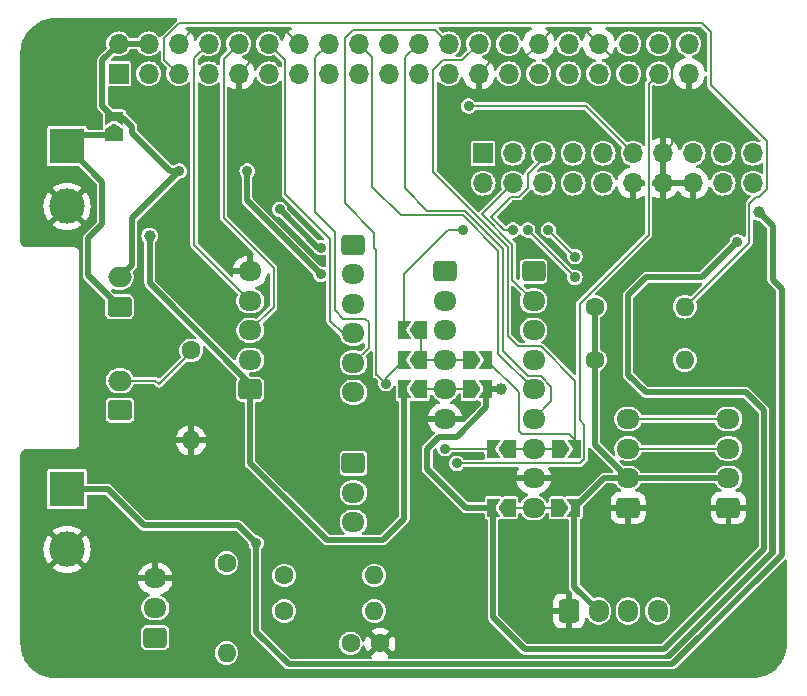
<source format=gbl>
G04 #@! TF.GenerationSoftware,KiCad,Pcbnew,8.0.2-8.0.2-0~ubuntu22.04.1*
G04 #@! TF.CreationDate,2024-05-06T17:13:34-07:00*
G04 #@! TF.ProjectId,pifire-main-module-nopwr,70696669-7265-42d6-9d61-696e2d6d6f64,rev?*
G04 #@! TF.SameCoordinates,Original*
G04 #@! TF.FileFunction,Copper,L2,Bot*
G04 #@! TF.FilePolarity,Positive*
%FSLAX46Y46*%
G04 Gerber Fmt 4.6, Leading zero omitted, Abs format (unit mm)*
G04 Created by KiCad (PCBNEW 8.0.2-8.0.2-0~ubuntu22.04.1) date 2024-05-06 17:13:34*
%MOMM*%
%LPD*%
G01*
G04 APERTURE LIST*
G04 Aperture macros list*
%AMRoundRect*
0 Rectangle with rounded corners*
0 $1 Rounding radius*
0 $2 $3 $4 $5 $6 $7 $8 $9 X,Y pos of 4 corners*
0 Add a 4 corners polygon primitive as box body*
4,1,4,$2,$3,$4,$5,$6,$7,$8,$9,$2,$3,0*
0 Add four circle primitives for the rounded corners*
1,1,$1+$1,$2,$3*
1,1,$1+$1,$4,$5*
1,1,$1+$1,$6,$7*
1,1,$1+$1,$8,$9*
0 Add four rect primitives between the rounded corners*
20,1,$1+$1,$2,$3,$4,$5,0*
20,1,$1+$1,$4,$5,$6,$7,0*
20,1,$1+$1,$6,$7,$8,$9,0*
20,1,$1+$1,$8,$9,$2,$3,0*%
%AMFreePoly0*
4,1,6,1.000000,0.000000,0.500000,-0.750000,-0.500000,-0.750000,-0.500000,0.750000,0.500000,0.750000,1.000000,0.000000,1.000000,0.000000,$1*%
%AMFreePoly1*
4,1,6,0.500000,-0.750000,-0.650000,-0.750000,-0.150000,0.000000,-0.650000,0.750000,0.500000,0.750000,0.500000,-0.750000,0.500000,-0.750000,$1*%
G04 Aperture macros list end*
G04 #@! TA.AperFunction,ComponentPad*
%ADD10RoundRect,0.250000X-0.725000X0.600000X-0.725000X-0.600000X0.725000X-0.600000X0.725000X0.600000X0*%
G04 #@! TD*
G04 #@! TA.AperFunction,ComponentPad*
%ADD11O,1.950000X1.700000*%
G04 #@! TD*
G04 #@! TA.AperFunction,ComponentPad*
%ADD12RoundRect,0.250000X-0.600000X-0.725000X0.600000X-0.725000X0.600000X0.725000X-0.600000X0.725000X0*%
G04 #@! TD*
G04 #@! TA.AperFunction,ComponentPad*
%ADD13O,1.700000X1.950000*%
G04 #@! TD*
G04 #@! TA.AperFunction,ComponentPad*
%ADD14R,3.000000X3.000000*%
G04 #@! TD*
G04 #@! TA.AperFunction,ComponentPad*
%ADD15C,3.000000*%
G04 #@! TD*
G04 #@! TA.AperFunction,ComponentPad*
%ADD16RoundRect,0.250000X0.750000X-0.600000X0.750000X0.600000X-0.750000X0.600000X-0.750000X-0.600000X0*%
G04 #@! TD*
G04 #@! TA.AperFunction,ComponentPad*
%ADD17O,2.000000X1.700000*%
G04 #@! TD*
G04 #@! TA.AperFunction,ComponentPad*
%ADD18C,1.600000*%
G04 #@! TD*
G04 #@! TA.AperFunction,ComponentPad*
%ADD19O,1.600000X1.600000*%
G04 #@! TD*
G04 #@! TA.AperFunction,ComponentPad*
%ADD20RoundRect,0.250000X0.725000X-0.600000X0.725000X0.600000X-0.725000X0.600000X-0.725000X-0.600000X0*%
G04 #@! TD*
G04 #@! TA.AperFunction,ComponentPad*
%ADD21R,1.700000X1.700000*%
G04 #@! TD*
G04 #@! TA.AperFunction,ComponentPad*
%ADD22O,1.700000X1.700000*%
G04 #@! TD*
G04 #@! TA.AperFunction,SMDPad,CuDef*
%ADD23FreePoly0,180.000000*%
G04 #@! TD*
G04 #@! TA.AperFunction,SMDPad,CuDef*
%ADD24FreePoly1,180.000000*%
G04 #@! TD*
G04 #@! TA.AperFunction,SMDPad,CuDef*
%ADD25FreePoly0,90.000000*%
G04 #@! TD*
G04 #@! TA.AperFunction,SMDPad,CuDef*
%ADD26FreePoly1,90.000000*%
G04 #@! TD*
G04 #@! TA.AperFunction,SMDPad,CuDef*
%ADD27FreePoly0,0.000000*%
G04 #@! TD*
G04 #@! TA.AperFunction,SMDPad,CuDef*
%ADD28FreePoly1,0.000000*%
G04 #@! TD*
G04 #@! TA.AperFunction,ViaPad*
%ADD29C,0.900000*%
G04 #@! TD*
G04 #@! TA.AperFunction,ViaPad*
%ADD30C,1.000000*%
G04 #@! TD*
G04 #@! TA.AperFunction,Conductor*
%ADD31C,0.200000*%
G04 #@! TD*
G04 #@! TA.AperFunction,Conductor*
%ADD32C,0.500000*%
G04 #@! TD*
G04 APERTURE END LIST*
D10*
X128250000Y-81750000D03*
D11*
X128250000Y-84250000D03*
X128250000Y-86750000D03*
D10*
X128250000Y-63250000D03*
D11*
X128250000Y-65750000D03*
X128250000Y-68250000D03*
X128250000Y-70750000D03*
X128250000Y-73250000D03*
X128250000Y-75750000D03*
D12*
X146500000Y-94250000D03*
D13*
X149000000Y-94250000D03*
X151500000Y-94250000D03*
X154000000Y-94250000D03*
D14*
X104000000Y-54920000D03*
D15*
X104000000Y-60000000D03*
D16*
X108475000Y-77250000D03*
D17*
X108475000Y-74750000D03*
D18*
X148690000Y-73000000D03*
D19*
X156310000Y-73000000D03*
D20*
X111475000Y-96500000D03*
D11*
X111475000Y-94000000D03*
X111475000Y-91500000D03*
D20*
X151500000Y-85500000D03*
D11*
X151500000Y-83000000D03*
X151500000Y-80500000D03*
X151500000Y-78000000D03*
D20*
X119500000Y-75500000D03*
D11*
X119500000Y-73000000D03*
X119500000Y-70500000D03*
X119500000Y-68000000D03*
X119500000Y-65500000D03*
D10*
X143500000Y-65500000D03*
D11*
X143500000Y-68000000D03*
X143500000Y-70500000D03*
X143500000Y-73000000D03*
X143500000Y-75500000D03*
X143500000Y-78000000D03*
X143500000Y-80500000D03*
X143500000Y-83000000D03*
X143500000Y-85500000D03*
D14*
X104000000Y-83960000D03*
D15*
X104000000Y-89040000D03*
D16*
X108450000Y-68500000D03*
D17*
X108450000Y-66000000D03*
D20*
X160000000Y-85500000D03*
D11*
X160000000Y-83000000D03*
X160000000Y-80500000D03*
X160000000Y-78000000D03*
D18*
X122380000Y-91250000D03*
D19*
X130000000Y-91250000D03*
D21*
X139220000Y-55500000D03*
D22*
X139220000Y-58040000D03*
X141760000Y-55500000D03*
X141760000Y-58040000D03*
X144300000Y-55500000D03*
X144300000Y-58040000D03*
X146840000Y-55500000D03*
X146840000Y-58040000D03*
X149380000Y-55500000D03*
X149380000Y-58040000D03*
X151920000Y-55500000D03*
X151920000Y-58040000D03*
X154460000Y-55500000D03*
X154460000Y-58040000D03*
X157000000Y-55500000D03*
X157000000Y-58040000D03*
X159540000Y-55500000D03*
X159540000Y-58040000D03*
X162080000Y-55500000D03*
X162080000Y-58040000D03*
D18*
X128000000Y-97000000D03*
X130500000Y-97000000D03*
X122380000Y-94250000D03*
D19*
X130000000Y-94250000D03*
D18*
X148690000Y-68500000D03*
D19*
X156310000Y-68500000D03*
D10*
X136000000Y-65500000D03*
D11*
X136000000Y-68000000D03*
X136000000Y-70500000D03*
X136000000Y-73000000D03*
X136000000Y-75500000D03*
X136000000Y-78000000D03*
D18*
X117500000Y-90190000D03*
D19*
X117500000Y-97810000D03*
D18*
X114500000Y-72190000D03*
D19*
X114500000Y-79810000D03*
D21*
X108370000Y-48770000D03*
D22*
X108370000Y-46230000D03*
X110910000Y-48770000D03*
X110910000Y-46230000D03*
X113450000Y-48770000D03*
X113450000Y-46230000D03*
X115990000Y-48770000D03*
X115990000Y-46230000D03*
X118530000Y-48770000D03*
X118530000Y-46230000D03*
X121070000Y-48770000D03*
X121070000Y-46230000D03*
X123610000Y-48770000D03*
X123610000Y-46230000D03*
X126150000Y-48770000D03*
X126150000Y-46230000D03*
X128690000Y-48770000D03*
X128690000Y-46230000D03*
X131230000Y-48770000D03*
X131230000Y-46230000D03*
X133770000Y-48770000D03*
X133770000Y-46230000D03*
X136310000Y-48770000D03*
X136310000Y-46230000D03*
X138850000Y-48770000D03*
X138850000Y-46230000D03*
X141390000Y-48770000D03*
X141390000Y-46230000D03*
X143930000Y-48770000D03*
X143930000Y-46230000D03*
X146470000Y-48770000D03*
X146470000Y-46230000D03*
X149010000Y-48770000D03*
X149010000Y-46230000D03*
X151550000Y-48770000D03*
X151550000Y-46230000D03*
X154090000Y-48770000D03*
X154090000Y-46230000D03*
X156630000Y-48770000D03*
X156630000Y-46230000D03*
D23*
X134000000Y-70500000D03*
D24*
X132550000Y-70500000D03*
D23*
X134000000Y-73000000D03*
D24*
X132550000Y-73000000D03*
D23*
X141500000Y-85500000D03*
D24*
X140050000Y-85500000D03*
D25*
X108000000Y-53950000D03*
D26*
X108000000Y-52500000D03*
D27*
X138050000Y-75500000D03*
D28*
X139500000Y-75500000D03*
D27*
X145500000Y-85500000D03*
D28*
X146950000Y-85500000D03*
D23*
X141500000Y-80500000D03*
D24*
X140050000Y-80500000D03*
D27*
X138050000Y-73000000D03*
D28*
X139500000Y-73000000D03*
D27*
X145550000Y-80500000D03*
D28*
X147000000Y-80500000D03*
D23*
X134000000Y-75500000D03*
D24*
X132550000Y-75500000D03*
D29*
X137000000Y-81750000D03*
X138000000Y-51500000D03*
X136000000Y-80500000D03*
X131000000Y-75000000D03*
X160750000Y-63000000D03*
X125500000Y-65750000D03*
X113500000Y-57000000D03*
D30*
X140750000Y-75500000D03*
D29*
X119250000Y-57000000D03*
X147000000Y-66000000D03*
X143000000Y-62000000D03*
X144750000Y-62000000D03*
X147000000Y-64250000D03*
D30*
X111000000Y-62500000D03*
D29*
X122000000Y-60250000D03*
X125500000Y-63500000D03*
X137500000Y-62000000D03*
X141750000Y-62000000D03*
D30*
X162550000Y-60500000D03*
D29*
X120000000Y-88500000D03*
D31*
X136310000Y-46230000D02*
X135160000Y-45080000D01*
X135160000Y-45080000D02*
X128170000Y-45080000D01*
X130175000Y-63675000D02*
X130175000Y-74250000D01*
X128170000Y-45080000D02*
X127500000Y-45750000D01*
X127500000Y-45750000D02*
X127500000Y-59750000D01*
X127500000Y-59750000D02*
X130000000Y-62250000D01*
X130000000Y-62250000D02*
X130000000Y-63500000D01*
X130000000Y-63500000D02*
X130175000Y-63675000D01*
X130175000Y-74250000D02*
X130250000Y-74250000D01*
X130250000Y-74250000D02*
X131000000Y-75000000D01*
X126250000Y-62750000D02*
X126250000Y-69675000D01*
X126250000Y-69675000D02*
X127325000Y-70750000D01*
X127325000Y-70750000D02*
X128250000Y-70750000D01*
X127400000Y-69500000D02*
X129250000Y-69500000D01*
X126650000Y-68750000D02*
X127400000Y-69500000D01*
X125000000Y-60500000D02*
X126650000Y-62150000D01*
X129525000Y-69775000D02*
X129525000Y-71975000D01*
X126650000Y-62150000D02*
X126650000Y-68750000D01*
X129250000Y-69500000D02*
X129525000Y-69775000D01*
X129525000Y-71975000D02*
X128250000Y-73250000D01*
X121070000Y-46230000D02*
X122460000Y-47620000D01*
X122460000Y-47620000D02*
X122460000Y-58960000D01*
X122460000Y-58960000D02*
X126250000Y-62750000D01*
X114780000Y-44900000D02*
X113450000Y-46230000D01*
X150160000Y-47380000D02*
X154326346Y-47380000D01*
X157000000Y-58040000D02*
X154460000Y-58040000D01*
X145080000Y-45080000D02*
X147860000Y-45080000D01*
X154326346Y-47380000D02*
X155240000Y-48293654D01*
X143930000Y-46230000D02*
X142540000Y-47620000D01*
X155240000Y-48293654D02*
X155240000Y-54720000D01*
X154460000Y-55500000D02*
X154460000Y-58040000D01*
X143930000Y-46230000D02*
X145080000Y-45080000D01*
X147860000Y-45080000D02*
X149010000Y-46230000D01*
X119750000Y-47550000D02*
X119750000Y-44900000D01*
X118530000Y-48770000D02*
X119750000Y-47550000D01*
X142540000Y-47620000D02*
X140000000Y-47620000D01*
X123610000Y-46230000D02*
X122280000Y-44900000D01*
X155240000Y-54720000D02*
X154460000Y-55500000D01*
X122280000Y-44900000D02*
X119750000Y-44900000D01*
X119750000Y-44900000D02*
X114780000Y-44900000D01*
X140000000Y-47620000D02*
X138850000Y-48770000D01*
X149010000Y-46230000D02*
X150160000Y-47380000D01*
X147805000Y-81376336D02*
X147431336Y-81750000D01*
X139250000Y-81750000D02*
X137000000Y-81750000D01*
X147400000Y-68234365D02*
X147400000Y-78100000D01*
X147400000Y-78100000D02*
X147805000Y-78505000D01*
X147805000Y-78505000D02*
X147805000Y-81376336D01*
X153240000Y-49620000D02*
X153240000Y-62394365D01*
X154090000Y-48770000D02*
X153240000Y-49620000D01*
X153240000Y-62394365D02*
X147400000Y-68234365D01*
X147431336Y-81750000D02*
X139250000Y-81750000D01*
X138000000Y-51500000D02*
X137750000Y-51500000D01*
X151920000Y-55500000D02*
X147920000Y-51500000D01*
X147920000Y-51500000D02*
X138000000Y-51500000D01*
X160000000Y-80500000D02*
X151500000Y-80500000D01*
X141700000Y-63252945D02*
X141700000Y-66200000D01*
X141760000Y-58040000D02*
X139123528Y-60676472D01*
X139123528Y-60676472D02*
X141700000Y-63252945D01*
X141700000Y-66200000D02*
X143500000Y-68000000D01*
X136000000Y-80500000D02*
X140050000Y-80500000D01*
X131000000Y-75000000D02*
X131000000Y-74550000D01*
X131000000Y-74550000D02*
X132550000Y-73000000D01*
X117250000Y-47510000D02*
X117250000Y-61000000D01*
X121500000Y-65250000D02*
X121500000Y-68500000D01*
X117250000Y-61000000D02*
X121500000Y-65250000D01*
X118530000Y-46230000D02*
X117250000Y-47510000D01*
X121500000Y-68500000D02*
X119500000Y-70500000D01*
X115990000Y-46230000D02*
X114750000Y-47470000D01*
X114750000Y-47470000D02*
X114750000Y-63250000D01*
X114750000Y-63250000D02*
X119500000Y-68000000D01*
X141300000Y-71000000D02*
X142150000Y-71850000D01*
X147000000Y-74748654D02*
X147000000Y-80500000D01*
X138850000Y-46230000D02*
X137460000Y-47620000D01*
X142500000Y-79250000D02*
X146500000Y-79250000D01*
X142225000Y-78975000D02*
X142500000Y-79250000D01*
X144101346Y-71850000D02*
X147000000Y-74748654D01*
X147000000Y-79750000D02*
X147000000Y-80500000D01*
X138850000Y-46150000D02*
X138850000Y-46230000D01*
X135000000Y-57118630D02*
X141300000Y-63418630D01*
X146500000Y-79250000D02*
X147000000Y-79750000D01*
X137460000Y-47620000D02*
X135833654Y-47620000D01*
X139500000Y-73000000D02*
X142225000Y-75725000D01*
X135833654Y-47620000D02*
X135000000Y-48453654D01*
X135000000Y-48453654D02*
X135000000Y-57118630D01*
X142150000Y-71850000D02*
X144101346Y-71850000D01*
X142225000Y-75725000D02*
X142225000Y-78975000D01*
X141300000Y-63418630D02*
X141300000Y-71000000D01*
D32*
X125500000Y-65750000D02*
X119250000Y-59500000D01*
X151500000Y-67500000D02*
X151500000Y-74250000D01*
X151500000Y-74250000D02*
X153000000Y-75750000D01*
X163000000Y-77250000D02*
X163000000Y-89000000D01*
X112750000Y-57000000D02*
X109500000Y-53750000D01*
X134500000Y-82250000D02*
X134500000Y-80500000D01*
X142750000Y-97500000D02*
X140050000Y-94800000D01*
X107000000Y-51500000D02*
X108000000Y-52500000D01*
X154500000Y-97500000D02*
X142750000Y-97500000D01*
X108000000Y-52500000D02*
X108755000Y-52500000D01*
X109500000Y-53245000D02*
X109500000Y-53750000D01*
X125250000Y-65500000D02*
X125500000Y-65750000D01*
X108370000Y-46230000D02*
X110910000Y-46230000D01*
X160750000Y-63000000D02*
X157750000Y-66000000D01*
X153000000Y-75750000D02*
X161500000Y-75750000D01*
X140050000Y-94800000D02*
X140050000Y-85500000D01*
X107000000Y-47600000D02*
X107000000Y-51500000D01*
X161500000Y-75750000D02*
X163000000Y-77250000D01*
X108755000Y-52500000D02*
X109500000Y-53245000D01*
X109500000Y-61000000D02*
X109500000Y-64950000D01*
X140050000Y-85500000D02*
X137750000Y-85500000D01*
X113500000Y-57000000D02*
X112750000Y-57000000D01*
X113500000Y-57000000D02*
X109500000Y-61000000D01*
X140750000Y-75500000D02*
X139500000Y-75500000D01*
X109500000Y-64950000D02*
X108450000Y-66000000D01*
X153000000Y-66000000D02*
X151500000Y-67500000D01*
X108370000Y-46230000D02*
X107000000Y-47600000D01*
X134500000Y-80500000D02*
X135500000Y-79500000D01*
X139500000Y-77000000D02*
X139500000Y-75500000D01*
X163000000Y-89000000D02*
X154500000Y-97500000D01*
X135500000Y-79500000D02*
X137000000Y-79500000D01*
X119250000Y-59500000D02*
X119250000Y-57000000D01*
X137750000Y-85500000D02*
X134500000Y-82250000D01*
X157750000Y-66000000D02*
X153000000Y-66000000D01*
X137000000Y-79500000D02*
X139500000Y-77000000D01*
D31*
X143000000Y-62000000D02*
X147000000Y-66000000D01*
X125000000Y-47380000D02*
X126150000Y-46230000D01*
X125000000Y-60500000D02*
X125000000Y-47380000D01*
X129840000Y-58340000D02*
X132250000Y-60750000D01*
X132250000Y-60750000D02*
X137500000Y-60750000D01*
X129840000Y-47380000D02*
X129840000Y-58340000D01*
X140500000Y-72500000D02*
X143500000Y-75500000D01*
X128690000Y-46230000D02*
X129840000Y-47380000D01*
X137500000Y-60750000D02*
X140500000Y-63750000D01*
X140500000Y-63750000D02*
X140500000Y-72500000D01*
X161750000Y-59770000D02*
X161750000Y-63060000D01*
X161750000Y-63060000D02*
X156310000Y-68500000D01*
X162556346Y-59190000D02*
X162330000Y-59190000D01*
X109225000Y-76500000D02*
X108475000Y-77250000D01*
X163230000Y-58516346D02*
X162556346Y-59190000D01*
X160000000Y-78000000D02*
X151500000Y-78000000D01*
X112250000Y-45750000D02*
X113500000Y-44500000D01*
X157750000Y-44500000D02*
X158500000Y-45250000D01*
X162330000Y-59190000D02*
X161750000Y-59770000D01*
X113500000Y-44500000D02*
X157750000Y-44500000D01*
X112250000Y-47570000D02*
X112250000Y-45750000D01*
X113450000Y-48770000D02*
X112250000Y-47570000D01*
X158500000Y-45250000D02*
X158500000Y-49750000D01*
X163230000Y-54480000D02*
X163230000Y-58516346D01*
X158500000Y-49750000D02*
X163230000Y-54480000D01*
X140900000Y-72250000D02*
X143000000Y-74350000D01*
X134500000Y-60350000D02*
X137665686Y-60350000D01*
X144101346Y-74350000D02*
X145000000Y-75248654D01*
X143000000Y-74350000D02*
X144101346Y-74350000D01*
X132620000Y-47380000D02*
X132620000Y-58470000D01*
X133770000Y-46230000D02*
X132620000Y-47380000D01*
X137665686Y-60350000D02*
X140900000Y-63584315D01*
X145000000Y-76500000D02*
X143500000Y-78000000D01*
X132620000Y-58470000D02*
X134500000Y-60350000D01*
X140900000Y-63584315D02*
X140900000Y-72250000D01*
X145000000Y-75248654D02*
X145000000Y-76500000D01*
X144750000Y-62000000D02*
X147000000Y-64250000D01*
D32*
X107000000Y-57920000D02*
X107000000Y-61500000D01*
X107000000Y-61500000D02*
X105800000Y-62700000D01*
X104000000Y-54920000D02*
X107000000Y-57920000D01*
X108000000Y-53950000D02*
X104970000Y-53950000D01*
X104970000Y-53950000D02*
X104000000Y-54920000D01*
X105800000Y-62700000D02*
X105800000Y-65850000D01*
X105800000Y-65850000D02*
X108450000Y-68500000D01*
X126000000Y-88250000D02*
X130750000Y-88250000D01*
X148690000Y-73000000D02*
X148690000Y-80190000D01*
X111000000Y-66500000D02*
X119500000Y-75000000D01*
X125250000Y-63500000D02*
X122000000Y-60250000D01*
X146950000Y-92200000D02*
X149000000Y-94250000D01*
X132545097Y-86454903D02*
X132545097Y-75500000D01*
X149450000Y-83000000D02*
X146950000Y-85500000D01*
X151500000Y-83000000D02*
X149450000Y-83000000D01*
X119500000Y-81750000D02*
X126000000Y-88250000D01*
X146950000Y-85500000D02*
X146950000Y-92200000D01*
X125500000Y-63500000D02*
X125250000Y-63500000D01*
X130750000Y-88250000D02*
X132545097Y-86454903D01*
X151500000Y-83000000D02*
X160000000Y-83000000D01*
X119500000Y-75500000D02*
X119500000Y-81750000D01*
X148690000Y-73000000D02*
X148690000Y-68500000D01*
X111000000Y-62500000D02*
X111000000Y-66500000D01*
X119500000Y-75000000D02*
X119500000Y-75500000D01*
X148690000Y-80190000D02*
X151500000Y-83000000D01*
D31*
X142236346Y-59190000D02*
X143000000Y-58426346D01*
X143000000Y-58426346D02*
X143000000Y-57250000D01*
X141012742Y-62000000D02*
X139881371Y-60868629D01*
X137500000Y-62000000D02*
X136250000Y-62000000D01*
X136250000Y-62000000D02*
X132500000Y-65750000D01*
X132550000Y-65800000D02*
X132550000Y-70500000D01*
X141560000Y-59190000D02*
X142236346Y-59190000D01*
X132500000Y-65750000D02*
X132550000Y-65800000D01*
X139881371Y-60868629D02*
X141560000Y-59190000D01*
X143000000Y-57250000D02*
X144300000Y-55950000D01*
X144300000Y-55950000D02*
X144300000Y-55500000D01*
X141750000Y-62000000D02*
X141012742Y-62000000D01*
X145500000Y-85500000D02*
X143500000Y-85500000D01*
X141500000Y-85500000D02*
X143500000Y-85500000D01*
X145550000Y-80500000D02*
X143500000Y-80500000D01*
X141500000Y-80500000D02*
X143500000Y-80500000D01*
D32*
X110500000Y-87000000D02*
X107460000Y-83960000D01*
X120000000Y-96000000D02*
X120000000Y-88500000D01*
X163750000Y-66250000D02*
X164500000Y-67000000D01*
X118500000Y-87000000D02*
X110500000Y-87000000D01*
X120000000Y-88500000D02*
X118500000Y-87000000D01*
X164500000Y-89500000D02*
X155250000Y-98750000D01*
X163750000Y-61700000D02*
X163750000Y-66250000D01*
X107460000Y-83960000D02*
X104000000Y-83960000D01*
X164500000Y-67000000D02*
X164500000Y-89500000D01*
X155250000Y-98750000D02*
X122750000Y-98750000D01*
X162550000Y-60500000D02*
X163750000Y-61700000D01*
X122750000Y-98750000D02*
X120000000Y-96000000D01*
D31*
X136000000Y-72500000D02*
X136000000Y-73000000D01*
X134000000Y-73000000D02*
X136000000Y-73000000D01*
X134000000Y-70500000D02*
X134000000Y-73000000D01*
X138050000Y-73000000D02*
X136000000Y-73000000D01*
X134000000Y-75500000D02*
X136000000Y-75500000D01*
X138050000Y-75500000D02*
X136000000Y-75500000D01*
X111775000Y-75050000D02*
X114500000Y-72325000D01*
X111475000Y-74750000D02*
X111775000Y-75050000D01*
X114500000Y-72325000D02*
X114500000Y-72190000D01*
X108475000Y-74750000D02*
X111475000Y-74750000D01*
G04 #@! TA.AperFunction,Conductor*
G36*
X113292206Y-44070185D02*
G01*
X113337961Y-44122989D01*
X113347905Y-44192147D01*
X113318880Y-44255703D01*
X113312848Y-44262181D01*
X112009541Y-45565487D01*
X112009539Y-45565489D01*
X111981044Y-45614845D01*
X111930476Y-45663060D01*
X111861869Y-45676282D01*
X111797005Y-45650314D01*
X111777804Y-45631509D01*
X111656410Y-45483590D01*
X111552638Y-45398427D01*
X111496450Y-45352315D01*
X111313954Y-45254768D01*
X111115934Y-45194700D01*
X111115932Y-45194699D01*
X111115934Y-45194699D01*
X110910000Y-45174417D01*
X110704067Y-45194699D01*
X110506043Y-45254769D01*
X110395898Y-45313643D01*
X110323550Y-45352315D01*
X110323548Y-45352316D01*
X110323547Y-45352317D01*
X110163589Y-45483589D01*
X110032315Y-45643549D01*
X110032311Y-45643555D01*
X109994683Y-45713953D01*
X109945721Y-45763797D01*
X109885325Y-45779500D01*
X109394675Y-45779500D01*
X109327636Y-45759815D01*
X109285317Y-45713953D01*
X109247688Y-45643555D01*
X109247684Y-45643549D01*
X109247682Y-45643547D01*
X109198129Y-45583165D01*
X109116410Y-45483589D01*
X108983447Y-45374471D01*
X108956450Y-45352315D01*
X108773954Y-45254768D01*
X108575934Y-45194700D01*
X108575932Y-45194699D01*
X108575934Y-45194699D01*
X108370000Y-45174417D01*
X108164067Y-45194699D01*
X107966043Y-45254769D01*
X107855898Y-45313643D01*
X107783550Y-45352315D01*
X107783548Y-45352316D01*
X107783547Y-45352317D01*
X107623589Y-45483589D01*
X107500143Y-45634011D01*
X107492315Y-45643550D01*
X107478063Y-45670213D01*
X107394769Y-45826043D01*
X107334699Y-46024067D01*
X107314417Y-46229999D01*
X107334699Y-46435932D01*
X107357873Y-46512327D01*
X107358496Y-46582194D01*
X107326893Y-46636002D01*
X106639513Y-47323383D01*
X106639509Y-47323389D01*
X106580201Y-47426112D01*
X106580200Y-47426117D01*
X106579836Y-47427476D01*
X106549500Y-47540691D01*
X106549500Y-51559309D01*
X106571780Y-51642457D01*
X106571779Y-51642457D01*
X106571780Y-51642459D01*
X106580200Y-51673885D01*
X106580199Y-51673885D01*
X106623616Y-51749083D01*
X106639511Y-51776614D01*
X106639513Y-51776616D01*
X107008181Y-52145284D01*
X107041666Y-52206607D01*
X107044500Y-52232965D01*
X107044500Y-53150000D01*
X107057276Y-53219500D01*
X107057935Y-53223085D01*
X107057936Y-53223087D01*
X107061230Y-53228028D01*
X107082038Y-53294727D01*
X107069776Y-53350608D01*
X107064851Y-53360834D01*
X107055206Y-53403093D01*
X107021097Y-53464072D01*
X106959435Y-53496929D01*
X106934315Y-53499500D01*
X105822006Y-53499500D01*
X105754967Y-53479815D01*
X105709212Y-53427011D01*
X105700389Y-53399691D01*
X105688868Y-53341770D01*
X105688867Y-53341769D01*
X105644552Y-53275447D01*
X105578230Y-53231132D01*
X105578229Y-53231131D01*
X105519752Y-53219500D01*
X105519748Y-53219500D01*
X102480252Y-53219500D01*
X102480247Y-53219500D01*
X102421770Y-53231131D01*
X102421769Y-53231132D01*
X102355447Y-53275447D01*
X102311132Y-53341769D01*
X102311131Y-53341770D01*
X102299500Y-53400247D01*
X102299500Y-56439752D01*
X102311131Y-56498229D01*
X102311132Y-56498230D01*
X102355447Y-56564552D01*
X102421769Y-56608867D01*
X102421770Y-56608868D01*
X102480247Y-56620499D01*
X102480250Y-56620500D01*
X102480252Y-56620500D01*
X105012035Y-56620500D01*
X105079074Y-56640185D01*
X105099716Y-56656819D01*
X106513181Y-58070284D01*
X106546666Y-58131607D01*
X106549500Y-58157965D01*
X106549500Y-61262035D01*
X106529815Y-61329074D01*
X106513181Y-61349716D01*
X105439513Y-62423383D01*
X105439509Y-62423389D01*
X105380201Y-62526112D01*
X105380200Y-62526117D01*
X105349500Y-62640691D01*
X105349500Y-65909308D01*
X105373712Y-65999672D01*
X105380200Y-66023885D01*
X105380200Y-66023886D01*
X105397889Y-66054523D01*
X105439511Y-66126614D01*
X105439513Y-66126616D01*
X107213181Y-67900284D01*
X107246666Y-67961607D01*
X107249500Y-67987965D01*
X107249500Y-69154269D01*
X107252353Y-69184699D01*
X107252353Y-69184701D01*
X107297206Y-69312880D01*
X107297207Y-69312882D01*
X107377850Y-69422150D01*
X107487118Y-69502793D01*
X107516177Y-69512961D01*
X107615299Y-69547646D01*
X107645730Y-69550500D01*
X107645734Y-69550500D01*
X109254270Y-69550500D01*
X109284699Y-69547646D01*
X109284701Y-69547646D01*
X109355405Y-69522905D01*
X109412882Y-69502793D01*
X109522150Y-69422150D01*
X109602793Y-69312882D01*
X109642467Y-69199500D01*
X109647646Y-69184701D01*
X109647646Y-69184699D01*
X109650500Y-69154269D01*
X109650500Y-67845730D01*
X109647646Y-67815300D01*
X109647646Y-67815298D01*
X109613254Y-67717014D01*
X109602793Y-67687118D01*
X109522150Y-67577850D01*
X109412882Y-67497207D01*
X109412880Y-67497206D01*
X109284700Y-67452353D01*
X109254270Y-67449500D01*
X109254266Y-67449500D01*
X108087965Y-67449500D01*
X108020926Y-67429815D01*
X108000284Y-67413181D01*
X107757775Y-67170672D01*
X107724290Y-67109349D01*
X107729274Y-67039657D01*
X107771146Y-66983724D01*
X107836610Y-66959307D01*
X107892907Y-66968429D01*
X107993580Y-67010130D01*
X108182991Y-67047806D01*
X108196530Y-67050499D01*
X108196534Y-67050500D01*
X108196535Y-67050500D01*
X108703466Y-67050500D01*
X108703467Y-67050499D01*
X108906420Y-67010130D01*
X109097598Y-66930941D01*
X109269655Y-66815977D01*
X109415977Y-66669655D01*
X109530941Y-66497598D01*
X109610130Y-66306420D01*
X109650500Y-66103465D01*
X109650500Y-65896535D01*
X109610130Y-65693580D01*
X109578392Y-65616959D01*
X109570924Y-65547493D01*
X109602199Y-65485014D01*
X109605213Y-65481888D01*
X109860489Y-65226614D01*
X109919799Y-65123887D01*
X109934490Y-65069059D01*
X109950500Y-65009309D01*
X109950500Y-61237965D01*
X109970185Y-61170926D01*
X109986819Y-61150284D01*
X113450284Y-57686819D01*
X113511607Y-57653334D01*
X113537965Y-57650500D01*
X113578985Y-57650500D01*
X113732365Y-57612696D01*
X113815246Y-57569196D01*
X113872240Y-57539283D01*
X113990483Y-57434530D01*
X114080220Y-57304523D01*
X114136237Y-57156818D01*
X114155278Y-57000000D01*
X114140267Y-56876368D01*
X114136237Y-56843181D01*
X114099949Y-56747499D01*
X114080220Y-56695477D01*
X113990483Y-56565470D01*
X113872240Y-56460717D01*
X113872238Y-56460716D01*
X113872237Y-56460715D01*
X113732365Y-56387303D01*
X113578986Y-56349500D01*
X113578985Y-56349500D01*
X113421015Y-56349500D01*
X113421014Y-56349500D01*
X113267634Y-56387303D01*
X113127761Y-56460715D01*
X113127759Y-56460717D01*
X113066692Y-56514817D01*
X113003459Y-56544538D01*
X112934195Y-56535354D01*
X112896785Y-56509682D01*
X109986819Y-53599716D01*
X109953334Y-53538393D01*
X109950500Y-53512035D01*
X109950500Y-53185693D01*
X109950500Y-53185691D01*
X109919799Y-53071114D01*
X109919799Y-53071113D01*
X109860489Y-52968386D01*
X109031614Y-52139511D01*
X109030689Y-52138977D01*
X109017499Y-52131361D01*
X108969284Y-52080794D01*
X108955500Y-52023975D01*
X108955500Y-51999997D01*
X108955499Y-51999995D01*
X108950348Y-51954271D01*
X108910666Y-51871873D01*
X108839163Y-51814851D01*
X108750004Y-51794500D01*
X108750000Y-51794500D01*
X107982965Y-51794500D01*
X107915926Y-51774815D01*
X107895284Y-51758181D01*
X107486819Y-51349716D01*
X107453334Y-51288393D01*
X107450500Y-51262035D01*
X107450500Y-49944500D01*
X107470185Y-49877461D01*
X107522989Y-49831706D01*
X107574500Y-49820500D01*
X109239750Y-49820500D01*
X109239751Y-49820499D01*
X109254568Y-49817552D01*
X109298229Y-49808868D01*
X109298229Y-49808867D01*
X109298231Y-49808867D01*
X109364552Y-49764552D01*
X109408867Y-49698231D01*
X109408867Y-49698229D01*
X109408868Y-49698229D01*
X109418922Y-49647682D01*
X109420500Y-49639748D01*
X109420500Y-48770000D01*
X109854417Y-48770000D01*
X109874699Y-48975932D01*
X109903362Y-49070420D01*
X109934768Y-49173954D01*
X110032315Y-49356450D01*
X110060499Y-49390793D01*
X110163589Y-49516410D01*
X110241609Y-49580438D01*
X110323550Y-49647685D01*
X110506046Y-49745232D01*
X110704066Y-49805300D01*
X110704065Y-49805300D01*
X110722529Y-49807118D01*
X110910000Y-49825583D01*
X111115934Y-49805300D01*
X111313954Y-49745232D01*
X111496450Y-49647685D01*
X111656410Y-49516410D01*
X111787685Y-49356450D01*
X111885232Y-49173954D01*
X111945300Y-48975934D01*
X111965583Y-48770000D01*
X111945300Y-48564066D01*
X111885232Y-48366046D01*
X111787685Y-48183550D01*
X111686336Y-48060055D01*
X111656410Y-48023589D01*
X111530794Y-47920500D01*
X111496450Y-47892315D01*
X111326554Y-47801502D01*
X111313956Y-47794769D01*
X111313955Y-47794768D01*
X111313954Y-47794768D01*
X111115934Y-47734700D01*
X111115932Y-47734699D01*
X111115934Y-47734699D01*
X110910000Y-47714417D01*
X110704067Y-47734699D01*
X110569736Y-47775448D01*
X110506050Y-47794767D01*
X110506043Y-47794769D01*
X110410167Y-47846017D01*
X110323550Y-47892315D01*
X110323548Y-47892316D01*
X110323547Y-47892317D01*
X110163589Y-48023589D01*
X110044184Y-48169087D01*
X110032315Y-48183550D01*
X110019308Y-48207884D01*
X109934769Y-48366043D01*
X109874699Y-48564067D01*
X109854417Y-48770000D01*
X109420500Y-48770000D01*
X109420500Y-47900252D01*
X109420500Y-47900249D01*
X109420499Y-47900247D01*
X109408868Y-47841770D01*
X109408867Y-47841769D01*
X109364552Y-47775447D01*
X109298230Y-47731132D01*
X109298229Y-47731131D01*
X109239752Y-47719500D01*
X109239748Y-47719500D01*
X107816965Y-47719500D01*
X107749926Y-47699815D01*
X107704171Y-47647011D01*
X107694227Y-47577853D01*
X107723252Y-47514297D01*
X107729284Y-47507819D01*
X107843099Y-47394004D01*
X107963998Y-47273104D01*
X108025319Y-47239621D01*
X108087671Y-47242125D01*
X108164066Y-47265300D01*
X108164065Y-47265300D01*
X108182529Y-47267118D01*
X108370000Y-47285583D01*
X108575934Y-47265300D01*
X108773954Y-47205232D01*
X108956450Y-47107685D01*
X109116410Y-46976410D01*
X109247685Y-46816450D01*
X109259511Y-46794326D01*
X109285317Y-46746047D01*
X109334279Y-46696203D01*
X109394675Y-46680500D01*
X109885325Y-46680500D01*
X109952364Y-46700185D01*
X109994683Y-46746047D01*
X110032311Y-46816444D01*
X110032315Y-46816450D01*
X110163589Y-46976410D01*
X110223165Y-47025302D01*
X110323550Y-47107685D01*
X110506046Y-47205232D01*
X110704066Y-47265300D01*
X110704065Y-47265300D01*
X110722529Y-47267118D01*
X110910000Y-47285583D01*
X111115934Y-47265300D01*
X111313954Y-47205232D01*
X111496450Y-47107685D01*
X111656410Y-46976410D01*
X111729646Y-46887170D01*
X111787392Y-46847836D01*
X111857236Y-46845965D01*
X111917005Y-46882152D01*
X111947721Y-46944908D01*
X111949500Y-46965835D01*
X111949500Y-47609562D01*
X111956415Y-47635369D01*
X111969979Y-47685991D01*
X111969981Y-47685994D01*
X112006944Y-47750014D01*
X112006946Y-47750023D01*
X112006949Y-47750022D01*
X112009540Y-47754511D01*
X112460701Y-48205672D01*
X112494186Y-48266995D01*
X112489202Y-48336687D01*
X112482381Y-48351800D01*
X112474770Y-48366039D01*
X112414699Y-48564067D01*
X112394417Y-48770000D01*
X112414699Y-48975932D01*
X112443362Y-49070420D01*
X112474768Y-49173954D01*
X112572315Y-49356450D01*
X112600499Y-49390793D01*
X112703589Y-49516410D01*
X112781609Y-49580438D01*
X112863550Y-49647685D01*
X113046046Y-49745232D01*
X113244066Y-49805300D01*
X113244065Y-49805300D01*
X113262529Y-49807118D01*
X113450000Y-49825583D01*
X113655934Y-49805300D01*
X113853954Y-49745232D01*
X114036450Y-49647685D01*
X114196410Y-49516410D01*
X114196413Y-49516407D01*
X114229646Y-49475912D01*
X114287391Y-49436576D01*
X114357235Y-49434705D01*
X114417004Y-49470891D01*
X114447721Y-49533647D01*
X114449500Y-49554575D01*
X114449500Y-63289562D01*
X114458773Y-63324167D01*
X114469979Y-63365990D01*
X114469980Y-63365991D01*
X114489502Y-63399804D01*
X114489503Y-63399805D01*
X114509539Y-63434510D01*
X118425522Y-67350493D01*
X118459007Y-67411816D01*
X118454023Y-67481508D01*
X118446264Y-67496676D01*
X118446929Y-67497032D01*
X118444059Y-67502400D01*
X118364870Y-67693579D01*
X118364868Y-67693587D01*
X118324500Y-67896530D01*
X118324500Y-68103469D01*
X118364868Y-68306412D01*
X118364870Y-68306420D01*
X118444058Y-68497596D01*
X118559024Y-68669657D01*
X118705342Y-68815975D01*
X118705345Y-68815977D01*
X118877402Y-68930941D01*
X119068580Y-69010130D01*
X119271530Y-69050499D01*
X119271534Y-69050500D01*
X119271535Y-69050500D01*
X119728466Y-69050500D01*
X119728467Y-69050499D01*
X119931420Y-69010130D01*
X120122598Y-68930941D01*
X120294655Y-68815977D01*
X120440977Y-68669655D01*
X120555941Y-68497598D01*
X120635130Y-68306420D01*
X120675500Y-68103465D01*
X120675500Y-67896535D01*
X120635130Y-67693580D01*
X120555941Y-67502402D01*
X120440977Y-67330345D01*
X120440975Y-67330342D01*
X120294657Y-67184024D01*
X120122596Y-67069057D01*
X120012009Y-67023251D01*
X119957606Y-66979410D01*
X119935541Y-66913116D01*
X119952820Y-66845416D01*
X120003958Y-66797806D01*
X120021144Y-66790759D01*
X120143217Y-66751095D01*
X120332557Y-66654620D01*
X120504459Y-66529727D01*
X120504464Y-66529723D01*
X120654723Y-66379464D01*
X120654727Y-66379459D01*
X120779620Y-66207557D01*
X120876095Y-66018217D01*
X120941757Y-65816130D01*
X120941757Y-65816127D01*
X120953027Y-65744977D01*
X120982956Y-65681842D01*
X121042268Y-65644911D01*
X121112130Y-65645909D01*
X121170363Y-65684519D01*
X121198477Y-65748482D01*
X121199500Y-65764375D01*
X121199500Y-68324166D01*
X121179815Y-68391205D01*
X121163181Y-68411847D01*
X120098715Y-69476312D01*
X120037392Y-69509797D01*
X119967700Y-69504813D01*
X119963600Y-69503199D01*
X119931420Y-69489870D01*
X119931412Y-69489868D01*
X119728469Y-69449500D01*
X119728465Y-69449500D01*
X119271535Y-69449500D01*
X119271530Y-69449500D01*
X119068587Y-69489868D01*
X119068579Y-69489870D01*
X118877403Y-69569058D01*
X118705342Y-69684024D01*
X118559024Y-69830342D01*
X118444058Y-70002403D01*
X118364870Y-70193579D01*
X118364868Y-70193587D01*
X118324500Y-70396530D01*
X118324500Y-70603469D01*
X118364868Y-70806412D01*
X118364870Y-70806420D01*
X118444058Y-70997596D01*
X118559024Y-71169657D01*
X118705342Y-71315975D01*
X118705345Y-71315977D01*
X118877402Y-71430941D01*
X119068580Y-71510130D01*
X119174105Y-71531120D01*
X119271530Y-71550499D01*
X119271534Y-71550500D01*
X119271535Y-71550500D01*
X119728466Y-71550500D01*
X119728467Y-71550499D01*
X119931420Y-71510130D01*
X120122598Y-71430941D01*
X120294655Y-71315977D01*
X120440977Y-71169655D01*
X120555941Y-70997598D01*
X120635130Y-70806420D01*
X120675500Y-70603465D01*
X120675500Y-70396535D01*
X120635130Y-70193580D01*
X120555943Y-70002407D01*
X120555941Y-70002401D01*
X120553072Y-69997035D01*
X120555497Y-69995738D01*
X120538177Y-69940328D01*
X120556693Y-69872956D01*
X120574472Y-69850497D01*
X121740460Y-68684511D01*
X121769615Y-68634012D01*
X121780021Y-68615989D01*
X121800500Y-68539562D01*
X121800500Y-65210438D01*
X121795318Y-65191100D01*
X121793422Y-65184022D01*
X121780022Y-65134013D01*
X121780022Y-65134012D01*
X121740460Y-65065489D01*
X117586819Y-60911848D01*
X117553334Y-60850525D01*
X117550500Y-60824167D01*
X117550500Y-49970393D01*
X117570185Y-49903354D01*
X117622989Y-49857599D01*
X117692147Y-49847655D01*
X117745624Y-49868819D01*
X117852414Y-49943596D01*
X117852420Y-49943599D01*
X118066507Y-50043429D01*
X118066516Y-50043433D01*
X118280000Y-50100634D01*
X118280000Y-49203012D01*
X118337007Y-49235925D01*
X118464174Y-49270000D01*
X118595826Y-49270000D01*
X118722993Y-49235925D01*
X118780000Y-49203012D01*
X118780000Y-50100634D01*
X118993483Y-50043433D01*
X118993492Y-50043429D01*
X119207578Y-49943600D01*
X119401082Y-49808105D01*
X119568105Y-49641082D01*
X119703600Y-49447578D01*
X119803429Y-49233492D01*
X119803433Y-49233483D01*
X119836158Y-49111350D01*
X119872522Y-49051690D01*
X119935369Y-49021160D01*
X120004745Y-49029454D01*
X120058623Y-49073939D01*
X120074593Y-49107447D01*
X120094768Y-49173954D01*
X120192315Y-49356450D01*
X120220499Y-49390793D01*
X120323589Y-49516410D01*
X120401609Y-49580438D01*
X120483550Y-49647685D01*
X120666046Y-49745232D01*
X120864066Y-49805300D01*
X120864065Y-49805300D01*
X120882529Y-49807118D01*
X121070000Y-49825583D01*
X121275934Y-49805300D01*
X121473954Y-49745232D01*
X121656450Y-49647685D01*
X121816410Y-49516410D01*
X121939647Y-49366244D01*
X121997392Y-49326910D01*
X122067236Y-49325039D01*
X122127005Y-49361226D01*
X122157721Y-49423982D01*
X122159500Y-49444909D01*
X122159500Y-58999562D01*
X122163699Y-59015232D01*
X122179978Y-59075986D01*
X122179980Y-59075992D01*
X122182412Y-59080203D01*
X122182413Y-59080206D01*
X122219535Y-59144504D01*
X122219541Y-59144512D01*
X125723028Y-62647999D01*
X125756513Y-62709322D01*
X125751529Y-62779014D01*
X125709657Y-62834947D01*
X125644193Y-62859364D01*
X125605675Y-62856077D01*
X125578990Y-62849500D01*
X125578985Y-62849500D01*
X125421015Y-62849500D01*
X125421012Y-62849500D01*
X125340969Y-62869228D01*
X125271167Y-62866158D01*
X125223615Y-62836512D01*
X122688047Y-60300944D01*
X122654562Y-60239621D01*
X122652632Y-60228209D01*
X122651840Y-60221684D01*
X122636237Y-60093182D01*
X122580220Y-59945477D01*
X122490483Y-59815470D01*
X122372240Y-59710717D01*
X122372238Y-59710716D01*
X122372237Y-59710715D01*
X122232365Y-59637303D01*
X122078986Y-59599500D01*
X122078985Y-59599500D01*
X121921015Y-59599500D01*
X121921014Y-59599500D01*
X121767634Y-59637303D01*
X121627762Y-59710715D01*
X121509516Y-59815471D01*
X121419781Y-59945475D01*
X121419780Y-59945476D01*
X121363762Y-60093181D01*
X121344722Y-60249999D01*
X121344722Y-60250000D01*
X121363762Y-60406818D01*
X121401947Y-60507502D01*
X121419780Y-60554523D01*
X121509517Y-60684530D01*
X121627760Y-60789283D01*
X121627762Y-60789284D01*
X121767634Y-60862696D01*
X121921014Y-60900500D01*
X121921015Y-60900500D01*
X121962035Y-60900500D01*
X122029074Y-60920185D01*
X122049716Y-60936819D01*
X124917069Y-63804172D01*
X124931437Y-63821412D01*
X125009517Y-63934530D01*
X125127760Y-64039283D01*
X125127762Y-64039284D01*
X125267634Y-64112696D01*
X125421014Y-64150500D01*
X125421015Y-64150500D01*
X125578985Y-64150500D01*
X125732361Y-64112697D01*
X125732361Y-64112696D01*
X125732365Y-64112696D01*
X125767875Y-64094058D01*
X125836380Y-64080333D01*
X125901434Y-64105824D01*
X125942379Y-64162439D01*
X125949500Y-64203855D01*
X125949500Y-65046144D01*
X125929815Y-65113183D01*
X125877011Y-65158938D01*
X125807853Y-65168882D01*
X125767874Y-65155941D01*
X125732365Y-65137304D01*
X125732362Y-65137303D01*
X125578986Y-65099500D01*
X125578985Y-65099500D01*
X125537966Y-65099500D01*
X125470927Y-65079815D01*
X125450285Y-65063181D01*
X119736819Y-59349715D01*
X119703334Y-59288392D01*
X119700500Y-59262034D01*
X119700500Y-57525759D01*
X119720185Y-57458720D01*
X119735846Y-57440444D01*
X119735509Y-57440145D01*
X119740481Y-57434532D01*
X119740481Y-57434531D01*
X119740483Y-57434530D01*
X119830220Y-57304523D01*
X119886237Y-57156818D01*
X119905278Y-57000000D01*
X119890267Y-56876368D01*
X119886237Y-56843181D01*
X119849949Y-56747499D01*
X119830220Y-56695477D01*
X119740483Y-56565470D01*
X119622240Y-56460717D01*
X119622238Y-56460716D01*
X119622237Y-56460715D01*
X119482365Y-56387303D01*
X119328986Y-56349500D01*
X119328985Y-56349500D01*
X119171015Y-56349500D01*
X119171014Y-56349500D01*
X119017634Y-56387303D01*
X118877762Y-56460715D01*
X118877760Y-56460717D01*
X118782469Y-56545137D01*
X118759516Y-56565471D01*
X118669781Y-56695475D01*
X118669780Y-56695476D01*
X118613762Y-56843181D01*
X118594722Y-56999999D01*
X118594722Y-57000000D01*
X118613762Y-57156818D01*
X118657966Y-57273373D01*
X118669780Y-57304523D01*
X118700233Y-57348642D01*
X118759518Y-57434532D01*
X118764491Y-57440145D01*
X118763044Y-57441426D01*
X118794850Y-57492120D01*
X118799500Y-57525759D01*
X118799500Y-59559309D01*
X118810544Y-59600525D01*
X118819517Y-59634012D01*
X118819517Y-59634013D01*
X118830199Y-59673885D01*
X118851464Y-59710715D01*
X118889511Y-59776614D01*
X118889513Y-59776616D01*
X124811952Y-65699056D01*
X124845437Y-65760379D01*
X124847367Y-65771790D01*
X124863763Y-65906819D01*
X124913663Y-66038393D01*
X124919780Y-66054523D01*
X125009517Y-66184530D01*
X125127760Y-66289283D01*
X125127762Y-66289284D01*
X125267634Y-66362696D01*
X125421014Y-66400500D01*
X125421015Y-66400500D01*
X125578985Y-66400500D01*
X125732361Y-66362697D01*
X125732361Y-66362696D01*
X125732365Y-66362696D01*
X125767875Y-66344058D01*
X125836380Y-66330333D01*
X125901434Y-66355824D01*
X125942379Y-66412439D01*
X125949500Y-66453855D01*
X125949500Y-69714562D01*
X125958995Y-69749997D01*
X125969979Y-69790990D01*
X125969982Y-69790995D01*
X126009535Y-69859504D01*
X126009541Y-69859512D01*
X127065532Y-70915503D01*
X127099017Y-70976826D01*
X127099468Y-70978992D01*
X127114868Y-71056414D01*
X127114870Y-71056420D01*
X127185415Y-71226731D01*
X127194059Y-71247598D01*
X127226218Y-71295728D01*
X127309024Y-71419657D01*
X127455342Y-71565975D01*
X127455345Y-71565977D01*
X127627402Y-71680941D01*
X127818580Y-71760130D01*
X128021530Y-71800499D01*
X128021534Y-71800500D01*
X128021535Y-71800500D01*
X128478466Y-71800500D01*
X128478467Y-71800499D01*
X128681420Y-71760130D01*
X128872598Y-71680941D01*
X128872599Y-71680940D01*
X128872600Y-71680940D01*
X129031610Y-71574694D01*
X129098287Y-71553816D01*
X129165667Y-71572301D01*
X129212357Y-71624280D01*
X129224500Y-71677796D01*
X129224500Y-71799166D01*
X129204815Y-71866205D01*
X129188181Y-71886847D01*
X128848715Y-72226312D01*
X128787392Y-72259797D01*
X128717700Y-72254813D01*
X128713600Y-72253199D01*
X128681420Y-72239870D01*
X128681412Y-72239868D01*
X128478469Y-72199500D01*
X128478465Y-72199500D01*
X128021535Y-72199500D01*
X128021530Y-72199500D01*
X127818587Y-72239868D01*
X127818579Y-72239870D01*
X127627403Y-72319058D01*
X127455342Y-72434024D01*
X127309024Y-72580342D01*
X127194058Y-72752403D01*
X127114870Y-72943579D01*
X127114868Y-72943587D01*
X127074500Y-73146530D01*
X127074500Y-73353469D01*
X127114868Y-73556412D01*
X127114870Y-73556420D01*
X127161774Y-73669657D01*
X127194059Y-73747598D01*
X127195664Y-73750000D01*
X127309024Y-73919657D01*
X127455342Y-74065975D01*
X127455345Y-74065977D01*
X127627402Y-74180941D01*
X127818580Y-74260130D01*
X128021530Y-74300499D01*
X128021534Y-74300500D01*
X128021535Y-74300500D01*
X128478466Y-74300500D01*
X128478467Y-74300499D01*
X128681420Y-74260130D01*
X128872598Y-74180941D01*
X129044655Y-74065977D01*
X129190977Y-73919655D01*
X129305941Y-73747598D01*
X129385130Y-73556420D01*
X129425500Y-73353465D01*
X129425500Y-73146535D01*
X129385130Y-72943580D01*
X129305941Y-72752402D01*
X129305938Y-72752398D01*
X129303072Y-72747035D01*
X129305497Y-72745738D01*
X129288177Y-72690328D01*
X129306693Y-72622956D01*
X129324472Y-72600497D01*
X129662820Y-72262150D01*
X129724142Y-72228666D01*
X129793834Y-72233650D01*
X129849767Y-72275522D01*
X129874184Y-72340986D01*
X129874500Y-72349832D01*
X129874500Y-74210438D01*
X129874500Y-74289562D01*
X129888152Y-74340513D01*
X129894979Y-74365990D01*
X129894982Y-74365995D01*
X129934535Y-74434504D01*
X129934539Y-74434509D01*
X129934540Y-74434511D01*
X129990489Y-74490460D01*
X129990491Y-74490461D01*
X129990495Y-74490464D01*
X130023538Y-74509541D01*
X130059011Y-74530021D01*
X130089807Y-74538272D01*
X130145395Y-74570366D01*
X130326965Y-74751936D01*
X130360450Y-74813259D01*
X130362380Y-74854563D01*
X130344722Y-74999999D01*
X130344722Y-75000000D01*
X130363762Y-75156818D01*
X130412118Y-75284319D01*
X130419780Y-75304523D01*
X130509517Y-75434530D01*
X130627760Y-75539283D01*
X130627762Y-75539284D01*
X130767634Y-75612696D01*
X130921014Y-75650500D01*
X130921015Y-75650500D01*
X131078985Y-75650500D01*
X131232365Y-75612696D01*
X131249953Y-75603465D01*
X131372240Y-75539283D01*
X131490483Y-75434530D01*
X131580220Y-75304523D01*
X131604558Y-75240347D01*
X131646736Y-75184645D01*
X131712333Y-75160588D01*
X131780524Y-75175815D01*
X131829657Y-75225491D01*
X131844500Y-75284319D01*
X131844500Y-76250004D01*
X131849651Y-76295728D01*
X131889333Y-76378126D01*
X131889334Y-76378127D01*
X131960837Y-76435149D01*
X131998190Y-76443674D01*
X132059167Y-76477782D01*
X132092026Y-76539443D01*
X132094597Y-76564565D01*
X132094597Y-86216938D01*
X132074912Y-86283977D01*
X132058278Y-86304619D01*
X130599716Y-87763181D01*
X130538393Y-87796666D01*
X130512035Y-87799500D01*
X129103937Y-87799500D01*
X129036898Y-87779815D01*
X128991143Y-87727011D01*
X128981199Y-87657853D01*
X129010224Y-87594297D01*
X129035046Y-87572398D01*
X129039236Y-87569597D01*
X129044655Y-87565977D01*
X129190977Y-87419655D01*
X129305941Y-87247598D01*
X129385130Y-87056420D01*
X129425500Y-86853465D01*
X129425500Y-86646535D01*
X129385130Y-86443580D01*
X129305941Y-86252402D01*
X129190977Y-86080345D01*
X129190975Y-86080342D01*
X129044657Y-85934024D01*
X128934598Y-85860486D01*
X128872598Y-85819059D01*
X128681420Y-85739870D01*
X128681412Y-85739868D01*
X128478469Y-85699500D01*
X128478465Y-85699500D01*
X128021535Y-85699500D01*
X128021530Y-85699500D01*
X127818587Y-85739868D01*
X127818579Y-85739870D01*
X127627403Y-85819058D01*
X127455342Y-85934024D01*
X127309024Y-86080342D01*
X127194058Y-86252403D01*
X127114870Y-86443579D01*
X127114868Y-86443587D01*
X127074500Y-86646530D01*
X127074500Y-86853469D01*
X127114868Y-87056412D01*
X127114870Y-87056420D01*
X127194058Y-87247596D01*
X127309024Y-87419657D01*
X127455341Y-87565974D01*
X127455345Y-87565977D01*
X127464954Y-87572398D01*
X127509759Y-87626011D01*
X127518466Y-87695336D01*
X127488311Y-87758363D01*
X127428868Y-87795082D01*
X127396063Y-87799500D01*
X126237965Y-87799500D01*
X126170926Y-87779815D01*
X126150284Y-87763181D01*
X122533633Y-84146530D01*
X127074500Y-84146530D01*
X127074500Y-84353469D01*
X127114868Y-84556412D01*
X127114870Y-84556420D01*
X127194058Y-84747596D01*
X127309024Y-84919657D01*
X127455342Y-85065975D01*
X127455345Y-85065977D01*
X127627402Y-85180941D01*
X127818580Y-85260130D01*
X128021530Y-85300499D01*
X128021534Y-85300500D01*
X128021535Y-85300500D01*
X128478466Y-85300500D01*
X128478467Y-85300499D01*
X128681420Y-85260130D01*
X128872598Y-85180941D01*
X129044655Y-85065977D01*
X129190977Y-84919655D01*
X129305941Y-84747598D01*
X129385130Y-84556420D01*
X129425500Y-84353465D01*
X129425500Y-84146535D01*
X129385130Y-83943580D01*
X129305941Y-83752402D01*
X129190977Y-83580345D01*
X129190975Y-83580342D01*
X129044657Y-83434024D01*
X128958626Y-83376541D01*
X128872598Y-83319059D01*
X128865524Y-83316129D01*
X128681420Y-83239870D01*
X128681412Y-83239868D01*
X128478469Y-83199500D01*
X128478465Y-83199500D01*
X128021535Y-83199500D01*
X128021530Y-83199500D01*
X127818587Y-83239868D01*
X127818579Y-83239870D01*
X127627403Y-83319058D01*
X127455342Y-83434024D01*
X127309024Y-83580342D01*
X127194058Y-83752403D01*
X127114870Y-83943579D01*
X127114868Y-83943587D01*
X127074500Y-84146530D01*
X122533633Y-84146530D01*
X119986819Y-81599716D01*
X119953334Y-81538393D01*
X119950500Y-81512035D01*
X119950500Y-81095730D01*
X127074500Y-81095730D01*
X127074500Y-82404269D01*
X127077353Y-82434699D01*
X127077353Y-82434701D01*
X127117524Y-82549500D01*
X127122207Y-82562882D01*
X127202850Y-82672150D01*
X127312118Y-82752793D01*
X127354845Y-82767744D01*
X127440299Y-82797646D01*
X127470730Y-82800500D01*
X127470734Y-82800500D01*
X129029270Y-82800500D01*
X129059699Y-82797646D01*
X129059701Y-82797646D01*
X129123790Y-82775219D01*
X129187882Y-82752793D01*
X129297150Y-82672150D01*
X129377793Y-82562882D01*
X129410702Y-82468834D01*
X129422646Y-82434701D01*
X129422646Y-82434699D01*
X129425500Y-82404269D01*
X129425500Y-81095730D01*
X129422646Y-81065300D01*
X129422646Y-81065298D01*
X129389006Y-80969163D01*
X129377793Y-80937118D01*
X129297150Y-80827850D01*
X129187882Y-80747207D01*
X129187880Y-80747206D01*
X129059700Y-80702353D01*
X129029270Y-80699500D01*
X129029266Y-80699500D01*
X127470734Y-80699500D01*
X127470730Y-80699500D01*
X127440300Y-80702353D01*
X127440298Y-80702353D01*
X127312119Y-80747206D01*
X127312117Y-80747207D01*
X127202850Y-80827850D01*
X127122207Y-80937117D01*
X127122206Y-80937119D01*
X127077353Y-81065298D01*
X127077353Y-81065300D01*
X127074500Y-81095730D01*
X119950500Y-81095730D01*
X119950500Y-76674500D01*
X119970185Y-76607461D01*
X120022989Y-76561706D01*
X120074500Y-76550500D01*
X120279270Y-76550500D01*
X120309699Y-76547646D01*
X120309701Y-76547646D01*
X120373790Y-76525219D01*
X120437882Y-76502793D01*
X120547150Y-76422150D01*
X120627793Y-76312882D01*
X120650774Y-76247206D01*
X120672646Y-76184701D01*
X120672646Y-76184699D01*
X120675500Y-76154269D01*
X120675500Y-75646530D01*
X127074500Y-75646530D01*
X127074500Y-75853469D01*
X127114868Y-76056412D01*
X127114870Y-76056420D01*
X127193896Y-76247206D01*
X127194059Y-76247598D01*
X127195664Y-76250000D01*
X127309024Y-76419657D01*
X127455342Y-76565975D01*
X127455345Y-76565977D01*
X127627402Y-76680941D01*
X127818580Y-76760130D01*
X128021530Y-76800499D01*
X128021534Y-76800500D01*
X128021535Y-76800500D01*
X128478466Y-76800500D01*
X128478467Y-76800499D01*
X128681420Y-76760130D01*
X128872598Y-76680941D01*
X129044655Y-76565977D01*
X129190977Y-76419655D01*
X129305941Y-76247598D01*
X129385130Y-76056420D01*
X129425500Y-75853465D01*
X129425500Y-75646535D01*
X129385130Y-75443580D01*
X129305941Y-75252402D01*
X129190977Y-75080345D01*
X129190975Y-75080342D01*
X129044657Y-74934024D01*
X128925734Y-74854563D01*
X128872598Y-74819059D01*
X128863530Y-74815303D01*
X128681420Y-74739870D01*
X128681412Y-74739868D01*
X128478469Y-74699500D01*
X128478465Y-74699500D01*
X128021535Y-74699500D01*
X128021530Y-74699500D01*
X127818587Y-74739868D01*
X127818579Y-74739870D01*
X127627403Y-74819058D01*
X127455342Y-74934024D01*
X127309024Y-75080342D01*
X127194058Y-75252403D01*
X127114870Y-75443579D01*
X127114868Y-75443587D01*
X127074500Y-75646530D01*
X120675500Y-75646530D01*
X120675500Y-74845730D01*
X120672646Y-74815300D01*
X120672646Y-74815298D01*
X120633795Y-74704271D01*
X120627793Y-74687118D01*
X120547150Y-74577850D01*
X120437882Y-74497207D01*
X120437880Y-74497206D01*
X120309700Y-74452353D01*
X120279270Y-74449500D01*
X120279266Y-74449500D01*
X119637965Y-74449500D01*
X119570926Y-74429815D01*
X119550284Y-74413181D01*
X119399284Y-74262181D01*
X119365799Y-74200858D01*
X119370783Y-74131166D01*
X119412655Y-74075233D01*
X119478119Y-74050816D01*
X119486965Y-74050500D01*
X119728466Y-74050500D01*
X119728467Y-74050499D01*
X119931420Y-74010130D01*
X120122598Y-73930941D01*
X120294655Y-73815977D01*
X120440977Y-73669655D01*
X120555941Y-73497598D01*
X120635130Y-73306420D01*
X120675500Y-73103465D01*
X120675500Y-72896535D01*
X120635130Y-72693580D01*
X120555941Y-72502402D01*
X120440977Y-72330345D01*
X120440975Y-72330342D01*
X120294657Y-72184024D01*
X120178396Y-72106342D01*
X120122598Y-72069059D01*
X120095742Y-72057935D01*
X119931420Y-71989870D01*
X119931412Y-71989868D01*
X119728469Y-71949500D01*
X119728465Y-71949500D01*
X119271535Y-71949500D01*
X119271530Y-71949500D01*
X119068587Y-71989868D01*
X119068579Y-71989870D01*
X118877403Y-72069058D01*
X118705342Y-72184024D01*
X118559024Y-72330342D01*
X118444058Y-72502403D01*
X118364870Y-72693579D01*
X118364868Y-72693587D01*
X118324499Y-72896535D01*
X118324117Y-72900415D01*
X118323349Y-72902313D01*
X118323311Y-72902510D01*
X118323273Y-72902502D01*
X118297950Y-72965200D01*
X118240912Y-73005554D01*
X118171112Y-73008665D01*
X118113034Y-72975931D01*
X111486819Y-66349716D01*
X111453334Y-66288393D01*
X111450500Y-66262035D01*
X111450500Y-63092557D01*
X111470185Y-63025518D01*
X111492270Y-62999744D01*
X111528183Y-62967929D01*
X111624818Y-62827930D01*
X111685140Y-62668872D01*
X111705645Y-62500000D01*
X111685140Y-62331128D01*
X111673524Y-62300500D01*
X111634005Y-62196294D01*
X111624818Y-62172070D01*
X111528183Y-62032071D01*
X111421959Y-61937965D01*
X111400849Y-61919263D01*
X111250226Y-61840210D01*
X111085056Y-61799500D01*
X110914944Y-61799500D01*
X110749773Y-61840210D01*
X110599150Y-61919263D01*
X110471816Y-62032072D01*
X110375182Y-62172068D01*
X110314860Y-62331125D01*
X110314859Y-62331130D01*
X110294355Y-62500000D01*
X110314859Y-62668869D01*
X110314860Y-62668874D01*
X110375182Y-62827931D01*
X110471815Y-62967927D01*
X110471816Y-62967928D01*
X110471817Y-62967929D01*
X110507727Y-62999742D01*
X110544853Y-63058929D01*
X110549500Y-63092557D01*
X110549500Y-66559309D01*
X110563214Y-66610489D01*
X110580201Y-66673887D01*
X110639511Y-66776614D01*
X110639513Y-66776616D01*
X114878263Y-71015366D01*
X114911748Y-71076689D01*
X114906764Y-71146381D01*
X114864892Y-71202314D01*
X114799428Y-71226731D01*
X114754587Y-71221708D01*
X114696130Y-71203975D01*
X114500000Y-71184659D01*
X114303870Y-71203975D01*
X114115266Y-71261188D01*
X113941467Y-71354086D01*
X113941460Y-71354090D01*
X113789116Y-71479116D01*
X113664090Y-71631460D01*
X113664086Y-71631467D01*
X113571188Y-71805266D01*
X113513975Y-71993870D01*
X113494659Y-72190000D01*
X113513975Y-72386129D01*
X113513976Y-72386132D01*
X113567198Y-72561582D01*
X113571187Y-72574730D01*
X113592858Y-72615273D01*
X113616349Y-72659221D01*
X113630591Y-72727623D01*
X113605591Y-72792867D01*
X113594672Y-72805355D01*
X111862680Y-74537347D01*
X111801357Y-74570832D01*
X111731665Y-74565848D01*
X111687318Y-74537347D01*
X111659512Y-74509541D01*
X111659507Y-74509537D01*
X111642124Y-74499502D01*
X111642120Y-74499498D01*
X111642120Y-74499499D01*
X111616555Y-74484739D01*
X111590990Y-74469979D01*
X111565513Y-74463152D01*
X111514562Y-74449500D01*
X111514560Y-74449500D01*
X109720436Y-74449500D01*
X109653397Y-74429815D01*
X109607642Y-74377011D01*
X109605875Y-74372953D01*
X109602991Y-74365990D01*
X109555941Y-74252402D01*
X109440977Y-74080345D01*
X109440975Y-74080342D01*
X109294657Y-73934024D01*
X109191954Y-73865401D01*
X109122598Y-73819059D01*
X109115157Y-73815977D01*
X108931420Y-73739870D01*
X108931412Y-73739868D01*
X108728469Y-73699500D01*
X108728465Y-73699500D01*
X108221535Y-73699500D01*
X108221530Y-73699500D01*
X108018587Y-73739868D01*
X108018579Y-73739870D01*
X107827403Y-73819058D01*
X107655342Y-73934024D01*
X107509024Y-74080342D01*
X107394058Y-74252403D01*
X107314870Y-74443579D01*
X107314868Y-74443587D01*
X107274500Y-74646530D01*
X107274500Y-74853469D01*
X107313692Y-75050500D01*
X107314870Y-75056420D01*
X107394059Y-75247598D01*
X107444916Y-75323712D01*
X107509024Y-75419657D01*
X107655342Y-75565975D01*
X107655345Y-75565977D01*
X107827402Y-75680941D01*
X108018580Y-75760130D01*
X108221530Y-75800499D01*
X108221534Y-75800500D01*
X108221535Y-75800500D01*
X108728466Y-75800500D01*
X108728467Y-75800499D01*
X108931420Y-75760130D01*
X109122598Y-75680941D01*
X109294655Y-75565977D01*
X109440977Y-75419655D01*
X109555941Y-75247598D01*
X109605875Y-75127046D01*
X109649716Y-75072644D01*
X109716010Y-75050579D01*
X109720436Y-75050500D01*
X111299167Y-75050500D01*
X111366206Y-75070185D01*
X111386848Y-75086819D01*
X111590489Y-75290460D01*
X111659012Y-75330021D01*
X111735438Y-75350500D01*
X111735440Y-75350500D01*
X111814560Y-75350500D01*
X111814562Y-75350500D01*
X111890988Y-75330021D01*
X111959511Y-75290460D01*
X112015460Y-75234511D01*
X114074907Y-73175062D01*
X114136228Y-73141579D01*
X114198581Y-73144084D01*
X114303868Y-73176024D01*
X114303867Y-73176024D01*
X114323184Y-73177926D01*
X114500000Y-73195341D01*
X114696132Y-73176024D01*
X114884727Y-73118814D01*
X114913436Y-73103469D01*
X114971632Y-73072362D01*
X115058538Y-73025910D01*
X115210883Y-72900883D01*
X115335910Y-72748538D01*
X115407142Y-72615273D01*
X115428811Y-72574733D01*
X115428812Y-72574730D01*
X115428814Y-72574727D01*
X115486024Y-72386132D01*
X115505341Y-72190000D01*
X115486024Y-71993868D01*
X115468292Y-71935413D01*
X115467668Y-71865546D01*
X115504916Y-71806433D01*
X115568210Y-71776842D01*
X115637454Y-71786167D01*
X115674633Y-71811736D01*
X118372254Y-74509357D01*
X118405739Y-74570680D01*
X118400755Y-74640372D01*
X118384347Y-74670667D01*
X118372207Y-74687116D01*
X118327353Y-74815303D01*
X118324500Y-74845730D01*
X118324500Y-76154269D01*
X118327353Y-76184699D01*
X118327353Y-76184701D01*
X118369469Y-76305058D01*
X118372207Y-76312882D01*
X118452850Y-76422150D01*
X118562118Y-76502793D01*
X118583089Y-76510131D01*
X118690299Y-76547646D01*
X118720730Y-76550500D01*
X118720734Y-76550500D01*
X118925500Y-76550500D01*
X118992539Y-76570185D01*
X119038294Y-76622989D01*
X119049500Y-76674500D01*
X119049500Y-81809308D01*
X119070990Y-81889510D01*
X119080201Y-81923888D01*
X119094989Y-81949500D01*
X119139511Y-82026614D01*
X125723386Y-88610489D01*
X125826113Y-88669799D01*
X125850321Y-88676284D01*
X125850324Y-88676286D01*
X125850325Y-88676286D01*
X125864205Y-88680005D01*
X125940691Y-88700500D01*
X125940693Y-88700500D01*
X130809308Y-88700500D01*
X130809309Y-88700500D01*
X130899673Y-88676286D01*
X130923887Y-88669799D01*
X131026614Y-88610489D01*
X132905587Y-86731516D01*
X132964896Y-86628789D01*
X132985213Y-86552964D01*
X132995597Y-86514212D01*
X132995597Y-76579500D01*
X133015282Y-76512461D01*
X133068086Y-76466706D01*
X133119597Y-76455500D01*
X133199996Y-76455500D01*
X133200000Y-76455500D01*
X133273085Y-76442065D01*
X133278025Y-76438771D01*
X133344722Y-76417962D01*
X133400612Y-76430225D01*
X133410835Y-76435148D01*
X133410836Y-76435148D01*
X133410837Y-76435149D01*
X133477428Y-76450348D01*
X133499995Y-76455499D01*
X133500000Y-76455500D01*
X134500003Y-76455500D01*
X134500003Y-76455499D01*
X134545728Y-76450348D01*
X134628127Y-76410666D01*
X134685149Y-76339163D01*
X134705500Y-76250000D01*
X134705500Y-76045056D01*
X134725185Y-75978017D01*
X134777989Y-75932262D01*
X134847147Y-75922318D01*
X134910703Y-75951343D01*
X134940461Y-75992611D01*
X134941186Y-75992224D01*
X134944055Y-75997592D01*
X135059024Y-76169657D01*
X135205342Y-76315975D01*
X135205345Y-76315977D01*
X135377402Y-76430941D01*
X135487990Y-76476748D01*
X135542393Y-76520589D01*
X135564458Y-76586883D01*
X135547179Y-76654582D01*
X135496042Y-76702193D01*
X135478856Y-76709240D01*
X135356781Y-76748905D01*
X135167442Y-76845379D01*
X134995540Y-76970272D01*
X134995535Y-76970276D01*
X134845276Y-77120535D01*
X134845272Y-77120540D01*
X134720379Y-77292442D01*
X134623904Y-77481782D01*
X134558242Y-77683870D01*
X134558242Y-77683873D01*
X134547769Y-77750000D01*
X135595854Y-77750000D01*
X135557370Y-77816657D01*
X135525000Y-77937465D01*
X135525000Y-78062535D01*
X135557370Y-78183343D01*
X135595854Y-78250000D01*
X134547769Y-78250000D01*
X134558242Y-78316126D01*
X134558242Y-78316129D01*
X134623904Y-78518217D01*
X134720379Y-78707557D01*
X134845272Y-78879459D01*
X134845276Y-78879464D01*
X134995535Y-79029723D01*
X134995540Y-79029727D01*
X135073634Y-79086466D01*
X135116300Y-79141796D01*
X135122279Y-79211409D01*
X135089673Y-79273204D01*
X135088430Y-79274465D01*
X134139513Y-80223383D01*
X134139509Y-80223389D01*
X134080201Y-80326112D01*
X134080200Y-80326117D01*
X134049500Y-80440691D01*
X134049500Y-82309310D01*
X134063804Y-82362696D01*
X134063805Y-82362696D01*
X134080201Y-82423888D01*
X134089649Y-82440252D01*
X134139511Y-82526614D01*
X137473386Y-85860489D01*
X137576113Y-85919799D01*
X137600321Y-85926284D01*
X137600324Y-85926286D01*
X137600325Y-85926286D01*
X137622628Y-85932262D01*
X137690691Y-85950500D01*
X139220500Y-85950500D01*
X139287539Y-85970185D01*
X139333294Y-86022989D01*
X139344500Y-86074500D01*
X139344500Y-86250004D01*
X139349651Y-86295728D01*
X139389333Y-86378126D01*
X139389334Y-86378127D01*
X139460837Y-86435149D01*
X139503091Y-86444793D01*
X139564070Y-86478901D01*
X139596929Y-86540562D01*
X139599500Y-86565684D01*
X139599500Y-94859310D01*
X139610279Y-94899540D01*
X139610280Y-94899540D01*
X139630201Y-94973887D01*
X139689511Y-95076614D01*
X142473386Y-97860490D01*
X142576114Y-97919799D01*
X142690691Y-97950500D01*
X142690694Y-97950500D01*
X154559308Y-97950500D01*
X154559309Y-97950500D01*
X154649673Y-97926286D01*
X154673887Y-97919799D01*
X154776614Y-97860489D01*
X163360489Y-89276614D01*
X163419798Y-89173887D01*
X163419799Y-89173886D01*
X163450500Y-89059309D01*
X163450500Y-77190691D01*
X163419799Y-77076114D01*
X163370006Y-76989870D01*
X163360489Y-76973386D01*
X161776614Y-75389511D01*
X161686275Y-75337353D01*
X161673888Y-75330201D01*
X161661780Y-75326957D01*
X161649673Y-75323713D01*
X161649670Y-75323712D01*
X161611478Y-75313478D01*
X161559309Y-75299500D01*
X161559308Y-75299500D01*
X153237965Y-75299500D01*
X153170926Y-75279815D01*
X153150284Y-75263181D01*
X151986819Y-74099716D01*
X151953334Y-74038393D01*
X151950500Y-74012035D01*
X151950500Y-73000000D01*
X155304659Y-73000000D01*
X155323975Y-73196129D01*
X155381188Y-73384733D01*
X155474086Y-73558532D01*
X155474090Y-73558539D01*
X155599116Y-73710883D01*
X155751460Y-73835909D01*
X155751467Y-73835913D01*
X155925266Y-73928811D01*
X155925269Y-73928811D01*
X155925273Y-73928814D01*
X156113868Y-73986024D01*
X156310000Y-74005341D01*
X156506132Y-73986024D01*
X156694727Y-73928814D01*
X156702200Y-73924820D01*
X156813364Y-73865401D01*
X156868538Y-73835910D01*
X157020883Y-73710883D01*
X157145910Y-73558538D01*
X157238814Y-73384727D01*
X157296024Y-73196132D01*
X157315341Y-73000000D01*
X157296024Y-72803868D01*
X157238814Y-72615273D01*
X157238811Y-72615269D01*
X157238811Y-72615266D01*
X157145913Y-72441467D01*
X157145909Y-72441460D01*
X157020883Y-72289116D01*
X156868539Y-72164090D01*
X156868532Y-72164086D01*
X156694733Y-72071188D01*
X156694727Y-72071186D01*
X156506132Y-72013976D01*
X156506129Y-72013975D01*
X156310000Y-71994659D01*
X156113870Y-72013975D01*
X155925266Y-72071188D01*
X155751467Y-72164086D01*
X155751460Y-72164090D01*
X155599116Y-72289116D01*
X155474090Y-72441460D01*
X155474086Y-72441467D01*
X155381188Y-72615266D01*
X155323975Y-72803870D01*
X155304659Y-73000000D01*
X151950500Y-73000000D01*
X151950500Y-67737965D01*
X151970185Y-67670926D01*
X151986819Y-67650284D01*
X153150284Y-66486819D01*
X153211607Y-66453334D01*
X153237965Y-66450500D01*
X157635166Y-66450500D01*
X157702205Y-66470185D01*
X157747960Y-66522989D01*
X157757904Y-66592147D01*
X157728879Y-66655703D01*
X157722847Y-66662181D01*
X156837380Y-67547647D01*
X156776057Y-67581132D01*
X156706365Y-67576148D01*
X156700386Y-67573451D01*
X156700359Y-67573518D01*
X156694739Y-67571190D01*
X156694728Y-67571186D01*
X156694727Y-67571186D01*
X156506132Y-67513976D01*
X156506129Y-67513975D01*
X156310000Y-67494659D01*
X156113870Y-67513975D01*
X155925266Y-67571188D01*
X155751467Y-67664086D01*
X155751460Y-67664090D01*
X155599116Y-67789116D01*
X155474090Y-67941460D01*
X155474086Y-67941467D01*
X155381188Y-68115266D01*
X155323975Y-68303870D01*
X155304659Y-68500000D01*
X155323975Y-68696129D01*
X155381188Y-68884733D01*
X155474086Y-69058532D01*
X155474090Y-69058539D01*
X155599116Y-69210883D01*
X155751460Y-69335909D01*
X155751467Y-69335913D01*
X155925266Y-69428811D01*
X155925269Y-69428811D01*
X155925273Y-69428814D01*
X156113868Y-69486024D01*
X156310000Y-69505341D01*
X156506132Y-69486024D01*
X156694727Y-69428814D01*
X156707195Y-69422150D01*
X156795718Y-69374833D01*
X156868538Y-69335910D01*
X157020883Y-69210883D01*
X157145910Y-69058538D01*
X157238814Y-68884727D01*
X157296024Y-68696132D01*
X157315341Y-68500000D01*
X157296024Y-68303868D01*
X157238814Y-68115273D01*
X157238811Y-68115268D01*
X157238809Y-68115260D01*
X157236482Y-68109641D01*
X157238596Y-68108765D01*
X157226431Y-68050358D01*
X157251427Y-67985112D01*
X157262343Y-67972626D01*
X161990460Y-63244511D01*
X162030022Y-63175988D01*
X162050500Y-63099562D01*
X162050500Y-63020438D01*
X162050500Y-61234081D01*
X162070185Y-61167042D01*
X162122989Y-61121287D01*
X162192147Y-61111343D01*
X162232126Y-61124285D01*
X162281663Y-61150284D01*
X162299775Y-61159790D01*
X162464944Y-61200500D01*
X162562035Y-61200500D01*
X162629074Y-61220185D01*
X162649716Y-61236819D01*
X163263181Y-61850284D01*
X163296666Y-61911607D01*
X163299500Y-61937965D01*
X163299500Y-66309309D01*
X163305133Y-66330333D01*
X163323712Y-66399672D01*
X163330200Y-66423885D01*
X163330200Y-66423886D01*
X163355267Y-66467303D01*
X163389511Y-66526614D01*
X163389513Y-66526616D01*
X164013181Y-67150284D01*
X164046666Y-67211607D01*
X164049500Y-67237965D01*
X164049500Y-89262035D01*
X164029815Y-89329074D01*
X164013181Y-89349716D01*
X155099716Y-98263181D01*
X155038393Y-98296666D01*
X155012035Y-98299500D01*
X131303878Y-98299500D01*
X131236839Y-98279815D01*
X131191084Y-98227011D01*
X131181140Y-98157853D01*
X131210165Y-98094297D01*
X131225332Y-98080618D01*
X131225472Y-98079025D01*
X130546447Y-97400000D01*
X130552661Y-97400000D01*
X130654394Y-97372741D01*
X130745606Y-97320080D01*
X130820080Y-97245606D01*
X130872741Y-97154394D01*
X130900000Y-97052661D01*
X130900000Y-97046447D01*
X131579024Y-97725471D01*
X131630136Y-97652478D01*
X131726264Y-97446331D01*
X131726269Y-97446317D01*
X131785139Y-97226610D01*
X131785141Y-97226599D01*
X131804966Y-97000002D01*
X131804966Y-96999997D01*
X131785141Y-96773400D01*
X131785139Y-96773389D01*
X131726269Y-96553682D01*
X131726264Y-96553668D01*
X131630136Y-96347521D01*
X131630132Y-96347513D01*
X131579025Y-96274526D01*
X130900000Y-96953551D01*
X130900000Y-96947339D01*
X130872741Y-96845606D01*
X130820080Y-96754394D01*
X130745606Y-96679920D01*
X130654394Y-96627259D01*
X130552661Y-96600000D01*
X130546448Y-96600000D01*
X131225472Y-95920974D01*
X131152478Y-95869863D01*
X130946331Y-95773735D01*
X130946317Y-95773730D01*
X130726610Y-95714860D01*
X130726599Y-95714858D01*
X130500002Y-95695034D01*
X130499998Y-95695034D01*
X130273400Y-95714858D01*
X130273389Y-95714860D01*
X130053682Y-95773730D01*
X130053673Y-95773734D01*
X129847516Y-95869866D01*
X129847512Y-95869868D01*
X129774526Y-95920973D01*
X129774526Y-95920974D01*
X130453553Y-96600000D01*
X130447339Y-96600000D01*
X130345606Y-96627259D01*
X130254394Y-96679920D01*
X130179920Y-96754394D01*
X130127259Y-96845606D01*
X130100000Y-96947339D01*
X130100000Y-96953552D01*
X129420974Y-96274526D01*
X129420973Y-96274526D01*
X129369868Y-96347512D01*
X129369866Y-96347516D01*
X129273734Y-96553673D01*
X129273731Y-96553680D01*
X129215581Y-96770699D01*
X129179216Y-96830359D01*
X129116369Y-96860888D01*
X129046993Y-96852593D01*
X128993115Y-96808108D01*
X128977146Y-96774603D01*
X128928814Y-96615273D01*
X128928812Y-96615270D01*
X128928812Y-96615268D01*
X128835913Y-96441467D01*
X128835909Y-96441460D01*
X128710883Y-96289116D01*
X128558539Y-96164090D01*
X128558532Y-96164086D01*
X128384733Y-96071188D01*
X128384727Y-96071186D01*
X128196132Y-96013976D01*
X128196129Y-96013975D01*
X128000000Y-95994659D01*
X127803870Y-96013975D01*
X127615266Y-96071188D01*
X127441467Y-96164086D01*
X127441460Y-96164090D01*
X127289116Y-96289116D01*
X127164090Y-96441460D01*
X127164086Y-96441467D01*
X127071188Y-96615266D01*
X127013975Y-96803870D01*
X126994659Y-97000000D01*
X127013975Y-97196129D01*
X127013976Y-97196132D01*
X127061729Y-97353553D01*
X127071188Y-97384733D01*
X127164086Y-97558532D01*
X127164090Y-97558539D01*
X127289116Y-97710883D01*
X127441460Y-97835909D01*
X127441467Y-97835913D01*
X127615266Y-97928811D01*
X127615269Y-97928811D01*
X127615273Y-97928814D01*
X127803868Y-97986024D01*
X128000000Y-98005341D01*
X128196132Y-97986024D01*
X128384727Y-97928814D01*
X128389459Y-97926285D01*
X128512556Y-97860488D01*
X128558538Y-97835910D01*
X128710883Y-97710883D01*
X128835910Y-97558538D01*
X128908812Y-97422149D01*
X128928812Y-97384731D01*
X128928812Y-97384730D01*
X128928814Y-97384727D01*
X128977146Y-97225396D01*
X129015443Y-97166960D01*
X129079255Y-97138504D01*
X129148322Y-97149064D01*
X129200716Y-97195288D01*
X129215581Y-97229300D01*
X129273731Y-97446320D01*
X129273735Y-97446331D01*
X129369863Y-97652478D01*
X129420974Y-97725472D01*
X130100000Y-97046446D01*
X130100000Y-97052661D01*
X130127259Y-97154394D01*
X130179920Y-97245606D01*
X130254394Y-97320080D01*
X130345606Y-97372741D01*
X130447339Y-97400000D01*
X130453553Y-97400000D01*
X129774526Y-98079025D01*
X129774920Y-98083529D01*
X129810869Y-98128503D01*
X129818061Y-98198001D01*
X129786539Y-98260356D01*
X129726309Y-98295769D01*
X129696120Y-98299500D01*
X122987965Y-98299500D01*
X122920926Y-98279815D01*
X122900284Y-98263181D01*
X120486819Y-95849716D01*
X120453334Y-95788393D01*
X120450500Y-95762035D01*
X120450500Y-94250000D01*
X121374659Y-94250000D01*
X121393975Y-94446129D01*
X121451188Y-94634733D01*
X121544086Y-94808532D01*
X121544090Y-94808539D01*
X121669116Y-94960883D01*
X121821460Y-95085909D01*
X121821467Y-95085913D01*
X121995266Y-95178811D01*
X121995269Y-95178811D01*
X121995273Y-95178814D01*
X122183868Y-95236024D01*
X122380000Y-95255341D01*
X122576132Y-95236024D01*
X122764727Y-95178814D01*
X122938538Y-95085910D01*
X123090883Y-94960883D01*
X123215910Y-94808538D01*
X123308814Y-94634727D01*
X123366024Y-94446132D01*
X123385341Y-94250000D01*
X128994659Y-94250000D01*
X129013975Y-94446129D01*
X129071188Y-94634733D01*
X129164086Y-94808532D01*
X129164090Y-94808539D01*
X129289116Y-94960883D01*
X129441460Y-95085909D01*
X129441467Y-95085913D01*
X129615266Y-95178811D01*
X129615269Y-95178811D01*
X129615273Y-95178814D01*
X129803868Y-95236024D01*
X130000000Y-95255341D01*
X130196132Y-95236024D01*
X130384727Y-95178814D01*
X130558538Y-95085910D01*
X130710883Y-94960883D01*
X130835910Y-94808538D01*
X130928814Y-94634727D01*
X130986024Y-94446132D01*
X131005341Y-94250000D01*
X130986024Y-94053868D01*
X130928814Y-93865273D01*
X130928811Y-93865269D01*
X130928811Y-93865266D01*
X130835913Y-93691467D01*
X130835909Y-93691460D01*
X130710883Y-93539116D01*
X130558539Y-93414090D01*
X130558532Y-93414086D01*
X130384733Y-93321188D01*
X130384727Y-93321186D01*
X130196132Y-93263976D01*
X130196129Y-93263975D01*
X130000000Y-93244659D01*
X129803870Y-93263975D01*
X129615266Y-93321188D01*
X129441467Y-93414086D01*
X129441460Y-93414090D01*
X129289116Y-93539116D01*
X129164090Y-93691460D01*
X129164086Y-93691467D01*
X129071188Y-93865266D01*
X129013975Y-94053870D01*
X128994659Y-94250000D01*
X123385341Y-94250000D01*
X123366024Y-94053868D01*
X123308814Y-93865273D01*
X123308811Y-93865269D01*
X123308811Y-93865266D01*
X123215913Y-93691467D01*
X123215909Y-93691460D01*
X123090883Y-93539116D01*
X122938539Y-93414090D01*
X122938532Y-93414086D01*
X122764733Y-93321188D01*
X122764727Y-93321186D01*
X122576132Y-93263976D01*
X122576129Y-93263975D01*
X122380000Y-93244659D01*
X122183870Y-93263975D01*
X121995266Y-93321188D01*
X121821467Y-93414086D01*
X121821460Y-93414090D01*
X121669116Y-93539116D01*
X121544090Y-93691460D01*
X121544086Y-93691467D01*
X121451188Y-93865266D01*
X121393975Y-94053870D01*
X121374659Y-94250000D01*
X120450500Y-94250000D01*
X120450500Y-91250000D01*
X121374659Y-91250000D01*
X121393975Y-91446129D01*
X121451188Y-91634733D01*
X121544086Y-91808532D01*
X121544090Y-91808539D01*
X121669116Y-91960883D01*
X121821460Y-92085909D01*
X121821467Y-92085913D01*
X121995266Y-92178811D01*
X121995269Y-92178811D01*
X121995273Y-92178814D01*
X122183868Y-92236024D01*
X122380000Y-92255341D01*
X122576132Y-92236024D01*
X122764727Y-92178814D01*
X122938538Y-92085910D01*
X123090883Y-91960883D01*
X123215910Y-91808538D01*
X123308814Y-91634727D01*
X123366024Y-91446132D01*
X123385341Y-91250000D01*
X128994659Y-91250000D01*
X129013975Y-91446129D01*
X129071188Y-91634733D01*
X129164086Y-91808532D01*
X129164090Y-91808539D01*
X129289116Y-91960883D01*
X129441460Y-92085909D01*
X129441467Y-92085913D01*
X129615266Y-92178811D01*
X129615269Y-92178811D01*
X129615273Y-92178814D01*
X129803868Y-92236024D01*
X130000000Y-92255341D01*
X130196132Y-92236024D01*
X130384727Y-92178814D01*
X130558538Y-92085910D01*
X130710883Y-91960883D01*
X130835910Y-91808538D01*
X130928814Y-91634727D01*
X130986024Y-91446132D01*
X131005341Y-91250000D01*
X130986024Y-91053868D01*
X130928814Y-90865273D01*
X130928811Y-90865269D01*
X130928811Y-90865266D01*
X130835913Y-90691467D01*
X130835909Y-90691460D01*
X130710883Y-90539116D01*
X130558539Y-90414090D01*
X130558532Y-90414086D01*
X130384733Y-90321188D01*
X130384727Y-90321186D01*
X130196132Y-90263976D01*
X130196129Y-90263975D01*
X130000000Y-90244659D01*
X129803870Y-90263975D01*
X129615266Y-90321188D01*
X129441467Y-90414086D01*
X129441460Y-90414090D01*
X129289116Y-90539116D01*
X129164090Y-90691460D01*
X129164086Y-90691467D01*
X129071188Y-90865266D01*
X129013975Y-91053870D01*
X128994659Y-91250000D01*
X123385341Y-91250000D01*
X123366024Y-91053868D01*
X123308814Y-90865273D01*
X123308811Y-90865269D01*
X123308811Y-90865266D01*
X123215913Y-90691467D01*
X123215909Y-90691460D01*
X123090883Y-90539116D01*
X122938539Y-90414090D01*
X122938532Y-90414086D01*
X122764733Y-90321188D01*
X122764727Y-90321186D01*
X122576132Y-90263976D01*
X122576129Y-90263975D01*
X122380000Y-90244659D01*
X122183870Y-90263975D01*
X121995266Y-90321188D01*
X121821467Y-90414086D01*
X121821460Y-90414090D01*
X121669116Y-90539116D01*
X121544090Y-90691460D01*
X121544086Y-90691467D01*
X121451188Y-90865266D01*
X121393975Y-91053870D01*
X121374659Y-91250000D01*
X120450500Y-91250000D01*
X120450500Y-89025759D01*
X120470185Y-88958720D01*
X120485846Y-88940444D01*
X120485509Y-88940145D01*
X120490481Y-88934532D01*
X120490481Y-88934531D01*
X120490483Y-88934530D01*
X120580220Y-88804523D01*
X120636237Y-88656818D01*
X120655278Y-88500000D01*
X120636237Y-88343182D01*
X120580220Y-88195477D01*
X120490483Y-88065470D01*
X120372240Y-87960717D01*
X120372238Y-87960716D01*
X120372237Y-87960715D01*
X120232365Y-87887303D01*
X120078986Y-87849500D01*
X120078985Y-87849500D01*
X120037965Y-87849500D01*
X119970926Y-87829815D01*
X119950284Y-87813181D01*
X118776616Y-86639513D01*
X118776614Y-86639511D01*
X118725250Y-86609856D01*
X118673888Y-86580201D01*
X118661780Y-86576957D01*
X118649673Y-86573713D01*
X118649670Y-86573712D01*
X118611478Y-86563478D01*
X118559309Y-86549500D01*
X118559308Y-86549500D01*
X110737965Y-86549500D01*
X110670926Y-86529815D01*
X110650284Y-86513181D01*
X107736616Y-83599513D01*
X107736614Y-83599511D01*
X107685250Y-83569856D01*
X107633888Y-83540201D01*
X107621780Y-83536957D01*
X107609673Y-83533713D01*
X107609670Y-83533712D01*
X107551841Y-83518217D01*
X107519309Y-83509500D01*
X107519308Y-83509500D01*
X105824500Y-83509500D01*
X105757461Y-83489815D01*
X105711706Y-83437011D01*
X105700500Y-83385500D01*
X105700500Y-82440249D01*
X105700499Y-82440247D01*
X105688868Y-82381770D01*
X105688867Y-82381769D01*
X105644552Y-82315447D01*
X105578230Y-82271132D01*
X105578229Y-82271131D01*
X105519752Y-82259500D01*
X105519748Y-82259500D01*
X102480252Y-82259500D01*
X102480247Y-82259500D01*
X102421770Y-82271131D01*
X102421769Y-82271132D01*
X102355447Y-82315447D01*
X102311132Y-82381769D01*
X102311131Y-82381770D01*
X102299500Y-82440247D01*
X102299500Y-85479752D01*
X102311131Y-85538229D01*
X102311132Y-85538230D01*
X102355447Y-85604552D01*
X102421769Y-85648867D01*
X102421770Y-85648868D01*
X102480247Y-85660499D01*
X102480250Y-85660500D01*
X102480252Y-85660500D01*
X105519750Y-85660500D01*
X105519751Y-85660499D01*
X105534568Y-85657552D01*
X105578229Y-85648868D01*
X105578229Y-85648867D01*
X105578231Y-85648867D01*
X105644552Y-85604552D01*
X105688867Y-85538231D01*
X105688867Y-85538229D01*
X105688868Y-85538229D01*
X105700499Y-85479752D01*
X105700500Y-85479750D01*
X105700500Y-84534500D01*
X105720185Y-84467461D01*
X105772989Y-84421706D01*
X105824500Y-84410500D01*
X107222035Y-84410500D01*
X107289074Y-84430185D01*
X107309716Y-84446819D01*
X110223386Y-87360489D01*
X110326113Y-87419799D01*
X110326112Y-87419799D01*
X110338394Y-87423089D01*
X110347387Y-87425499D01*
X110347389Y-87425500D01*
X110367106Y-87430782D01*
X110440691Y-87450500D01*
X118262035Y-87450500D01*
X118329074Y-87470185D01*
X118349716Y-87486819D01*
X119311952Y-88449055D01*
X119345437Y-88510378D01*
X119347367Y-88521789D01*
X119363763Y-88656819D01*
X119374999Y-88686446D01*
X119419780Y-88804523D01*
X119429301Y-88818316D01*
X119509518Y-88934532D01*
X119514491Y-88940145D01*
X119513044Y-88941426D01*
X119544850Y-88992120D01*
X119549500Y-89025759D01*
X119549500Y-96059309D01*
X119552683Y-96071188D01*
X119573712Y-96149672D01*
X119580200Y-96173885D01*
X119580200Y-96173886D01*
X119580201Y-96173887D01*
X119639511Y-96276614D01*
X122473386Y-99110489D01*
X122473387Y-99110490D01*
X122473389Y-99110491D01*
X122532693Y-99144729D01*
X122532696Y-99144732D01*
X122559123Y-99159989D01*
X122576114Y-99169799D01*
X122690691Y-99200500D01*
X122690694Y-99200500D01*
X155309308Y-99200500D01*
X155309309Y-99200500D01*
X155399673Y-99176286D01*
X155423887Y-99169799D01*
X155526614Y-99110489D01*
X164737819Y-89899284D01*
X164799142Y-89865799D01*
X164868834Y-89870783D01*
X164924767Y-89912655D01*
X164949184Y-89978119D01*
X164949500Y-89986965D01*
X164949500Y-96996519D01*
X164949305Y-97003472D01*
X164931344Y-97323287D01*
X164929787Y-97337105D01*
X164876716Y-97649457D01*
X164873622Y-97663014D01*
X164785910Y-97967469D01*
X164781317Y-97980593D01*
X164660073Y-98273304D01*
X164654040Y-98285833D01*
X164500778Y-98563139D01*
X164493380Y-98574913D01*
X164310043Y-98833302D01*
X164301372Y-98844174D01*
X164090250Y-99080418D01*
X164080418Y-99090250D01*
X163844174Y-99301372D01*
X163833302Y-99310043D01*
X163574913Y-99493380D01*
X163563139Y-99500778D01*
X163285833Y-99654040D01*
X163273304Y-99660073D01*
X162980593Y-99781317D01*
X162967469Y-99785910D01*
X162663014Y-99873622D01*
X162649457Y-99876716D01*
X162337105Y-99929787D01*
X162323287Y-99931344D01*
X162003472Y-99949305D01*
X161996519Y-99949500D01*
X103003481Y-99949500D01*
X102996528Y-99949305D01*
X102676712Y-99931344D01*
X102662894Y-99929787D01*
X102350542Y-99876716D01*
X102336985Y-99873622D01*
X102032530Y-99785910D01*
X102019406Y-99781317D01*
X101726695Y-99660073D01*
X101714166Y-99654040D01*
X101436860Y-99500778D01*
X101425094Y-99493385D01*
X101166687Y-99310035D01*
X101155825Y-99301372D01*
X100919581Y-99090250D01*
X100909749Y-99080418D01*
X100698627Y-98844174D01*
X100689966Y-98833314D01*
X100506611Y-98574900D01*
X100499221Y-98563139D01*
X100391669Y-98368538D01*
X100345955Y-98285826D01*
X100339926Y-98273304D01*
X100218682Y-97980593D01*
X100214089Y-97967469D01*
X100168723Y-97810000D01*
X116494659Y-97810000D01*
X116513975Y-98006129D01*
X116571188Y-98194733D01*
X116664086Y-98368532D01*
X116664090Y-98368539D01*
X116789116Y-98520883D01*
X116941460Y-98645909D01*
X116941467Y-98645913D01*
X117115266Y-98738811D01*
X117115269Y-98738811D01*
X117115273Y-98738814D01*
X117303868Y-98796024D01*
X117500000Y-98815341D01*
X117696132Y-98796024D01*
X117884727Y-98738814D01*
X118058538Y-98645910D01*
X118210883Y-98520883D01*
X118335910Y-98368538D01*
X118428814Y-98194727D01*
X118486024Y-98006132D01*
X118505341Y-97810000D01*
X118486024Y-97613868D01*
X118428814Y-97425273D01*
X118428811Y-97425269D01*
X118428811Y-97425266D01*
X118335913Y-97251467D01*
X118335909Y-97251460D01*
X118210883Y-97099116D01*
X118058539Y-96974090D01*
X118058532Y-96974086D01*
X117884733Y-96881188D01*
X117884727Y-96881186D01*
X117696132Y-96823976D01*
X117696129Y-96823975D01*
X117500000Y-96804659D01*
X117303870Y-96823975D01*
X117115266Y-96881188D01*
X116941467Y-96974086D01*
X116941460Y-96974090D01*
X116789116Y-97099116D01*
X116664090Y-97251460D01*
X116664086Y-97251467D01*
X116571188Y-97425266D01*
X116513975Y-97613870D01*
X116494659Y-97810000D01*
X100168723Y-97810000D01*
X100126377Y-97663014D01*
X100123283Y-97649457D01*
X100070210Y-97337094D01*
X100068656Y-97323297D01*
X100050695Y-97003472D01*
X100050500Y-96996519D01*
X100050500Y-95845730D01*
X110299500Y-95845730D01*
X110299500Y-97154269D01*
X110302353Y-97184699D01*
X110302353Y-97184701D01*
X110347206Y-97312880D01*
X110347207Y-97312882D01*
X110427850Y-97422150D01*
X110537118Y-97502793D01*
X110579845Y-97517744D01*
X110665299Y-97547646D01*
X110695730Y-97550500D01*
X110695734Y-97550500D01*
X112254270Y-97550500D01*
X112284699Y-97547646D01*
X112284701Y-97547646D01*
X112348790Y-97525219D01*
X112412882Y-97502793D01*
X112522150Y-97422150D01*
X112602793Y-97312882D01*
X112626334Y-97245606D01*
X112647646Y-97184701D01*
X112647646Y-97184699D01*
X112650500Y-97154269D01*
X112650500Y-95845730D01*
X112647646Y-95815300D01*
X112647646Y-95815298D01*
X112602793Y-95687119D01*
X112602792Y-95687117D01*
X112582305Y-95659358D01*
X112522150Y-95577850D01*
X112412882Y-95497207D01*
X112412880Y-95497206D01*
X112284700Y-95452353D01*
X112254270Y-95449500D01*
X112254266Y-95449500D01*
X110695734Y-95449500D01*
X110695730Y-95449500D01*
X110665300Y-95452353D01*
X110665298Y-95452353D01*
X110537119Y-95497206D01*
X110537117Y-95497207D01*
X110427850Y-95577850D01*
X110347207Y-95687117D01*
X110347206Y-95687119D01*
X110302353Y-95815298D01*
X110302353Y-95815300D01*
X110299500Y-95845730D01*
X100050500Y-95845730D01*
X100050500Y-91250000D01*
X110022769Y-91250000D01*
X111070854Y-91250000D01*
X111032370Y-91316657D01*
X111000000Y-91437465D01*
X111000000Y-91562535D01*
X111032370Y-91683343D01*
X111070854Y-91750000D01*
X110022769Y-91750000D01*
X110033242Y-91816126D01*
X110033242Y-91816129D01*
X110098904Y-92018217D01*
X110195379Y-92207557D01*
X110320272Y-92379459D01*
X110320276Y-92379464D01*
X110470535Y-92529723D01*
X110470540Y-92529727D01*
X110642442Y-92654620D01*
X110831782Y-92751095D01*
X110953855Y-92790759D01*
X111011530Y-92830196D01*
X111038729Y-92894555D01*
X111026815Y-92963401D01*
X110979570Y-93014877D01*
X110962990Y-93023251D01*
X110852404Y-93069057D01*
X110680342Y-93184024D01*
X110534024Y-93330342D01*
X110419058Y-93502403D01*
X110339870Y-93693579D01*
X110339868Y-93693587D01*
X110299500Y-93896530D01*
X110299500Y-94103469D01*
X110339868Y-94306412D01*
X110339870Y-94306420D01*
X110392443Y-94433343D01*
X110419059Y-94497598D01*
X110476541Y-94583626D01*
X110534024Y-94669657D01*
X110680342Y-94815975D01*
X110680345Y-94815977D01*
X110852402Y-94930941D01*
X111043580Y-95010130D01*
X111217150Y-95044655D01*
X111246530Y-95050499D01*
X111246534Y-95050500D01*
X111246535Y-95050500D01*
X111703466Y-95050500D01*
X111703467Y-95050499D01*
X111906420Y-95010130D01*
X112097598Y-94930941D01*
X112269655Y-94815977D01*
X112415977Y-94669655D01*
X112530941Y-94497598D01*
X112610130Y-94306420D01*
X112650500Y-94103465D01*
X112650500Y-93896535D01*
X112610130Y-93693580D01*
X112530941Y-93502402D01*
X112415977Y-93330345D01*
X112415975Y-93330342D01*
X112269657Y-93184024D01*
X112097596Y-93069057D01*
X111987009Y-93023251D01*
X111932606Y-92979410D01*
X111910541Y-92913116D01*
X111927820Y-92845416D01*
X111978958Y-92797806D01*
X111996144Y-92790759D01*
X112118217Y-92751095D01*
X112307557Y-92654620D01*
X112479459Y-92529727D01*
X112479464Y-92529723D01*
X112629723Y-92379464D01*
X112629727Y-92379459D01*
X112754620Y-92207557D01*
X112851095Y-92018217D01*
X112916757Y-91816129D01*
X112916757Y-91816126D01*
X112927231Y-91750000D01*
X111879146Y-91750000D01*
X111917630Y-91683343D01*
X111950000Y-91562535D01*
X111950000Y-91437465D01*
X111917630Y-91316657D01*
X111879146Y-91250000D01*
X112927231Y-91250000D01*
X112916757Y-91183873D01*
X112916757Y-91183870D01*
X112851095Y-90981782D01*
X112754620Y-90792442D01*
X112629727Y-90620540D01*
X112629723Y-90620535D01*
X112479464Y-90470276D01*
X112479459Y-90470272D01*
X112307557Y-90345379D01*
X112118217Y-90248904D01*
X111936927Y-90190000D01*
X116494659Y-90190000D01*
X116513975Y-90386129D01*
X116513976Y-90386132D01*
X116560383Y-90539116D01*
X116571188Y-90574733D01*
X116664086Y-90748532D01*
X116664090Y-90748539D01*
X116789116Y-90900883D01*
X116941460Y-91025909D01*
X116941467Y-91025913D01*
X117115266Y-91118811D01*
X117115269Y-91118811D01*
X117115273Y-91118814D01*
X117303868Y-91176024D01*
X117500000Y-91195341D01*
X117696132Y-91176024D01*
X117884727Y-91118814D01*
X118058538Y-91025910D01*
X118210883Y-90900883D01*
X118335910Y-90748538D01*
X118382362Y-90661632D01*
X118428811Y-90574733D01*
X118428811Y-90574732D01*
X118428814Y-90574727D01*
X118486024Y-90386132D01*
X118505341Y-90190000D01*
X118486024Y-89993868D01*
X118428814Y-89805273D01*
X118428811Y-89805269D01*
X118428811Y-89805266D01*
X118335913Y-89631467D01*
X118335909Y-89631460D01*
X118210883Y-89479116D01*
X118058539Y-89354090D01*
X118058532Y-89354086D01*
X117884733Y-89261188D01*
X117884727Y-89261186D01*
X117696132Y-89203976D01*
X117696129Y-89203975D01*
X117500000Y-89184659D01*
X117303870Y-89203975D01*
X117115266Y-89261188D01*
X116941467Y-89354086D01*
X116941460Y-89354090D01*
X116789116Y-89479116D01*
X116664090Y-89631460D01*
X116664086Y-89631467D01*
X116571188Y-89805266D01*
X116513975Y-89993870D01*
X116494659Y-90190000D01*
X111936927Y-90190000D01*
X111916128Y-90183242D01*
X111725000Y-90152969D01*
X111725000Y-91095854D01*
X111658343Y-91057370D01*
X111537535Y-91025000D01*
X111412465Y-91025000D01*
X111291657Y-91057370D01*
X111225000Y-91095854D01*
X111225000Y-90152969D01*
X111033872Y-90183242D01*
X111033869Y-90183242D01*
X110831782Y-90248904D01*
X110642442Y-90345379D01*
X110470540Y-90470272D01*
X110470535Y-90470276D01*
X110320276Y-90620535D01*
X110320272Y-90620540D01*
X110195379Y-90792442D01*
X110098904Y-90981782D01*
X110033242Y-91183870D01*
X110033242Y-91183873D01*
X110022769Y-91250000D01*
X100050500Y-91250000D01*
X100050500Y-89039998D01*
X101994891Y-89039998D01*
X101994891Y-89040001D01*
X102015300Y-89325362D01*
X102076109Y-89604895D01*
X102176091Y-89872958D01*
X102313191Y-90124038D01*
X102313196Y-90124046D01*
X102419882Y-90266561D01*
X102419883Y-90266562D01*
X103314767Y-89371677D01*
X103326497Y-89399995D01*
X103409670Y-89524472D01*
X103515528Y-89630330D01*
X103640005Y-89713503D01*
X103668320Y-89725231D01*
X102773436Y-90620115D01*
X102915960Y-90726807D01*
X102915961Y-90726808D01*
X103167042Y-90863908D01*
X103167041Y-90863908D01*
X103435104Y-90963890D01*
X103714637Y-91024699D01*
X103999999Y-91045109D01*
X104000001Y-91045109D01*
X104285362Y-91024699D01*
X104564895Y-90963890D01*
X104832958Y-90863908D01*
X105084047Y-90726803D01*
X105226561Y-90620116D01*
X105226562Y-90620115D01*
X104331679Y-89725231D01*
X104359995Y-89713503D01*
X104484472Y-89630330D01*
X104590330Y-89524472D01*
X104673503Y-89399995D01*
X104685231Y-89371678D01*
X105580115Y-90266562D01*
X105580116Y-90266561D01*
X105686803Y-90124047D01*
X105823908Y-89872958D01*
X105923890Y-89604895D01*
X105984699Y-89325362D01*
X106005109Y-89040001D01*
X106005109Y-89039998D01*
X105984699Y-88754637D01*
X105923890Y-88475104D01*
X105823908Y-88207041D01*
X105686808Y-87955961D01*
X105686807Y-87955960D01*
X105580115Y-87813436D01*
X104685231Y-88708320D01*
X104673503Y-88680005D01*
X104590330Y-88555528D01*
X104484472Y-88449670D01*
X104359995Y-88366497D01*
X104331678Y-88354767D01*
X105226562Y-87459883D01*
X105226561Y-87459882D01*
X105084046Y-87353196D01*
X105084038Y-87353191D01*
X104832957Y-87216091D01*
X104832958Y-87216091D01*
X104564895Y-87116109D01*
X104285362Y-87055300D01*
X104000001Y-87034891D01*
X103999999Y-87034891D01*
X103714637Y-87055300D01*
X103435104Y-87116109D01*
X103167041Y-87216091D01*
X102915961Y-87353191D01*
X102915953Y-87353196D01*
X102773437Y-87459882D01*
X102773436Y-87459883D01*
X103668321Y-88354767D01*
X103640005Y-88366497D01*
X103515528Y-88449670D01*
X103409670Y-88555528D01*
X103326497Y-88680005D01*
X103314768Y-88708321D01*
X102419883Y-87813436D01*
X102419882Y-87813437D01*
X102313196Y-87955953D01*
X102313191Y-87955961D01*
X102176091Y-88207041D01*
X102076109Y-88475104D01*
X102015300Y-88754637D01*
X101994891Y-89039998D01*
X100050500Y-89039998D01*
X100050500Y-81008115D01*
X100051557Y-80991961D01*
X100063657Y-80899945D01*
X100072013Y-80868726D01*
X100104360Y-80790538D01*
X100120506Y-80762535D01*
X100171963Y-80695373D01*
X100194803Y-80672494D01*
X100196844Y-80670925D01*
X100261872Y-80620922D01*
X100289850Y-80604724D01*
X100367979Y-80572242D01*
X100399189Y-80563832D01*
X100457896Y-80556007D01*
X100491069Y-80551587D01*
X100507449Y-80550500D01*
X104562026Y-80550500D01*
X104682969Y-80522895D01*
X104794737Y-80469071D01*
X104891725Y-80391725D01*
X104969071Y-80294737D01*
X105022895Y-80182969D01*
X105050500Y-80062026D01*
X105050500Y-80000000D01*
X105050500Y-79983592D01*
X105050500Y-79559999D01*
X113221127Y-79559999D01*
X113221128Y-79560000D01*
X114184314Y-79560000D01*
X114179920Y-79564394D01*
X114127259Y-79655606D01*
X114100000Y-79757339D01*
X114100000Y-79862661D01*
X114127259Y-79964394D01*
X114179920Y-80055606D01*
X114184314Y-80060000D01*
X113221128Y-80060000D01*
X113273730Y-80256317D01*
X113273734Y-80256326D01*
X113369865Y-80462482D01*
X113500342Y-80648820D01*
X113661179Y-80809657D01*
X113847517Y-80940134D01*
X114053673Y-81036265D01*
X114053682Y-81036269D01*
X114249999Y-81088872D01*
X114250000Y-81088871D01*
X114250000Y-80125686D01*
X114254394Y-80130080D01*
X114345606Y-80182741D01*
X114447339Y-80210000D01*
X114552661Y-80210000D01*
X114654394Y-80182741D01*
X114745606Y-80130080D01*
X114750000Y-80125686D01*
X114750000Y-81088872D01*
X114946317Y-81036269D01*
X114946326Y-81036265D01*
X115152482Y-80940134D01*
X115338820Y-80809657D01*
X115499657Y-80648820D01*
X115630134Y-80462482D01*
X115726265Y-80256326D01*
X115726269Y-80256317D01*
X115778872Y-80060000D01*
X114815686Y-80060000D01*
X114820080Y-80055606D01*
X114872741Y-79964394D01*
X114900000Y-79862661D01*
X114900000Y-79757339D01*
X114872741Y-79655606D01*
X114820080Y-79564394D01*
X114815686Y-79560000D01*
X115778872Y-79560000D01*
X115778872Y-79559999D01*
X115726269Y-79363682D01*
X115726265Y-79363673D01*
X115630134Y-79157517D01*
X115499657Y-78971179D01*
X115338820Y-78810342D01*
X115152482Y-78679865D01*
X114946328Y-78583734D01*
X114750000Y-78531127D01*
X114750000Y-79494314D01*
X114745606Y-79489920D01*
X114654394Y-79437259D01*
X114552661Y-79410000D01*
X114447339Y-79410000D01*
X114345606Y-79437259D01*
X114254394Y-79489920D01*
X114250000Y-79494314D01*
X114250000Y-78531127D01*
X114053671Y-78583734D01*
X113847517Y-78679865D01*
X113661179Y-78810342D01*
X113500342Y-78971179D01*
X113369865Y-79157517D01*
X113273734Y-79363673D01*
X113273730Y-79363682D01*
X113221127Y-79559999D01*
X105050500Y-79559999D01*
X105050500Y-76595730D01*
X107274500Y-76595730D01*
X107274500Y-77904269D01*
X107277353Y-77934699D01*
X107277353Y-77934701D01*
X107322206Y-78062880D01*
X107322207Y-78062882D01*
X107402850Y-78172150D01*
X107512118Y-78252793D01*
X107545689Y-78264540D01*
X107640299Y-78297646D01*
X107670730Y-78300500D01*
X107670734Y-78300500D01*
X109279270Y-78300500D01*
X109309699Y-78297646D01*
X109309701Y-78297646D01*
X109387844Y-78270302D01*
X109437882Y-78252793D01*
X109547150Y-78172150D01*
X109627793Y-78062882D01*
X109658359Y-77975529D01*
X109672646Y-77934701D01*
X109672646Y-77934699D01*
X109675500Y-77904269D01*
X109675500Y-76595730D01*
X109672646Y-76565300D01*
X109672646Y-76565298D01*
X109629524Y-76442065D01*
X109627793Y-76437118D01*
X109547150Y-76327850D01*
X109437882Y-76247207D01*
X109437880Y-76247206D01*
X109309700Y-76202353D01*
X109279270Y-76199500D01*
X109279266Y-76199500D01*
X107670734Y-76199500D01*
X107670730Y-76199500D01*
X107640300Y-76202353D01*
X107640298Y-76202353D01*
X107512119Y-76247206D01*
X107512117Y-76247207D01*
X107402850Y-76327850D01*
X107322207Y-76437117D01*
X107322206Y-76437119D01*
X107277353Y-76565298D01*
X107277353Y-76565300D01*
X107274500Y-76595730D01*
X105050500Y-76595730D01*
X105050500Y-63979082D01*
X105050500Y-63937974D01*
X105022895Y-63817031D01*
X105022143Y-63815470D01*
X104971697Y-63710717D01*
X104969071Y-63705263D01*
X104891725Y-63608275D01*
X104794737Y-63530929D01*
X104778054Y-63522895D01*
X104682973Y-63477106D01*
X104682974Y-63477106D01*
X104562027Y-63449500D01*
X104562026Y-63449500D01*
X104520918Y-63449500D01*
X100508126Y-63449500D01*
X100491941Y-63448439D01*
X100481410Y-63447052D01*
X100399846Y-63436314D01*
X100368579Y-63427936D01*
X100290334Y-63395526D01*
X100262300Y-63379340D01*
X100195107Y-63327780D01*
X100172219Y-63304892D01*
X100120659Y-63237699D01*
X100104473Y-63209665D01*
X100072063Y-63131420D01*
X100063685Y-63100152D01*
X100051561Y-63008059D01*
X100050500Y-62991874D01*
X100050500Y-59999998D01*
X101994891Y-59999998D01*
X101994891Y-60000001D01*
X102015300Y-60285362D01*
X102076109Y-60564895D01*
X102176091Y-60832958D01*
X102313191Y-61084038D01*
X102313196Y-61084046D01*
X102419882Y-61226561D01*
X102419883Y-61226562D01*
X103314767Y-60331677D01*
X103326497Y-60359995D01*
X103409670Y-60484472D01*
X103515528Y-60590330D01*
X103640005Y-60673503D01*
X103668320Y-60685231D01*
X102773436Y-61580115D01*
X102915960Y-61686807D01*
X102915961Y-61686808D01*
X103167042Y-61823908D01*
X103167041Y-61823908D01*
X103435104Y-61923890D01*
X103714637Y-61984699D01*
X103999999Y-62005109D01*
X104000001Y-62005109D01*
X104285362Y-61984699D01*
X104564895Y-61923890D01*
X104832958Y-61823908D01*
X105084047Y-61686803D01*
X105226561Y-61580116D01*
X105226562Y-61580115D01*
X104331679Y-60685231D01*
X104359995Y-60673503D01*
X104484472Y-60590330D01*
X104590330Y-60484472D01*
X104673503Y-60359995D01*
X104685231Y-60331678D01*
X105580115Y-61226562D01*
X105580116Y-61226561D01*
X105686803Y-61084047D01*
X105823908Y-60832958D01*
X105923890Y-60564895D01*
X105984699Y-60285362D01*
X106005109Y-60000001D01*
X106005109Y-59999998D01*
X105984699Y-59714637D01*
X105923890Y-59435104D01*
X105823908Y-59167041D01*
X105686808Y-58915961D01*
X105686807Y-58915960D01*
X105580115Y-58773436D01*
X104685231Y-59668320D01*
X104673503Y-59640005D01*
X104590330Y-59515528D01*
X104484472Y-59409670D01*
X104359995Y-59326497D01*
X104331678Y-59314767D01*
X105226562Y-58419883D01*
X105226561Y-58419882D01*
X105084046Y-58313196D01*
X105084038Y-58313191D01*
X104832957Y-58176091D01*
X104832958Y-58176091D01*
X104564895Y-58076109D01*
X104285362Y-58015300D01*
X104000001Y-57994891D01*
X103999999Y-57994891D01*
X103714637Y-58015300D01*
X103435104Y-58076109D01*
X103167041Y-58176091D01*
X102915961Y-58313191D01*
X102915953Y-58313196D01*
X102773437Y-58419882D01*
X102773436Y-58419883D01*
X103668321Y-59314767D01*
X103640005Y-59326497D01*
X103515528Y-59409670D01*
X103409670Y-59515528D01*
X103326497Y-59640005D01*
X103314768Y-59668321D01*
X102419883Y-58773436D01*
X102419882Y-58773437D01*
X102313196Y-58915953D01*
X102313191Y-58915961D01*
X102176091Y-59167041D01*
X102076109Y-59435104D01*
X102015300Y-59714637D01*
X101994891Y-59999998D01*
X100050500Y-59999998D01*
X100050500Y-47003480D01*
X100050695Y-46996527D01*
X100057118Y-46882152D01*
X100068656Y-46676700D01*
X100070210Y-46662907D01*
X100123283Y-46350537D01*
X100126377Y-46336985D01*
X100204243Y-46066708D01*
X100214090Y-46032526D01*
X100218682Y-46019406D01*
X100323433Y-45766514D01*
X100339929Y-45726686D01*
X100345951Y-45714180D01*
X100499227Y-45436850D01*
X100506605Y-45425107D01*
X100689972Y-45166676D01*
X100698619Y-45155834D01*
X100909750Y-44919579D01*
X100919581Y-44909749D01*
X100960715Y-44872989D01*
X101155834Y-44698619D01*
X101166676Y-44689972D01*
X101425107Y-44506605D01*
X101436850Y-44499227D01*
X101714180Y-44345951D01*
X101726686Y-44339929D01*
X101964070Y-44241602D01*
X102019406Y-44218682D01*
X102032526Y-44214090D01*
X102336990Y-44126375D01*
X102350537Y-44123283D01*
X102662907Y-44070210D01*
X102676700Y-44068656D01*
X102996528Y-44050695D01*
X103003481Y-44050500D01*
X103016408Y-44050500D01*
X113225167Y-44050500D01*
X113292206Y-44070185D01*
G37*
G04 #@! TD.AperFunction*
G04 #@! TA.AperFunction,Conductor*
G36*
X158124312Y-48956432D02*
G01*
X158178190Y-49000917D01*
X158199465Y-49067469D01*
X158199500Y-49070420D01*
X158199500Y-49789562D01*
X158219979Y-49865989D01*
X158251450Y-49920498D01*
X158251451Y-49920502D01*
X158259536Y-49934505D01*
X158259542Y-49934513D01*
X162678789Y-54353760D01*
X162712274Y-54415083D01*
X162707290Y-54484775D01*
X162665418Y-54540708D01*
X162599954Y-54565125D01*
X162532654Y-54550799D01*
X162483956Y-54524769D01*
X162483955Y-54524768D01*
X162483954Y-54524768D01*
X162285934Y-54464700D01*
X162285932Y-54464699D01*
X162285934Y-54464699D01*
X162080000Y-54444417D01*
X161874067Y-54464699D01*
X161739736Y-54505448D01*
X161676930Y-54524500D01*
X161676043Y-54524769D01*
X161576221Y-54578126D01*
X161493550Y-54622315D01*
X161493548Y-54622316D01*
X161493547Y-54622317D01*
X161333589Y-54753589D01*
X161202317Y-54913547D01*
X161202315Y-54913550D01*
X161163643Y-54985898D01*
X161104769Y-55096043D01*
X161044699Y-55294067D01*
X161024417Y-55500000D01*
X161044699Y-55705932D01*
X161044700Y-55705934D01*
X161104768Y-55903954D01*
X161202315Y-56086450D01*
X161230499Y-56120793D01*
X161333589Y-56246410D01*
X161414252Y-56312607D01*
X161493550Y-56377685D01*
X161676046Y-56475232D01*
X161874066Y-56535300D01*
X161874065Y-56535300D01*
X161892529Y-56537118D01*
X162080000Y-56555583D01*
X162285934Y-56535300D01*
X162483954Y-56475232D01*
X162666450Y-56377685D01*
X162726835Y-56328129D01*
X162791145Y-56300816D01*
X162860013Y-56312607D01*
X162911573Y-56359760D01*
X162929500Y-56423982D01*
X162929500Y-57116017D01*
X162909815Y-57183056D01*
X162857011Y-57228811D01*
X162787853Y-57238755D01*
X162726836Y-57211871D01*
X162666453Y-57162317D01*
X162666451Y-57162316D01*
X162666450Y-57162315D01*
X162483954Y-57064768D01*
X162285934Y-57004700D01*
X162285932Y-57004699D01*
X162285934Y-57004699D01*
X162080000Y-56984417D01*
X161874067Y-57004699D01*
X161676043Y-57064769D01*
X161580167Y-57116017D01*
X161493550Y-57162315D01*
X161493548Y-57162316D01*
X161493547Y-57162317D01*
X161333589Y-57293589D01*
X161202317Y-57453547D01*
X161202315Y-57453550D01*
X161181699Y-57492120D01*
X161104769Y-57636043D01*
X161104769Y-57636044D01*
X161104768Y-57636046D01*
X161099524Y-57653334D01*
X161044699Y-57834067D01*
X161024417Y-58040000D01*
X161044699Y-58245932D01*
X161044700Y-58245934D01*
X161104768Y-58443954D01*
X161202315Y-58626450D01*
X161202317Y-58626452D01*
X161333589Y-58786410D01*
X161362974Y-58810525D01*
X161493550Y-58917685D01*
X161676046Y-59015232D01*
X161787853Y-59049148D01*
X161846291Y-59087445D01*
X161874747Y-59151257D01*
X161864187Y-59220324D01*
X161839539Y-59255489D01*
X161768532Y-59326497D01*
X161565489Y-59529540D01*
X161509541Y-59585487D01*
X161509535Y-59585495D01*
X161469982Y-59654004D01*
X161469979Y-59654009D01*
X161449500Y-59730439D01*
X161449500Y-62475126D01*
X161429815Y-62542165D01*
X161377011Y-62587920D01*
X161307853Y-62597864D01*
X161244297Y-62568839D01*
X161243273Y-62567942D01*
X161240291Y-62565300D01*
X161122240Y-62460717D01*
X161122238Y-62460716D01*
X161122237Y-62460715D01*
X160982365Y-62387303D01*
X160828986Y-62349500D01*
X160828985Y-62349500D01*
X160671015Y-62349500D01*
X160671014Y-62349500D01*
X160517634Y-62387303D01*
X160377762Y-62460715D01*
X160259516Y-62565471D01*
X160169781Y-62695475D01*
X160169780Y-62695476D01*
X160113763Y-62843180D01*
X160097367Y-62978208D01*
X160069745Y-63042386D01*
X160061952Y-63050942D01*
X157599716Y-65513181D01*
X157538393Y-65546666D01*
X157512035Y-65549500D01*
X152940691Y-65549500D01*
X152881091Y-65565470D01*
X152826112Y-65580201D01*
X152826107Y-65580204D01*
X152782695Y-65605267D01*
X152782696Y-65605268D01*
X152723389Y-65639508D01*
X152723383Y-65639513D01*
X151139513Y-67223383D01*
X151139509Y-67223389D01*
X151080201Y-67326112D01*
X151080200Y-67326117D01*
X151049500Y-67440691D01*
X151049500Y-74309308D01*
X151070399Y-74387305D01*
X151080199Y-74423885D01*
X151106017Y-74468601D01*
X151139511Y-74526614D01*
X152723386Y-76110489D01*
X152780432Y-76143424D01*
X152782693Y-76144729D01*
X152782696Y-76144732D01*
X152808778Y-76159790D01*
X152826114Y-76169799D01*
X152940691Y-76200500D01*
X161262035Y-76200500D01*
X161329074Y-76220185D01*
X161349716Y-76236819D01*
X162513181Y-77400284D01*
X162546666Y-77461607D01*
X162549500Y-77487965D01*
X162549500Y-88762035D01*
X162529815Y-88829074D01*
X162513181Y-88849716D01*
X154349716Y-97013181D01*
X154288393Y-97046666D01*
X154262035Y-97049500D01*
X142987966Y-97049500D01*
X142920927Y-97029815D01*
X142900285Y-97013181D01*
X140536819Y-94649715D01*
X140503334Y-94588392D01*
X140500500Y-94562034D01*
X140500500Y-86579500D01*
X140520185Y-86512461D01*
X140572989Y-86466706D01*
X140624500Y-86455500D01*
X140699996Y-86455500D01*
X140700000Y-86455500D01*
X140773085Y-86442065D01*
X140778025Y-86438771D01*
X140844722Y-86417962D01*
X140900612Y-86430225D01*
X140910835Y-86435148D01*
X140910836Y-86435148D01*
X140910837Y-86435149D01*
X140977428Y-86450348D01*
X140999995Y-86455499D01*
X141000000Y-86455500D01*
X142000003Y-86455500D01*
X142000003Y-86455499D01*
X142045728Y-86450348D01*
X142128127Y-86410666D01*
X142185149Y-86339163D01*
X142205500Y-86250000D01*
X142205500Y-86045056D01*
X142225185Y-85978017D01*
X142277989Y-85932262D01*
X142347147Y-85922318D01*
X142410703Y-85951343D01*
X142440461Y-85992611D01*
X142441186Y-85992224D01*
X142444055Y-85997592D01*
X142559024Y-86169657D01*
X142705342Y-86315975D01*
X142705345Y-86315977D01*
X142877402Y-86430941D01*
X143068580Y-86510130D01*
X143221573Y-86540562D01*
X143271530Y-86550499D01*
X143271534Y-86550500D01*
X143271535Y-86550500D01*
X143728466Y-86550500D01*
X143728467Y-86550499D01*
X143931420Y-86510130D01*
X144122598Y-86430941D01*
X144294655Y-86315977D01*
X144440977Y-86169655D01*
X144555941Y-85997598D01*
X144555942Y-85997594D01*
X144555944Y-85997592D01*
X144558814Y-85992224D01*
X144559834Y-85992769D01*
X144599778Y-85943201D01*
X144666072Y-85921135D01*
X144733771Y-85938413D01*
X144781383Y-85989549D01*
X144794500Y-86045056D01*
X144794500Y-86250004D01*
X144799651Y-86295728D01*
X144839333Y-86378126D01*
X144839334Y-86378127D01*
X144910837Y-86435149D01*
X144977428Y-86450348D01*
X144999995Y-86455499D01*
X145000000Y-86455500D01*
X145999993Y-86455500D01*
X146000000Y-86455500D01*
X146017487Y-86454755D01*
X146104595Y-86426890D01*
X146104596Y-86426888D01*
X146111063Y-86424820D01*
X146180912Y-86423142D01*
X146202647Y-86431205D01*
X146210835Y-86435147D01*
X146210837Y-86435149D01*
X146277428Y-86450348D01*
X146299995Y-86455499D01*
X146300000Y-86455500D01*
X146375500Y-86455500D01*
X146442539Y-86475185D01*
X146488294Y-86527989D01*
X146499500Y-86579500D01*
X146499500Y-92259308D01*
X146523712Y-92349672D01*
X146530200Y-92373885D01*
X146530200Y-92373886D01*
X146530201Y-92373887D01*
X146589511Y-92476614D01*
X146589513Y-92476616D01*
X146731267Y-92618370D01*
X146764752Y-92679693D01*
X146759768Y-92749385D01*
X146750000Y-92764584D01*
X146750000Y-93845854D01*
X146683343Y-93807370D01*
X146562535Y-93775000D01*
X146437465Y-93775000D01*
X146316657Y-93807370D01*
X146250000Y-93845854D01*
X146250000Y-92775000D01*
X145850028Y-92775000D01*
X145850012Y-92775001D01*
X145747302Y-92785494D01*
X145580880Y-92840641D01*
X145580875Y-92840643D01*
X145431654Y-92932684D01*
X145307684Y-93056654D01*
X145215643Y-93205875D01*
X145215641Y-93205880D01*
X145160494Y-93372302D01*
X145160493Y-93372309D01*
X145150000Y-93475013D01*
X145150000Y-94000000D01*
X146095854Y-94000000D01*
X146057370Y-94066657D01*
X146025000Y-94187465D01*
X146025000Y-94312535D01*
X146057370Y-94433343D01*
X146095854Y-94500000D01*
X145150001Y-94500000D01*
X145150001Y-95024986D01*
X145160494Y-95127697D01*
X145215641Y-95294119D01*
X145215643Y-95294124D01*
X145307684Y-95443345D01*
X145431654Y-95567315D01*
X145580875Y-95659356D01*
X145580880Y-95659358D01*
X145747302Y-95714505D01*
X145747309Y-95714506D01*
X145850019Y-95724999D01*
X146249999Y-95724999D01*
X146250000Y-95724998D01*
X146250000Y-94654145D01*
X146316657Y-94692630D01*
X146437465Y-94725000D01*
X146562535Y-94725000D01*
X146683343Y-94692630D01*
X146750000Y-94654145D01*
X146750000Y-95724999D01*
X147149972Y-95724999D01*
X147149986Y-95724998D01*
X147252697Y-95714505D01*
X147419119Y-95659358D01*
X147419124Y-95659356D01*
X147568345Y-95567315D01*
X147692315Y-95443345D01*
X147784356Y-95294124D01*
X147784358Y-95294119D01*
X147839505Y-95127697D01*
X147839506Y-95127690D01*
X147849999Y-95024986D01*
X147849999Y-94953528D01*
X147869683Y-94886488D01*
X147922486Y-94840732D01*
X147991644Y-94830788D01*
X148055200Y-94859812D01*
X148077101Y-94884635D01*
X148184022Y-95044655D01*
X148330342Y-95190975D01*
X148330345Y-95190977D01*
X148502402Y-95305941D01*
X148693580Y-95385130D01*
X148896530Y-95425499D01*
X148896534Y-95425500D01*
X148896535Y-95425500D01*
X149103466Y-95425500D01*
X149103467Y-95425499D01*
X149306420Y-95385130D01*
X149497598Y-95305941D01*
X149669655Y-95190977D01*
X149815977Y-95044655D01*
X149930941Y-94872598D01*
X150010130Y-94681420D01*
X150050500Y-94478465D01*
X150050500Y-94021535D01*
X150050499Y-94021530D01*
X150449500Y-94021530D01*
X150449500Y-94478469D01*
X150489868Y-94681412D01*
X150489870Y-94681420D01*
X150569058Y-94872596D01*
X150684024Y-95044657D01*
X150830342Y-95190975D01*
X150830345Y-95190977D01*
X151002402Y-95305941D01*
X151193580Y-95385130D01*
X151396530Y-95425499D01*
X151396534Y-95425500D01*
X151396535Y-95425500D01*
X151603466Y-95425500D01*
X151603467Y-95425499D01*
X151806420Y-95385130D01*
X151997598Y-95305941D01*
X152169655Y-95190977D01*
X152315977Y-95044655D01*
X152430941Y-94872598D01*
X152510130Y-94681420D01*
X152550500Y-94478465D01*
X152550500Y-94021535D01*
X152550499Y-94021530D01*
X152949500Y-94021530D01*
X152949500Y-94478469D01*
X152989868Y-94681412D01*
X152989870Y-94681420D01*
X153069058Y-94872596D01*
X153184024Y-95044657D01*
X153330342Y-95190975D01*
X153330345Y-95190977D01*
X153502402Y-95305941D01*
X153693580Y-95385130D01*
X153896530Y-95425499D01*
X153896534Y-95425500D01*
X153896535Y-95425500D01*
X154103466Y-95425500D01*
X154103467Y-95425499D01*
X154306420Y-95385130D01*
X154497598Y-95305941D01*
X154669655Y-95190977D01*
X154815977Y-95044655D01*
X154930941Y-94872598D01*
X155010130Y-94681420D01*
X155050500Y-94478465D01*
X155050500Y-94021535D01*
X155010130Y-93818580D01*
X154930941Y-93627402D01*
X154815977Y-93455345D01*
X154815975Y-93455342D01*
X154669657Y-93309024D01*
X154573327Y-93244659D01*
X154497598Y-93194059D01*
X154383389Y-93146752D01*
X154306420Y-93114870D01*
X154306412Y-93114868D01*
X154103469Y-93074500D01*
X154103465Y-93074500D01*
X153896535Y-93074500D01*
X153896530Y-93074500D01*
X153693587Y-93114868D01*
X153693579Y-93114870D01*
X153502403Y-93194058D01*
X153330342Y-93309024D01*
X153184024Y-93455342D01*
X153069058Y-93627403D01*
X152989870Y-93818579D01*
X152989868Y-93818587D01*
X152949500Y-94021530D01*
X152550499Y-94021530D01*
X152510130Y-93818580D01*
X152430941Y-93627402D01*
X152315977Y-93455345D01*
X152315975Y-93455342D01*
X152169657Y-93309024D01*
X152073327Y-93244659D01*
X151997598Y-93194059D01*
X151883389Y-93146752D01*
X151806420Y-93114870D01*
X151806412Y-93114868D01*
X151603469Y-93074500D01*
X151603465Y-93074500D01*
X151396535Y-93074500D01*
X151396530Y-93074500D01*
X151193587Y-93114868D01*
X151193579Y-93114870D01*
X151002403Y-93194058D01*
X150830342Y-93309024D01*
X150684024Y-93455342D01*
X150569058Y-93627403D01*
X150489870Y-93818579D01*
X150489868Y-93818587D01*
X150449500Y-94021530D01*
X150050499Y-94021530D01*
X150010130Y-93818580D01*
X149930941Y-93627402D01*
X149815977Y-93455345D01*
X149815975Y-93455342D01*
X149669657Y-93309024D01*
X149573327Y-93244659D01*
X149497598Y-93194059D01*
X149383389Y-93146752D01*
X149306420Y-93114870D01*
X149306412Y-93114868D01*
X149103469Y-93074500D01*
X149103465Y-93074500D01*
X148896535Y-93074500D01*
X148896530Y-93074500D01*
X148693587Y-93114868D01*
X148693575Y-93114871D01*
X148634640Y-93139283D01*
X148565171Y-93146752D01*
X148502692Y-93115476D01*
X148499507Y-93112403D01*
X147436819Y-92049715D01*
X147403334Y-91988392D01*
X147400500Y-91962034D01*
X147400500Y-86571102D01*
X147420185Y-86504063D01*
X147472989Y-86458308D01*
X147490175Y-86451948D01*
X147495724Y-86450348D01*
X147495728Y-86450348D01*
X147578127Y-86410666D01*
X147635149Y-86339163D01*
X147655500Y-86250000D01*
X147655500Y-85482965D01*
X147675185Y-85415926D01*
X147691819Y-85395284D01*
X149600284Y-83486819D01*
X149661607Y-83453334D01*
X149687965Y-83450500D01*
X150346309Y-83450500D01*
X150413348Y-83470185D01*
X150449411Y-83505609D01*
X150559022Y-83669655D01*
X150705342Y-83815975D01*
X150705345Y-83815977D01*
X150865367Y-83922899D01*
X150910170Y-83976509D01*
X150918878Y-84045834D01*
X150888724Y-84108862D01*
X150829282Y-84145581D01*
X150796477Y-84150000D01*
X150725029Y-84150000D01*
X150725012Y-84150001D01*
X150622302Y-84160494D01*
X150455880Y-84215641D01*
X150455875Y-84215643D01*
X150306654Y-84307684D01*
X150182684Y-84431654D01*
X150090643Y-84580875D01*
X150090641Y-84580880D01*
X150035494Y-84747302D01*
X150035493Y-84747309D01*
X150025000Y-84850013D01*
X150025000Y-85250000D01*
X151095854Y-85250000D01*
X151057370Y-85316657D01*
X151025000Y-85437465D01*
X151025000Y-85562535D01*
X151057370Y-85683343D01*
X151095854Y-85750000D01*
X150025001Y-85750000D01*
X150025001Y-86149986D01*
X150035494Y-86252697D01*
X150090641Y-86419119D01*
X150090643Y-86419124D01*
X150182684Y-86568345D01*
X150306654Y-86692315D01*
X150455875Y-86784356D01*
X150455880Y-86784358D01*
X150622302Y-86839505D01*
X150622309Y-86839506D01*
X150725019Y-86849999D01*
X151249999Y-86849999D01*
X151250000Y-86849998D01*
X151250000Y-85904145D01*
X151316657Y-85942630D01*
X151437465Y-85975000D01*
X151562535Y-85975000D01*
X151683343Y-85942630D01*
X151750000Y-85904145D01*
X151750000Y-86849999D01*
X152274972Y-86849999D01*
X152274986Y-86849998D01*
X152377697Y-86839505D01*
X152544119Y-86784358D01*
X152544124Y-86784356D01*
X152693345Y-86692315D01*
X152817315Y-86568345D01*
X152909356Y-86419124D01*
X152909358Y-86419119D01*
X152964505Y-86252697D01*
X152964506Y-86252690D01*
X152974999Y-86149986D01*
X152975000Y-86149973D01*
X152975000Y-85750000D01*
X151904146Y-85750000D01*
X151942630Y-85683343D01*
X151975000Y-85562535D01*
X151975000Y-85437465D01*
X151942630Y-85316657D01*
X151904146Y-85250000D01*
X152974999Y-85250000D01*
X152974999Y-84850028D01*
X152974998Y-84850013D01*
X152964505Y-84747302D01*
X152909358Y-84580880D01*
X152909356Y-84580875D01*
X152817315Y-84431654D01*
X152693345Y-84307684D01*
X152544124Y-84215643D01*
X152544119Y-84215641D01*
X152377697Y-84160494D01*
X152377690Y-84160493D01*
X152274986Y-84150000D01*
X152203526Y-84150000D01*
X152136487Y-84130315D01*
X152090732Y-84077511D01*
X152080788Y-84008353D01*
X152109813Y-83944797D01*
X152134633Y-83922899D01*
X152294655Y-83815977D01*
X152440977Y-83669655D01*
X152487844Y-83599513D01*
X152550589Y-83505609D01*
X152604201Y-83460804D01*
X152653691Y-83450500D01*
X158846309Y-83450500D01*
X158913348Y-83470185D01*
X158949411Y-83505609D01*
X159059022Y-83669655D01*
X159205342Y-83815975D01*
X159205345Y-83815977D01*
X159365367Y-83922899D01*
X159410170Y-83976509D01*
X159418878Y-84045834D01*
X159388724Y-84108862D01*
X159329282Y-84145581D01*
X159296477Y-84150000D01*
X159225029Y-84150000D01*
X159225012Y-84150001D01*
X159122302Y-84160494D01*
X158955880Y-84215641D01*
X158955875Y-84215643D01*
X158806654Y-84307684D01*
X158682684Y-84431654D01*
X158590643Y-84580875D01*
X158590641Y-84580880D01*
X158535494Y-84747302D01*
X158535493Y-84747309D01*
X158525000Y-84850013D01*
X158525000Y-85250000D01*
X159595854Y-85250000D01*
X159557370Y-85316657D01*
X159525000Y-85437465D01*
X159525000Y-85562535D01*
X159557370Y-85683343D01*
X159595854Y-85750000D01*
X158525001Y-85750000D01*
X158525001Y-86149986D01*
X158535494Y-86252697D01*
X158590641Y-86419119D01*
X158590643Y-86419124D01*
X158682684Y-86568345D01*
X158806654Y-86692315D01*
X158955875Y-86784356D01*
X158955880Y-86784358D01*
X159122302Y-86839505D01*
X159122309Y-86839506D01*
X159225019Y-86849999D01*
X159749999Y-86849999D01*
X159750000Y-86849998D01*
X159750000Y-85904145D01*
X159816657Y-85942630D01*
X159937465Y-85975000D01*
X160062535Y-85975000D01*
X160183343Y-85942630D01*
X160250000Y-85904145D01*
X160250000Y-86849999D01*
X160774972Y-86849999D01*
X160774986Y-86849998D01*
X160877697Y-86839505D01*
X161044119Y-86784358D01*
X161044124Y-86784356D01*
X161193345Y-86692315D01*
X161317315Y-86568345D01*
X161409356Y-86419124D01*
X161409358Y-86419119D01*
X161464505Y-86252697D01*
X161464506Y-86252690D01*
X161474999Y-86149986D01*
X161475000Y-86149973D01*
X161475000Y-85750000D01*
X160404146Y-85750000D01*
X160442630Y-85683343D01*
X160475000Y-85562535D01*
X160475000Y-85437465D01*
X160442630Y-85316657D01*
X160404146Y-85250000D01*
X161474999Y-85250000D01*
X161474999Y-84850028D01*
X161474998Y-84850013D01*
X161464505Y-84747302D01*
X161409358Y-84580880D01*
X161409356Y-84580875D01*
X161317315Y-84431654D01*
X161193345Y-84307684D01*
X161044124Y-84215643D01*
X161044119Y-84215641D01*
X160877697Y-84160494D01*
X160877690Y-84160493D01*
X160774986Y-84150000D01*
X160703526Y-84150000D01*
X160636487Y-84130315D01*
X160590732Y-84077511D01*
X160580788Y-84008353D01*
X160609813Y-83944797D01*
X160634633Y-83922899D01*
X160794655Y-83815977D01*
X160940977Y-83669655D01*
X161055941Y-83497598D01*
X161135130Y-83306420D01*
X161175500Y-83103465D01*
X161175500Y-82896535D01*
X161135130Y-82693580D01*
X161055941Y-82502402D01*
X160940977Y-82330345D01*
X160940976Y-82330344D01*
X160940975Y-82330342D01*
X160794657Y-82184024D01*
X160708626Y-82126541D01*
X160622598Y-82069059D01*
X160612388Y-82064830D01*
X160431420Y-81989870D01*
X160431412Y-81989868D01*
X160228469Y-81949500D01*
X160228465Y-81949500D01*
X159771535Y-81949500D01*
X159771530Y-81949500D01*
X159568587Y-81989868D01*
X159568579Y-81989870D01*
X159377403Y-82069058D01*
X159205342Y-82184024D01*
X159059022Y-82330344D01*
X158949411Y-82494391D01*
X158895799Y-82539196D01*
X158846309Y-82549500D01*
X152653691Y-82549500D01*
X152586652Y-82529815D01*
X152550589Y-82494391D01*
X152440977Y-82330344D01*
X152294657Y-82184024D01*
X152208626Y-82126541D01*
X152122598Y-82069059D01*
X152112388Y-82064830D01*
X151931420Y-81989870D01*
X151931412Y-81989868D01*
X151728469Y-81949500D01*
X151728465Y-81949500D01*
X151271535Y-81949500D01*
X151271530Y-81949500D01*
X151182290Y-81967251D01*
X151112698Y-81961024D01*
X151070418Y-81933315D01*
X150790098Y-81652995D01*
X150756613Y-81591672D01*
X150761597Y-81521980D01*
X150803469Y-81466047D01*
X150868933Y-81441630D01*
X150925232Y-81450753D01*
X151068580Y-81510130D01*
X151210669Y-81538393D01*
X151271530Y-81550499D01*
X151271534Y-81550500D01*
X151271535Y-81550500D01*
X151728466Y-81550500D01*
X151728467Y-81550499D01*
X151931420Y-81510130D01*
X152122598Y-81430941D01*
X152294655Y-81315977D01*
X152440977Y-81169655D01*
X152555941Y-80997598D01*
X152605875Y-80877046D01*
X152649716Y-80822644D01*
X152716010Y-80800579D01*
X152720436Y-80800500D01*
X158779564Y-80800500D01*
X158846603Y-80820185D01*
X158892358Y-80872989D01*
X158894125Y-80877047D01*
X158944056Y-80997592D01*
X158944059Y-80997598D01*
X158975769Y-81045056D01*
X159059024Y-81169657D01*
X159205342Y-81315975D01*
X159205345Y-81315977D01*
X159377402Y-81430941D01*
X159568580Y-81510130D01*
X159710669Y-81538393D01*
X159771530Y-81550499D01*
X159771534Y-81550500D01*
X159771535Y-81550500D01*
X160228466Y-81550500D01*
X160228467Y-81550499D01*
X160431420Y-81510130D01*
X160622598Y-81430941D01*
X160794655Y-81315977D01*
X160940977Y-81169655D01*
X161055941Y-80997598D01*
X161135130Y-80806420D01*
X161175500Y-80603465D01*
X161175500Y-80396535D01*
X161135130Y-80193580D01*
X161055941Y-80002402D01*
X160940977Y-79830345D01*
X160940975Y-79830342D01*
X160794657Y-79684024D01*
X160708626Y-79626541D01*
X160622598Y-79569059D01*
X160602666Y-79560803D01*
X160431420Y-79489870D01*
X160431412Y-79489868D01*
X160228469Y-79449500D01*
X160228465Y-79449500D01*
X159771535Y-79449500D01*
X159771530Y-79449500D01*
X159568587Y-79489868D01*
X159568579Y-79489870D01*
X159377403Y-79569058D01*
X159205342Y-79684024D01*
X159059024Y-79830342D01*
X158944058Y-80002403D01*
X158919362Y-80062025D01*
X158896865Y-80116339D01*
X158894125Y-80122953D01*
X158850284Y-80177356D01*
X158783990Y-80199421D01*
X158779564Y-80199500D01*
X152720436Y-80199500D01*
X152653397Y-80179815D01*
X152607642Y-80127011D01*
X152605875Y-80122953D01*
X152555941Y-80002402D01*
X152440977Y-79830345D01*
X152440975Y-79830342D01*
X152294657Y-79684024D01*
X152208626Y-79626541D01*
X152122598Y-79569059D01*
X152102666Y-79560803D01*
X151931420Y-79489870D01*
X151931412Y-79489868D01*
X151728469Y-79449500D01*
X151728465Y-79449500D01*
X151271535Y-79449500D01*
X151271530Y-79449500D01*
X151068587Y-79489868D01*
X151068579Y-79489870D01*
X150877403Y-79569058D01*
X150705342Y-79684024D01*
X150559024Y-79830342D01*
X150444058Y-80002403D01*
X150364870Y-80193579D01*
X150364868Y-80193587D01*
X150324500Y-80396530D01*
X150324500Y-80603469D01*
X150364868Y-80806412D01*
X150364871Y-80806424D01*
X150424246Y-80949768D01*
X150431715Y-81019237D01*
X150400440Y-81081716D01*
X150340351Y-81117368D01*
X150270526Y-81114874D01*
X150222004Y-81084901D01*
X149176819Y-80039716D01*
X149143334Y-79978393D01*
X149140500Y-79952035D01*
X149140500Y-77896530D01*
X150324500Y-77896530D01*
X150324500Y-78103469D01*
X150364868Y-78306412D01*
X150364870Y-78306420D01*
X150444058Y-78497596D01*
X150559024Y-78669657D01*
X150705342Y-78815975D01*
X150705345Y-78815977D01*
X150877402Y-78930941D01*
X151068580Y-79010130D01*
X151266508Y-79049500D01*
X151271530Y-79050499D01*
X151271534Y-79050500D01*
X151271535Y-79050500D01*
X151728466Y-79050500D01*
X151728467Y-79050499D01*
X151931420Y-79010130D01*
X152122598Y-78930941D01*
X152294655Y-78815977D01*
X152440977Y-78669655D01*
X152555941Y-78497598D01*
X152605875Y-78377046D01*
X152649716Y-78322644D01*
X152716010Y-78300579D01*
X152720436Y-78300500D01*
X158779564Y-78300500D01*
X158846603Y-78320185D01*
X158892358Y-78372989D01*
X158894121Y-78377039D01*
X158899081Y-78389011D01*
X158944058Y-78497596D01*
X159059024Y-78669657D01*
X159205342Y-78815975D01*
X159205345Y-78815977D01*
X159377402Y-78930941D01*
X159568580Y-79010130D01*
X159766508Y-79049500D01*
X159771530Y-79050499D01*
X159771534Y-79050500D01*
X159771535Y-79050500D01*
X160228466Y-79050500D01*
X160228467Y-79050499D01*
X160431420Y-79010130D01*
X160622598Y-78930941D01*
X160794655Y-78815977D01*
X160940977Y-78669655D01*
X161055941Y-78497598D01*
X161135130Y-78306420D01*
X161175500Y-78103465D01*
X161175500Y-77896535D01*
X161135130Y-77693580D01*
X161055941Y-77502402D01*
X160940977Y-77330345D01*
X160940975Y-77330342D01*
X160794657Y-77184024D01*
X160699638Y-77120535D01*
X160622598Y-77069059D01*
X160431420Y-76989870D01*
X160431412Y-76989868D01*
X160228469Y-76949500D01*
X160228465Y-76949500D01*
X159771535Y-76949500D01*
X159771530Y-76949500D01*
X159568587Y-76989868D01*
X159568579Y-76989870D01*
X159377403Y-77069058D01*
X159205342Y-77184024D01*
X159059024Y-77330342D01*
X158944058Y-77502403D01*
X158921290Y-77557370D01*
X158895388Y-77619905D01*
X158894125Y-77622953D01*
X158850284Y-77677356D01*
X158783990Y-77699421D01*
X158779564Y-77699500D01*
X152720436Y-77699500D01*
X152653397Y-77679815D01*
X152607642Y-77627011D01*
X152605875Y-77622953D01*
X152555941Y-77502402D01*
X152440977Y-77330345D01*
X152440975Y-77330342D01*
X152294657Y-77184024D01*
X152199638Y-77120535D01*
X152122598Y-77069059D01*
X151931420Y-76989870D01*
X151931412Y-76989868D01*
X151728469Y-76949500D01*
X151728465Y-76949500D01*
X151271535Y-76949500D01*
X151271530Y-76949500D01*
X151068587Y-76989868D01*
X151068579Y-76989870D01*
X150877403Y-77069058D01*
X150705342Y-77184024D01*
X150559024Y-77330342D01*
X150444058Y-77502403D01*
X150364870Y-77693579D01*
X150364868Y-77693587D01*
X150324500Y-77896530D01*
X149140500Y-77896530D01*
X149140500Y-73967979D01*
X149160185Y-73900940D01*
X149206047Y-73858621D01*
X149248538Y-73835910D01*
X149400883Y-73710883D01*
X149525910Y-73558538D01*
X149618814Y-73384727D01*
X149676024Y-73196132D01*
X149695341Y-73000000D01*
X149676024Y-72803868D01*
X149618814Y-72615273D01*
X149618811Y-72615269D01*
X149618811Y-72615266D01*
X149525913Y-72441467D01*
X149525909Y-72441460D01*
X149400883Y-72289116D01*
X149248539Y-72164090D01*
X149206045Y-72141376D01*
X149156201Y-72092413D01*
X149140500Y-72032019D01*
X149140500Y-69467979D01*
X149160185Y-69400940D01*
X149206047Y-69358621D01*
X149248538Y-69335910D01*
X149400883Y-69210883D01*
X149525910Y-69058538D01*
X149618814Y-68884727D01*
X149676024Y-68696132D01*
X149695341Y-68500000D01*
X149676024Y-68303868D01*
X149618814Y-68115273D01*
X149618811Y-68115269D01*
X149618811Y-68115266D01*
X149525913Y-67941467D01*
X149525909Y-67941460D01*
X149400883Y-67789116D01*
X149248539Y-67664090D01*
X149248532Y-67664086D01*
X149074733Y-67571188D01*
X149074727Y-67571186D01*
X148886132Y-67513976D01*
X148886129Y-67513975D01*
X148836824Y-67509119D01*
X148772037Y-67482957D01*
X148731679Y-67425922D01*
X148728563Y-67356122D01*
X148761297Y-67298037D01*
X153480460Y-62578876D01*
X153496843Y-62550500D01*
X153520021Y-62510354D01*
X153540500Y-62433927D01*
X153540500Y-59282406D01*
X153560185Y-59215367D01*
X153612989Y-59169612D01*
X153682147Y-59159668D01*
X153735625Y-59180832D01*
X153782420Y-59213599D01*
X153996507Y-59313429D01*
X153996516Y-59313433D01*
X154210000Y-59370634D01*
X154210000Y-58473012D01*
X154267007Y-58505925D01*
X154394174Y-58540000D01*
X154525826Y-58540000D01*
X154652993Y-58505925D01*
X154710000Y-58473012D01*
X154710000Y-59370633D01*
X154923483Y-59313433D01*
X154923492Y-59313429D01*
X155137578Y-59213600D01*
X155331082Y-59078105D01*
X155498105Y-58911082D01*
X155628425Y-58724968D01*
X155683002Y-58681344D01*
X155752501Y-58674151D01*
X155814855Y-58705673D01*
X155831575Y-58724968D01*
X155961894Y-58911082D01*
X156128917Y-59078105D01*
X156322421Y-59213600D01*
X156536507Y-59313429D01*
X156536516Y-59313433D01*
X156750000Y-59370634D01*
X156750000Y-58473012D01*
X156807007Y-58505925D01*
X156934174Y-58540000D01*
X157065826Y-58540000D01*
X157192993Y-58505925D01*
X157250000Y-58473012D01*
X157250000Y-59370633D01*
X157463483Y-59313433D01*
X157463492Y-59313429D01*
X157677578Y-59213600D01*
X157871082Y-59078105D01*
X158038105Y-58911082D01*
X158173600Y-58717578D01*
X158273429Y-58503492D01*
X158273433Y-58503483D01*
X158306158Y-58381350D01*
X158342522Y-58321690D01*
X158405369Y-58291160D01*
X158474745Y-58299454D01*
X158528623Y-58343939D01*
X158544593Y-58377447D01*
X158564768Y-58443954D01*
X158662315Y-58626450D01*
X158662317Y-58626452D01*
X158793589Y-58786410D01*
X158822974Y-58810525D01*
X158953550Y-58917685D01*
X159136046Y-59015232D01*
X159334066Y-59075300D01*
X159334065Y-59075300D01*
X159352529Y-59077118D01*
X159540000Y-59095583D01*
X159745934Y-59075300D01*
X159943954Y-59015232D01*
X160126450Y-58917685D01*
X160286410Y-58786410D01*
X160417685Y-58626450D01*
X160515232Y-58443954D01*
X160575300Y-58245934D01*
X160595583Y-58040000D01*
X160575300Y-57834066D01*
X160515232Y-57636046D01*
X160417685Y-57453550D01*
X160352668Y-57374326D01*
X160286410Y-57293589D01*
X160151723Y-57183056D01*
X160126450Y-57162315D01*
X159943954Y-57064768D01*
X159745934Y-57004700D01*
X159745932Y-57004699D01*
X159745934Y-57004699D01*
X159540000Y-56984417D01*
X159334067Y-57004699D01*
X159136043Y-57064769D01*
X159040167Y-57116017D01*
X158953550Y-57162315D01*
X158953548Y-57162316D01*
X158953547Y-57162317D01*
X158793589Y-57293589D01*
X158662317Y-57453547D01*
X158662315Y-57453550D01*
X158641699Y-57492120D01*
X158564767Y-57636046D01*
X158544593Y-57702552D01*
X158506296Y-57760990D01*
X158442483Y-57789447D01*
X158373416Y-57778886D01*
X158321023Y-57732661D01*
X158306158Y-57698649D01*
X158273433Y-57576516D01*
X158273429Y-57576507D01*
X158173600Y-57362422D01*
X158173599Y-57362420D01*
X158038113Y-57168926D01*
X158038108Y-57168920D01*
X157871082Y-57001894D01*
X157677578Y-56866399D01*
X157463492Y-56766570D01*
X157463486Y-56766567D01*
X157341349Y-56733841D01*
X157281689Y-56697476D01*
X157251160Y-56634629D01*
X157259455Y-56565253D01*
X157303940Y-56511375D01*
X157337444Y-56495407D01*
X157403954Y-56475232D01*
X157586450Y-56377685D01*
X157746410Y-56246410D01*
X157877685Y-56086450D01*
X157975232Y-55903954D01*
X158035300Y-55705934D01*
X158055583Y-55500000D01*
X158484417Y-55500000D01*
X158504699Y-55705932D01*
X158504700Y-55705934D01*
X158564768Y-55903954D01*
X158662315Y-56086450D01*
X158690499Y-56120793D01*
X158793589Y-56246410D01*
X158874252Y-56312607D01*
X158953550Y-56377685D01*
X159136046Y-56475232D01*
X159334066Y-56535300D01*
X159334065Y-56535300D01*
X159352529Y-56537118D01*
X159540000Y-56555583D01*
X159745934Y-56535300D01*
X159943954Y-56475232D01*
X160126450Y-56377685D01*
X160286410Y-56246410D01*
X160417685Y-56086450D01*
X160515232Y-55903954D01*
X160575300Y-55705934D01*
X160595583Y-55500000D01*
X160575300Y-55294066D01*
X160515232Y-55096046D01*
X160417685Y-54913550D01*
X160342897Y-54822420D01*
X160286410Y-54753589D01*
X160166885Y-54655499D01*
X160126450Y-54622315D01*
X159943954Y-54524768D01*
X159745934Y-54464700D01*
X159745932Y-54464699D01*
X159745934Y-54464699D01*
X159540000Y-54444417D01*
X159334067Y-54464699D01*
X159199736Y-54505448D01*
X159136930Y-54524500D01*
X159136043Y-54524769D01*
X159036221Y-54578126D01*
X158953550Y-54622315D01*
X158953548Y-54622316D01*
X158953547Y-54622317D01*
X158793589Y-54753589D01*
X158662317Y-54913547D01*
X158662315Y-54913550D01*
X158623643Y-54985898D01*
X158564769Y-55096043D01*
X158504699Y-55294067D01*
X158484417Y-55500000D01*
X158055583Y-55500000D01*
X158035300Y-55294066D01*
X157975232Y-55096046D01*
X157877685Y-54913550D01*
X157802897Y-54822420D01*
X157746410Y-54753589D01*
X157626885Y-54655499D01*
X157586450Y-54622315D01*
X157403954Y-54524768D01*
X157205934Y-54464700D01*
X157205932Y-54464699D01*
X157205934Y-54464699D01*
X157000000Y-54444417D01*
X156794067Y-54464699D01*
X156659736Y-54505448D01*
X156596930Y-54524500D01*
X156596043Y-54524769D01*
X156496221Y-54578126D01*
X156413550Y-54622315D01*
X156413548Y-54622316D01*
X156413547Y-54622317D01*
X156253589Y-54753589D01*
X156122317Y-54913547D01*
X156122315Y-54913550D01*
X156094622Y-54965358D01*
X156024767Y-55096046D01*
X156004593Y-55162552D01*
X155966296Y-55220990D01*
X155902483Y-55249447D01*
X155833416Y-55238886D01*
X155781023Y-55192661D01*
X155766158Y-55158649D01*
X155733433Y-55036516D01*
X155733429Y-55036507D01*
X155633600Y-54822422D01*
X155633599Y-54822420D01*
X155498113Y-54628926D01*
X155498108Y-54628920D01*
X155331082Y-54461894D01*
X155137578Y-54326399D01*
X154923492Y-54226570D01*
X154923486Y-54226567D01*
X154710000Y-54169364D01*
X154710000Y-55066988D01*
X154652993Y-55034075D01*
X154525826Y-55000000D01*
X154394174Y-55000000D01*
X154267007Y-55034075D01*
X154210000Y-55066988D01*
X154210000Y-54169364D01*
X154209999Y-54169364D01*
X153996513Y-54226567D01*
X153996507Y-54226570D01*
X153782425Y-54326398D01*
X153735623Y-54359169D01*
X153669416Y-54381496D01*
X153601649Y-54364484D01*
X153553837Y-54313536D01*
X153540500Y-54257593D01*
X153540500Y-49868275D01*
X153560185Y-49801236D01*
X153612989Y-49755481D01*
X153682147Y-49745537D01*
X153700482Y-49749611D01*
X153884066Y-49805300D01*
X153884065Y-49805300D01*
X153902529Y-49807118D01*
X154090000Y-49825583D01*
X154295934Y-49805300D01*
X154493954Y-49745232D01*
X154676450Y-49647685D01*
X154836410Y-49516410D01*
X154967685Y-49356450D01*
X155065232Y-49173954D01*
X155085406Y-49107446D01*
X155123702Y-49049010D01*
X155187514Y-49020553D01*
X155256581Y-49031112D01*
X155308975Y-49077336D01*
X155323841Y-49111349D01*
X155356567Y-49233486D01*
X155356570Y-49233492D01*
X155456399Y-49447578D01*
X155591894Y-49641082D01*
X155758917Y-49808105D01*
X155952421Y-49943600D01*
X156166507Y-50043429D01*
X156166516Y-50043433D01*
X156380000Y-50100634D01*
X156380000Y-49203012D01*
X156437007Y-49235925D01*
X156564174Y-49270000D01*
X156695826Y-49270000D01*
X156822993Y-49235925D01*
X156880000Y-49203012D01*
X156880000Y-50100633D01*
X157093483Y-50043433D01*
X157093492Y-50043429D01*
X157307578Y-49943600D01*
X157501082Y-49808105D01*
X157668105Y-49641082D01*
X157803600Y-49447578D01*
X157903429Y-49233492D01*
X157903433Y-49233483D01*
X157955725Y-49038327D01*
X157992090Y-48978666D01*
X158054937Y-48948137D01*
X158124312Y-48956432D01*
G37*
G04 #@! TD.AperFunction*
G04 #@! TA.AperFunction,Conductor*
G36*
X135273177Y-80466439D02*
G01*
X135329110Y-80508311D01*
X135352939Y-80567674D01*
X135363763Y-80656819D01*
X135408764Y-80775477D01*
X135419780Y-80804523D01*
X135509517Y-80934530D01*
X135627760Y-81039283D01*
X135627762Y-81039284D01*
X135767634Y-81112696D01*
X135921014Y-81150500D01*
X135921015Y-81150500D01*
X136078985Y-81150500D01*
X136232365Y-81112696D01*
X136372240Y-81039283D01*
X136490483Y-80934530D01*
X136546027Y-80854059D01*
X136600310Y-80810070D01*
X136648077Y-80800500D01*
X139220500Y-80800500D01*
X139287539Y-80820185D01*
X139333294Y-80872989D01*
X139344500Y-80924500D01*
X139344500Y-81250004D01*
X139350823Y-81306121D01*
X139348262Y-81306409D01*
X139347983Y-81361043D01*
X139309908Y-81419627D01*
X139246205Y-81448326D01*
X139229186Y-81449500D01*
X137648077Y-81449500D01*
X137581038Y-81429815D01*
X137546027Y-81395940D01*
X137533732Y-81378127D01*
X137490483Y-81315470D01*
X137372240Y-81210717D01*
X137372238Y-81210716D01*
X137372237Y-81210715D01*
X137232365Y-81137303D01*
X137078986Y-81099500D01*
X137078985Y-81099500D01*
X136921015Y-81099500D01*
X136921014Y-81099500D01*
X136767634Y-81137303D01*
X136627762Y-81210715D01*
X136509516Y-81315471D01*
X136419781Y-81445475D01*
X136419780Y-81445476D01*
X136363762Y-81593181D01*
X136344722Y-81749999D01*
X136344722Y-81750000D01*
X136363762Y-81906818D01*
X136413663Y-82038393D01*
X136419780Y-82054523D01*
X136509517Y-82184530D01*
X136627760Y-82289283D01*
X136627762Y-82289284D01*
X136767634Y-82362696D01*
X136921014Y-82400500D01*
X136921015Y-82400500D01*
X137078985Y-82400500D01*
X137232365Y-82362696D01*
X137372240Y-82289283D01*
X137490483Y-82184530D01*
X137546027Y-82104059D01*
X137600310Y-82060070D01*
X137648077Y-82050500D01*
X142152797Y-82050500D01*
X142219836Y-82070185D01*
X142265591Y-82122989D01*
X142275535Y-82192147D01*
X142253115Y-82247385D01*
X142220379Y-82292442D01*
X142123904Y-82481782D01*
X142058242Y-82683870D01*
X142058242Y-82683873D01*
X142047769Y-82750000D01*
X143095854Y-82750000D01*
X143057370Y-82816657D01*
X143025000Y-82937465D01*
X143025000Y-83062535D01*
X143057370Y-83183343D01*
X143095854Y-83250000D01*
X142047769Y-83250000D01*
X142058242Y-83316126D01*
X142058242Y-83316129D01*
X142123904Y-83518217D01*
X142220379Y-83707557D01*
X142345272Y-83879459D01*
X142345276Y-83879464D01*
X142495535Y-84029723D01*
X142495540Y-84029727D01*
X142667442Y-84154620D01*
X142856782Y-84251095D01*
X142978855Y-84290759D01*
X143036530Y-84330196D01*
X143063729Y-84394555D01*
X143051815Y-84463401D01*
X143004570Y-84514877D01*
X142987990Y-84523251D01*
X142877404Y-84569057D01*
X142705342Y-84684024D01*
X142559024Y-84830342D01*
X142444055Y-85002407D01*
X142441186Y-85007776D01*
X142440166Y-85007230D01*
X142400216Y-85056802D01*
X142333920Y-85078864D01*
X142266222Y-85061582D01*
X142218614Y-85010443D01*
X142205500Y-84954943D01*
X142205500Y-84749997D01*
X142205499Y-84749995D01*
X142205196Y-84747309D01*
X142200348Y-84704272D01*
X142190596Y-84684023D01*
X142160666Y-84621873D01*
X142089163Y-84564851D01*
X142000004Y-84544500D01*
X142000000Y-84544500D01*
X141000000Y-84544500D01*
X140982513Y-84545245D01*
X140982511Y-84545245D01*
X140888932Y-84575179D01*
X140819083Y-84576855D01*
X140797355Y-84568796D01*
X140789162Y-84564850D01*
X140700004Y-84544500D01*
X140700000Y-84544500D01*
X139550000Y-84544500D01*
X139549995Y-84544500D01*
X139504271Y-84549651D01*
X139421873Y-84589333D01*
X139364851Y-84660836D01*
X139344500Y-84749995D01*
X139344500Y-84925500D01*
X139324815Y-84992539D01*
X139272011Y-85038294D01*
X139220500Y-85049500D01*
X137987965Y-85049500D01*
X137920926Y-85029815D01*
X137900284Y-85013181D01*
X134986819Y-82099716D01*
X134953334Y-82038393D01*
X134950500Y-82012035D01*
X134950500Y-80737964D01*
X134970185Y-80670925D01*
X134986815Y-80650287D01*
X135142163Y-80494939D01*
X135203485Y-80461455D01*
X135273177Y-80466439D01*
G37*
G04 #@! TD.AperFunction*
G04 #@! TA.AperFunction,Conductor*
G36*
X148310703Y-80446256D02*
G01*
X148327875Y-80464482D01*
X148329510Y-80466613D01*
X150200716Y-82337819D01*
X150234201Y-82399142D01*
X150229217Y-82468834D01*
X150187345Y-82524767D01*
X150121881Y-82549184D01*
X150113035Y-82549500D01*
X149390691Y-82549500D01*
X149300325Y-82573713D01*
X149300324Y-82573712D01*
X149276116Y-82580199D01*
X149276113Y-82580200D01*
X149173386Y-82639511D01*
X149173383Y-82639513D01*
X147304716Y-84508181D01*
X147243393Y-84541666D01*
X147217035Y-84544500D01*
X146300000Y-84544500D01*
X146241532Y-84555248D01*
X146226914Y-84557935D01*
X146226911Y-84557936D01*
X146221968Y-84561232D01*
X146155268Y-84582038D01*
X146099389Y-84569775D01*
X146089165Y-84564851D01*
X146000004Y-84544500D01*
X146000000Y-84544500D01*
X145000000Y-84544500D01*
X144999995Y-84544500D01*
X144954271Y-84549651D01*
X144871873Y-84589333D01*
X144814851Y-84660836D01*
X144794500Y-84749995D01*
X144794500Y-84954943D01*
X144774815Y-85021982D01*
X144722011Y-85067737D01*
X144652853Y-85077681D01*
X144589297Y-85048656D01*
X144559538Y-85007388D01*
X144558814Y-85007776D01*
X144555944Y-85002407D01*
X144549350Y-84992539D01*
X144440977Y-84830345D01*
X144440975Y-84830342D01*
X144294657Y-84684024D01*
X144122596Y-84569057D01*
X144012009Y-84523251D01*
X143957606Y-84479410D01*
X143935541Y-84413116D01*
X143952820Y-84345416D01*
X144003958Y-84297806D01*
X144021144Y-84290759D01*
X144143217Y-84251095D01*
X144332557Y-84154620D01*
X144504459Y-84029727D01*
X144504464Y-84029723D01*
X144654723Y-83879464D01*
X144654727Y-83879459D01*
X144779620Y-83707557D01*
X144876095Y-83518217D01*
X144941757Y-83316129D01*
X144941757Y-83316126D01*
X144952231Y-83250000D01*
X143904146Y-83250000D01*
X143942630Y-83183343D01*
X143975000Y-83062535D01*
X143975000Y-82937465D01*
X143942630Y-82816657D01*
X143904146Y-82750000D01*
X144952231Y-82750000D01*
X144941757Y-82683873D01*
X144941757Y-82683870D01*
X144876095Y-82481782D01*
X144779620Y-82292442D01*
X144746885Y-82247385D01*
X144723405Y-82181579D01*
X144739231Y-82113525D01*
X144789336Y-82064830D01*
X144847203Y-82050500D01*
X147470896Y-82050500D01*
X147470898Y-82050500D01*
X147547325Y-82030021D01*
X147615847Y-81990460D01*
X147671796Y-81934511D01*
X148045460Y-81560847D01*
X148085022Y-81492324D01*
X148105500Y-81415898D01*
X148105500Y-81336774D01*
X148105500Y-80539969D01*
X148125185Y-80472930D01*
X148177989Y-80427175D01*
X148247147Y-80417231D01*
X148310703Y-80446256D01*
G37*
G04 #@! TD.AperFunction*
G04 #@! TA.AperFunction,Conductor*
G36*
X137287539Y-75820185D02*
G01*
X137333294Y-75872989D01*
X137344500Y-75924500D01*
X137344500Y-76250004D01*
X137349651Y-76295728D01*
X137389333Y-76378126D01*
X137389334Y-76378127D01*
X137460837Y-76435149D01*
X137527428Y-76450348D01*
X137549995Y-76455499D01*
X137550000Y-76455500D01*
X138549993Y-76455500D01*
X138550000Y-76455500D01*
X138567487Y-76454755D01*
X138654595Y-76426890D01*
X138654596Y-76426888D01*
X138661063Y-76424820D01*
X138730912Y-76423142D01*
X138752647Y-76431205D01*
X138760835Y-76435147D01*
X138760837Y-76435149D01*
X138827428Y-76450348D01*
X138849995Y-76455499D01*
X138850000Y-76455500D01*
X138925500Y-76455500D01*
X138992539Y-76475185D01*
X139038294Y-76527989D01*
X139049500Y-76579500D01*
X139049500Y-76762034D01*
X139029815Y-76829073D01*
X139013181Y-76849715D01*
X137621094Y-78241801D01*
X137559771Y-78275286D01*
X137490079Y-78270302D01*
X137461061Y-78250000D01*
X136404146Y-78250000D01*
X136442630Y-78183343D01*
X136475000Y-78062535D01*
X136475000Y-77937465D01*
X136442630Y-77816657D01*
X136404146Y-77750000D01*
X137452231Y-77750000D01*
X137441757Y-77683873D01*
X137441757Y-77683870D01*
X137376095Y-77481782D01*
X137279620Y-77292442D01*
X137154727Y-77120540D01*
X137154723Y-77120535D01*
X137004464Y-76970276D01*
X137004459Y-76970272D01*
X136832557Y-76845379D01*
X136643216Y-76748904D01*
X136521144Y-76709240D01*
X136463468Y-76669802D01*
X136436270Y-76605444D01*
X136448185Y-76536597D01*
X136495429Y-76485122D01*
X136512006Y-76476749D01*
X136622598Y-76430941D01*
X136794655Y-76315977D01*
X136940977Y-76169655D01*
X137055941Y-75997598D01*
X137105875Y-75877046D01*
X137149716Y-75822644D01*
X137216010Y-75800579D01*
X137220436Y-75800500D01*
X137220500Y-75800500D01*
X137287539Y-75820185D01*
G37*
G04 #@! TD.AperFunction*
G04 #@! TA.AperFunction,Conductor*
G36*
X143308912Y-44820185D02*
G01*
X143354667Y-44872989D01*
X143364611Y-44942147D01*
X143335586Y-45005703D01*
X143294278Y-45036882D01*
X143252422Y-45056399D01*
X143252420Y-45056400D01*
X143058926Y-45191886D01*
X143058920Y-45191891D01*
X142891891Y-45358920D01*
X142891886Y-45358926D01*
X142756400Y-45552420D01*
X142756399Y-45552422D01*
X142656570Y-45766507D01*
X142656567Y-45766514D01*
X142623841Y-45888650D01*
X142587476Y-45948310D01*
X142524629Y-45978839D01*
X142455253Y-45970544D01*
X142401375Y-45926059D01*
X142385406Y-45892552D01*
X142365232Y-45826046D01*
X142267685Y-45643550D01*
X142168053Y-45522147D01*
X142136410Y-45483589D01*
X142003447Y-45374471D01*
X141976450Y-45352315D01*
X141793954Y-45254768D01*
X141595934Y-45194700D01*
X141595932Y-45194699D01*
X141595934Y-45194699D01*
X141390000Y-45174417D01*
X141184067Y-45194699D01*
X140986043Y-45254769D01*
X140875898Y-45313643D01*
X140803550Y-45352315D01*
X140803548Y-45352316D01*
X140803547Y-45352317D01*
X140643589Y-45483589D01*
X140520143Y-45634011D01*
X140512315Y-45643550D01*
X140498063Y-45670213D01*
X140414769Y-45826043D01*
X140354699Y-46024067D01*
X140334417Y-46230000D01*
X140354699Y-46435932D01*
X140354700Y-46435934D01*
X140414768Y-46633954D01*
X140512315Y-46816450D01*
X140512317Y-46816452D01*
X140643589Y-46976410D01*
X140703165Y-47025302D01*
X140803550Y-47107685D01*
X140986046Y-47205232D01*
X141184066Y-47265300D01*
X141184065Y-47265300D01*
X141202529Y-47267118D01*
X141390000Y-47285583D01*
X141595934Y-47265300D01*
X141793954Y-47205232D01*
X141976450Y-47107685D01*
X142136410Y-46976410D01*
X142267685Y-46816450D01*
X142365232Y-46633954D01*
X142385406Y-46567446D01*
X142423702Y-46509010D01*
X142487514Y-46480553D01*
X142556581Y-46491112D01*
X142608975Y-46537336D01*
X142623841Y-46571349D01*
X142656567Y-46693486D01*
X142656570Y-46693492D01*
X142756399Y-46907578D01*
X142891894Y-47101082D01*
X143058917Y-47268105D01*
X143252421Y-47403600D01*
X143466507Y-47503429D01*
X143466516Y-47503433D01*
X143588649Y-47536158D01*
X143648310Y-47572523D01*
X143678839Y-47635369D01*
X143670545Y-47704745D01*
X143626059Y-47758623D01*
X143592552Y-47774593D01*
X143526046Y-47794767D01*
X143403146Y-47860460D01*
X143343550Y-47892315D01*
X143343548Y-47892316D01*
X143343547Y-47892317D01*
X143183589Y-48023589D01*
X143064184Y-48169087D01*
X143052315Y-48183550D01*
X143039308Y-48207884D01*
X142954769Y-48366043D01*
X142894699Y-48564067D01*
X142874417Y-48770000D01*
X142894699Y-48975932D01*
X142923362Y-49070420D01*
X142954768Y-49173954D01*
X143052315Y-49356450D01*
X143080499Y-49390793D01*
X143183589Y-49516410D01*
X143261609Y-49580438D01*
X143343550Y-49647685D01*
X143526046Y-49745232D01*
X143724066Y-49805300D01*
X143724065Y-49805300D01*
X143742529Y-49807118D01*
X143930000Y-49825583D01*
X144135934Y-49805300D01*
X144333954Y-49745232D01*
X144516450Y-49647685D01*
X144676410Y-49516410D01*
X144807685Y-49356450D01*
X144905232Y-49173954D01*
X144965300Y-48975934D01*
X144985583Y-48770000D01*
X145414417Y-48770000D01*
X145434699Y-48975932D01*
X145463362Y-49070420D01*
X145494768Y-49173954D01*
X145592315Y-49356450D01*
X145620499Y-49390793D01*
X145723589Y-49516410D01*
X145801609Y-49580438D01*
X145883550Y-49647685D01*
X146066046Y-49745232D01*
X146264066Y-49805300D01*
X146264065Y-49805300D01*
X146282529Y-49807118D01*
X146470000Y-49825583D01*
X146675934Y-49805300D01*
X146873954Y-49745232D01*
X147056450Y-49647685D01*
X147216410Y-49516410D01*
X147347685Y-49356450D01*
X147445232Y-49173954D01*
X147505300Y-48975934D01*
X147525583Y-48770000D01*
X147505300Y-48564066D01*
X147445232Y-48366046D01*
X147347685Y-48183550D01*
X147246336Y-48060055D01*
X147216410Y-48023589D01*
X147090794Y-47920500D01*
X147056450Y-47892315D01*
X146886554Y-47801502D01*
X146873956Y-47794769D01*
X146873955Y-47794768D01*
X146873954Y-47794768D01*
X146675934Y-47734700D01*
X146675932Y-47734699D01*
X146675934Y-47734699D01*
X146470000Y-47714417D01*
X146264067Y-47734699D01*
X146129736Y-47775448D01*
X146066050Y-47794767D01*
X146066043Y-47794769D01*
X145970167Y-47846017D01*
X145883550Y-47892315D01*
X145883548Y-47892316D01*
X145883547Y-47892317D01*
X145723589Y-48023589D01*
X145604184Y-48169087D01*
X145592315Y-48183550D01*
X145579308Y-48207884D01*
X145494769Y-48366043D01*
X145434699Y-48564067D01*
X145414417Y-48770000D01*
X144985583Y-48770000D01*
X144965300Y-48564066D01*
X144905232Y-48366046D01*
X144807685Y-48183550D01*
X144706336Y-48060055D01*
X144676410Y-48023589D01*
X144550794Y-47920500D01*
X144516450Y-47892315D01*
X144346554Y-47801502D01*
X144333956Y-47794769D01*
X144333955Y-47794768D01*
X144333954Y-47794768D01*
X144267447Y-47774593D01*
X144209009Y-47736296D01*
X144180553Y-47672484D01*
X144191113Y-47603417D01*
X144237337Y-47551023D01*
X144271350Y-47536158D01*
X144393483Y-47503433D01*
X144393492Y-47503429D01*
X144607578Y-47403600D01*
X144801082Y-47268105D01*
X144968105Y-47101082D01*
X145103600Y-46907578D01*
X145203429Y-46693492D01*
X145203433Y-46693483D01*
X145236158Y-46571350D01*
X145272522Y-46511690D01*
X145335369Y-46481160D01*
X145404745Y-46489454D01*
X145458623Y-46533939D01*
X145474593Y-46567447D01*
X145494768Y-46633954D01*
X145592315Y-46816450D01*
X145592317Y-46816452D01*
X145723589Y-46976410D01*
X145783165Y-47025302D01*
X145883550Y-47107685D01*
X146066046Y-47205232D01*
X146264066Y-47265300D01*
X146264065Y-47265300D01*
X146282529Y-47267118D01*
X146470000Y-47285583D01*
X146675934Y-47265300D01*
X146873954Y-47205232D01*
X147056450Y-47107685D01*
X147216410Y-46976410D01*
X147347685Y-46816450D01*
X147445232Y-46633954D01*
X147465406Y-46567446D01*
X147503702Y-46509010D01*
X147567514Y-46480553D01*
X147636581Y-46491112D01*
X147688975Y-46537336D01*
X147703841Y-46571349D01*
X147736567Y-46693486D01*
X147736570Y-46693492D01*
X147836399Y-46907578D01*
X147971894Y-47101082D01*
X148138917Y-47268105D01*
X148332421Y-47403600D01*
X148546507Y-47503429D01*
X148546516Y-47503433D01*
X148668649Y-47536158D01*
X148728310Y-47572523D01*
X148758839Y-47635369D01*
X148750545Y-47704745D01*
X148706059Y-47758623D01*
X148672552Y-47774593D01*
X148606046Y-47794767D01*
X148483146Y-47860460D01*
X148423550Y-47892315D01*
X148423548Y-47892316D01*
X148423547Y-47892317D01*
X148263589Y-48023589D01*
X148144184Y-48169087D01*
X148132315Y-48183550D01*
X148119308Y-48207884D01*
X148034769Y-48366043D01*
X147974699Y-48564067D01*
X147954417Y-48770000D01*
X147974699Y-48975932D01*
X148003362Y-49070420D01*
X148034768Y-49173954D01*
X148132315Y-49356450D01*
X148160499Y-49390793D01*
X148263589Y-49516410D01*
X148341609Y-49580438D01*
X148423550Y-49647685D01*
X148606046Y-49745232D01*
X148804066Y-49805300D01*
X148804065Y-49805300D01*
X148822529Y-49807118D01*
X149010000Y-49825583D01*
X149215934Y-49805300D01*
X149413954Y-49745232D01*
X149596450Y-49647685D01*
X149756410Y-49516410D01*
X149887685Y-49356450D01*
X149985232Y-49173954D01*
X150045300Y-48975934D01*
X150065583Y-48770000D01*
X150494417Y-48770000D01*
X150514699Y-48975932D01*
X150543362Y-49070420D01*
X150574768Y-49173954D01*
X150672315Y-49356450D01*
X150700499Y-49390793D01*
X150803589Y-49516410D01*
X150881609Y-49580438D01*
X150963550Y-49647685D01*
X151146046Y-49745232D01*
X151344066Y-49805300D01*
X151344065Y-49805300D01*
X151362529Y-49807118D01*
X151550000Y-49825583D01*
X151755934Y-49805300D01*
X151953954Y-49745232D01*
X152136450Y-49647685D01*
X152296410Y-49516410D01*
X152427685Y-49356450D01*
X152525232Y-49173954D01*
X152585300Y-48975934D01*
X152605583Y-48770000D01*
X152585300Y-48564066D01*
X152525232Y-48366046D01*
X152427685Y-48183550D01*
X152326336Y-48060055D01*
X152296410Y-48023589D01*
X152170794Y-47920500D01*
X152136450Y-47892315D01*
X151966554Y-47801502D01*
X151953956Y-47794769D01*
X151953955Y-47794768D01*
X151953954Y-47794768D01*
X151755934Y-47734700D01*
X151755932Y-47734699D01*
X151755934Y-47734699D01*
X151550000Y-47714417D01*
X151344067Y-47734699D01*
X151209736Y-47775448D01*
X151146050Y-47794767D01*
X151146043Y-47794769D01*
X151050167Y-47846017D01*
X150963550Y-47892315D01*
X150963548Y-47892316D01*
X150963547Y-47892317D01*
X150803589Y-48023589D01*
X150684184Y-48169087D01*
X150672315Y-48183550D01*
X150659308Y-48207884D01*
X150574769Y-48366043D01*
X150514699Y-48564067D01*
X150494417Y-48770000D01*
X150065583Y-48770000D01*
X150045300Y-48564066D01*
X149985232Y-48366046D01*
X149887685Y-48183550D01*
X149786336Y-48060055D01*
X149756410Y-48023589D01*
X149630794Y-47920500D01*
X149596450Y-47892315D01*
X149426554Y-47801502D01*
X149413956Y-47794769D01*
X149413955Y-47794768D01*
X149413954Y-47794768D01*
X149347447Y-47774593D01*
X149289009Y-47736296D01*
X149260553Y-47672484D01*
X149271113Y-47603417D01*
X149317337Y-47551023D01*
X149351350Y-47536158D01*
X149473483Y-47503433D01*
X149473492Y-47503429D01*
X149687578Y-47403600D01*
X149881082Y-47268105D01*
X150048105Y-47101082D01*
X150183600Y-46907578D01*
X150283429Y-46693492D01*
X150283433Y-46693483D01*
X150316158Y-46571350D01*
X150352522Y-46511690D01*
X150415369Y-46481160D01*
X150484745Y-46489454D01*
X150538623Y-46533939D01*
X150554593Y-46567447D01*
X150574768Y-46633954D01*
X150672315Y-46816450D01*
X150672317Y-46816452D01*
X150803589Y-46976410D01*
X150863165Y-47025302D01*
X150963550Y-47107685D01*
X151146046Y-47205232D01*
X151344066Y-47265300D01*
X151344065Y-47265300D01*
X151362529Y-47267118D01*
X151550000Y-47285583D01*
X151755934Y-47265300D01*
X151953954Y-47205232D01*
X152136450Y-47107685D01*
X152296410Y-46976410D01*
X152427685Y-46816450D01*
X152525232Y-46633954D01*
X152585300Y-46435934D01*
X152605583Y-46230000D01*
X153034417Y-46230000D01*
X153054699Y-46435932D01*
X153054700Y-46435934D01*
X153114768Y-46633954D01*
X153212315Y-46816450D01*
X153212317Y-46816452D01*
X153343589Y-46976410D01*
X153403165Y-47025302D01*
X153503550Y-47107685D01*
X153686046Y-47205232D01*
X153884066Y-47265300D01*
X153884065Y-47265300D01*
X153902529Y-47267118D01*
X154090000Y-47285583D01*
X154295934Y-47265300D01*
X154493954Y-47205232D01*
X154676450Y-47107685D01*
X154836410Y-46976410D01*
X154967685Y-46816450D01*
X155065232Y-46633954D01*
X155125300Y-46435934D01*
X155145583Y-46230000D01*
X155125300Y-46024066D01*
X155065232Y-45826046D01*
X154967685Y-45643550D01*
X154868053Y-45522147D01*
X154836410Y-45483589D01*
X154703447Y-45374471D01*
X154676450Y-45352315D01*
X154493954Y-45254768D01*
X154295934Y-45194700D01*
X154295932Y-45194699D01*
X154295934Y-45194699D01*
X154090000Y-45174417D01*
X153884067Y-45194699D01*
X153686043Y-45254769D01*
X153575898Y-45313643D01*
X153503550Y-45352315D01*
X153503548Y-45352316D01*
X153503547Y-45352317D01*
X153343589Y-45483589D01*
X153220143Y-45634011D01*
X153212315Y-45643550D01*
X153198063Y-45670213D01*
X153114769Y-45826043D01*
X153054699Y-46024067D01*
X153034417Y-46230000D01*
X152605583Y-46230000D01*
X152585300Y-46024066D01*
X152525232Y-45826046D01*
X152427685Y-45643550D01*
X152328053Y-45522147D01*
X152296410Y-45483589D01*
X152163447Y-45374471D01*
X152136450Y-45352315D01*
X151953954Y-45254768D01*
X151755934Y-45194700D01*
X151755932Y-45194699D01*
X151755934Y-45194699D01*
X151550000Y-45174417D01*
X151344067Y-45194699D01*
X151146043Y-45254769D01*
X151035898Y-45313643D01*
X150963550Y-45352315D01*
X150963548Y-45352316D01*
X150963547Y-45352317D01*
X150803589Y-45483589D01*
X150680143Y-45634011D01*
X150672315Y-45643550D01*
X150658063Y-45670213D01*
X150574767Y-45826046D01*
X150554593Y-45892552D01*
X150516296Y-45950990D01*
X150452483Y-45979447D01*
X150383416Y-45968886D01*
X150331023Y-45922661D01*
X150316158Y-45888649D01*
X150283433Y-45766516D01*
X150283429Y-45766507D01*
X150183600Y-45552422D01*
X150183599Y-45552420D01*
X150048113Y-45358926D01*
X150048108Y-45358920D01*
X149881082Y-45191894D01*
X149687578Y-45056399D01*
X149645722Y-45036882D01*
X149593283Y-44990710D01*
X149574131Y-44923516D01*
X149594347Y-44856635D01*
X149647512Y-44811300D01*
X149698127Y-44800500D01*
X157574167Y-44800500D01*
X157641206Y-44820185D01*
X157661848Y-44836819D01*
X158163181Y-45338152D01*
X158196666Y-45399475D01*
X158199500Y-45425833D01*
X158199500Y-48469579D01*
X158179815Y-48536618D01*
X158127011Y-48582373D01*
X158057853Y-48592317D01*
X157994297Y-48563292D01*
X157956523Y-48504514D01*
X157955725Y-48501672D01*
X157903433Y-48306516D01*
X157903429Y-48306507D01*
X157803600Y-48092422D01*
X157803599Y-48092420D01*
X157668113Y-47898926D01*
X157668108Y-47898920D01*
X157501082Y-47731894D01*
X157307578Y-47596399D01*
X157093492Y-47496570D01*
X157093486Y-47496567D01*
X156971349Y-47463841D01*
X156911689Y-47427476D01*
X156881160Y-47364629D01*
X156889455Y-47295253D01*
X156933940Y-47241375D01*
X156967444Y-47225407D01*
X157033954Y-47205232D01*
X157216450Y-47107685D01*
X157376410Y-46976410D01*
X157507685Y-46816450D01*
X157605232Y-46633954D01*
X157665300Y-46435934D01*
X157685583Y-46230000D01*
X157665300Y-46024066D01*
X157605232Y-45826046D01*
X157507685Y-45643550D01*
X157408053Y-45522147D01*
X157376410Y-45483589D01*
X157243447Y-45374471D01*
X157216450Y-45352315D01*
X157033954Y-45254768D01*
X156835934Y-45194700D01*
X156835932Y-45194699D01*
X156835934Y-45194699D01*
X156630000Y-45174417D01*
X156424067Y-45194699D01*
X156226043Y-45254769D01*
X156115898Y-45313643D01*
X156043550Y-45352315D01*
X156043548Y-45352316D01*
X156043547Y-45352317D01*
X155883589Y-45483589D01*
X155760143Y-45634011D01*
X155752315Y-45643550D01*
X155738063Y-45670213D01*
X155654769Y-45826043D01*
X155594699Y-46024067D01*
X155574417Y-46230000D01*
X155594699Y-46435932D01*
X155594700Y-46435934D01*
X155654768Y-46633954D01*
X155752315Y-46816450D01*
X155752317Y-46816452D01*
X155883589Y-46976410D01*
X155943165Y-47025302D01*
X156043550Y-47107685D01*
X156226046Y-47205232D01*
X156292551Y-47225405D01*
X156350989Y-47263702D01*
X156379446Y-47327514D01*
X156368887Y-47396581D01*
X156322663Y-47448975D01*
X156288650Y-47463841D01*
X156166514Y-47496567D01*
X156166507Y-47496570D01*
X155952422Y-47596399D01*
X155952420Y-47596400D01*
X155758926Y-47731886D01*
X155758920Y-47731891D01*
X155591891Y-47898920D01*
X155591886Y-47898926D01*
X155456400Y-48092420D01*
X155456399Y-48092422D01*
X155356570Y-48306507D01*
X155356567Y-48306514D01*
X155323841Y-48428650D01*
X155287476Y-48488310D01*
X155224629Y-48518839D01*
X155155253Y-48510544D01*
X155101375Y-48466059D01*
X155085406Y-48432552D01*
X155065232Y-48366046D01*
X154967685Y-48183550D01*
X154866336Y-48060055D01*
X154836410Y-48023589D01*
X154710794Y-47920500D01*
X154676450Y-47892315D01*
X154506554Y-47801502D01*
X154493956Y-47794769D01*
X154493955Y-47794768D01*
X154493954Y-47794768D01*
X154295934Y-47734700D01*
X154295932Y-47734699D01*
X154295934Y-47734699D01*
X154090000Y-47714417D01*
X153884067Y-47734699D01*
X153749736Y-47775448D01*
X153686050Y-47794767D01*
X153686043Y-47794769D01*
X153590167Y-47846017D01*
X153503550Y-47892315D01*
X153503548Y-47892316D01*
X153503547Y-47892317D01*
X153343589Y-48023589D01*
X153224184Y-48169087D01*
X153212315Y-48183550D01*
X153199308Y-48207884D01*
X153114769Y-48366043D01*
X153054699Y-48564067D01*
X153034417Y-48770000D01*
X153054699Y-48975932D01*
X153114769Y-49173956D01*
X153122379Y-49188193D01*
X153136620Y-49256596D01*
X153111619Y-49321840D01*
X153100702Y-49334325D01*
X153055489Y-49379539D01*
X153055489Y-49379540D01*
X152999538Y-49435491D01*
X152999535Y-49435495D01*
X152959982Y-49504004D01*
X152959979Y-49504009D01*
X152956511Y-49516953D01*
X152941181Y-49574167D01*
X152939500Y-49580439D01*
X152939500Y-54739794D01*
X152919815Y-54806833D01*
X152867011Y-54852588D01*
X152797853Y-54862532D01*
X152734297Y-54833507D01*
X152719647Y-54818459D01*
X152666410Y-54753590D01*
X152546885Y-54655499D01*
X152506450Y-54622315D01*
X152323954Y-54524768D01*
X152125934Y-54464700D01*
X152125932Y-54464699D01*
X152125934Y-54464699D01*
X151920000Y-54444417D01*
X151714067Y-54464699D01*
X151516039Y-54524770D01*
X151501800Y-54532381D01*
X151433397Y-54546620D01*
X151368154Y-54521616D01*
X151355672Y-54510701D01*
X148104512Y-51259541D01*
X148104504Y-51259535D01*
X148035995Y-51219982D01*
X148035990Y-51219979D01*
X148010513Y-51213152D01*
X147959562Y-51199500D01*
X147959560Y-51199500D01*
X138648077Y-51199500D01*
X138581038Y-51179815D01*
X138546027Y-51145940D01*
X138490483Y-51065470D01*
X138372240Y-50960717D01*
X138372238Y-50960716D01*
X138372237Y-50960715D01*
X138232365Y-50887303D01*
X138078986Y-50849500D01*
X138078985Y-50849500D01*
X137921015Y-50849500D01*
X137921014Y-50849500D01*
X137767634Y-50887303D01*
X137627762Y-50960715D01*
X137509516Y-51065471D01*
X137419781Y-51195475D01*
X137419780Y-51195476D01*
X137363762Y-51343181D01*
X137344722Y-51499999D01*
X137344722Y-51500000D01*
X137363762Y-51656818D01*
X137409196Y-51776616D01*
X137419780Y-51804523D01*
X137509517Y-51934530D01*
X137627760Y-52039283D01*
X137627762Y-52039284D01*
X137767634Y-52112696D01*
X137921014Y-52150500D01*
X137921015Y-52150500D01*
X138078985Y-52150500D01*
X138232365Y-52112696D01*
X138293148Y-52080794D01*
X138372240Y-52039283D01*
X138490483Y-51934530D01*
X138546027Y-51854059D01*
X138600310Y-51810070D01*
X138648077Y-51800500D01*
X147744167Y-51800500D01*
X147811206Y-51820185D01*
X147831848Y-51836819D01*
X150930701Y-54935672D01*
X150964186Y-54996995D01*
X150959202Y-55066687D01*
X150952381Y-55081800D01*
X150944770Y-55096039D01*
X150884699Y-55294067D01*
X150864417Y-55500000D01*
X150884699Y-55705932D01*
X150884700Y-55705934D01*
X150944768Y-55903954D01*
X151042315Y-56086450D01*
X151070499Y-56120793D01*
X151173589Y-56246410D01*
X151254252Y-56312607D01*
X151333550Y-56377685D01*
X151516046Y-56475232D01*
X151582551Y-56495405D01*
X151640989Y-56533702D01*
X151669446Y-56597514D01*
X151658887Y-56666581D01*
X151612663Y-56718975D01*
X151578650Y-56733841D01*
X151456514Y-56766567D01*
X151456507Y-56766570D01*
X151242422Y-56866399D01*
X151242420Y-56866400D01*
X151048926Y-57001886D01*
X151048920Y-57001891D01*
X150881891Y-57168920D01*
X150881886Y-57168926D01*
X150746400Y-57362420D01*
X150746399Y-57362422D01*
X150646570Y-57576507D01*
X150646567Y-57576514D01*
X150613841Y-57698650D01*
X150577476Y-57758310D01*
X150514629Y-57788839D01*
X150445253Y-57780544D01*
X150391375Y-57736059D01*
X150375406Y-57702552D01*
X150355232Y-57636046D01*
X150257685Y-57453550D01*
X150192668Y-57374326D01*
X150126410Y-57293589D01*
X149991723Y-57183056D01*
X149966450Y-57162315D01*
X149783954Y-57064768D01*
X149585934Y-57004700D01*
X149585932Y-57004699D01*
X149585934Y-57004699D01*
X149380000Y-56984417D01*
X149174067Y-57004699D01*
X148976043Y-57064769D01*
X148880167Y-57116017D01*
X148793550Y-57162315D01*
X148793548Y-57162316D01*
X148793547Y-57162317D01*
X148633589Y-57293589D01*
X148502317Y-57453547D01*
X148502315Y-57453550D01*
X148481699Y-57492120D01*
X148404769Y-57636043D01*
X148404769Y-57636044D01*
X148404768Y-57636046D01*
X148399524Y-57653334D01*
X148344699Y-57834067D01*
X148324417Y-58040000D01*
X148344699Y-58245932D01*
X148344700Y-58245934D01*
X148404768Y-58443954D01*
X148502315Y-58626450D01*
X148502317Y-58626452D01*
X148633589Y-58786410D01*
X148662974Y-58810525D01*
X148793550Y-58917685D01*
X148976046Y-59015232D01*
X149174066Y-59075300D01*
X149174065Y-59075300D01*
X149192529Y-59077118D01*
X149380000Y-59095583D01*
X149585934Y-59075300D01*
X149783954Y-59015232D01*
X149966450Y-58917685D01*
X150126410Y-58786410D01*
X150257685Y-58626450D01*
X150355232Y-58443954D01*
X150375406Y-58377446D01*
X150413702Y-58319010D01*
X150477514Y-58290553D01*
X150546581Y-58301112D01*
X150598975Y-58347336D01*
X150613841Y-58381349D01*
X150646567Y-58503486D01*
X150646570Y-58503492D01*
X150746399Y-58717578D01*
X150881894Y-58911082D01*
X151048917Y-59078105D01*
X151242421Y-59213600D01*
X151456507Y-59313429D01*
X151456516Y-59313433D01*
X151670000Y-59370634D01*
X151670000Y-58473012D01*
X151727007Y-58505925D01*
X151854174Y-58540000D01*
X151985826Y-58540000D01*
X152112993Y-58505925D01*
X152170000Y-58473012D01*
X152170000Y-59370634D01*
X152383483Y-59313433D01*
X152383492Y-59313429D01*
X152597579Y-59213599D01*
X152597585Y-59213595D01*
X152744376Y-59110811D01*
X152810582Y-59088483D01*
X152878349Y-59105493D01*
X152926163Y-59156440D01*
X152939500Y-59212385D01*
X152939500Y-62218532D01*
X152919815Y-62285571D01*
X152903181Y-62306213D01*
X147159541Y-68049852D01*
X147159535Y-68049860D01*
X147119982Y-68118369D01*
X147119979Y-68118374D01*
X147099500Y-68194804D01*
X147099500Y-74123821D01*
X147079815Y-74190860D01*
X147027011Y-74236615D01*
X146957853Y-74246559D01*
X146894297Y-74217534D01*
X146887819Y-74211502D01*
X144285858Y-71609541D01*
X144285857Y-71609540D01*
X144227575Y-71575891D01*
X144179360Y-71525325D01*
X144166136Y-71456718D01*
X144192104Y-71391853D01*
X144220681Y-71365403D01*
X144294655Y-71315977D01*
X144440977Y-71169655D01*
X144555941Y-70997598D01*
X144635130Y-70806420D01*
X144675500Y-70603465D01*
X144675500Y-70396535D01*
X144635130Y-70193580D01*
X144555941Y-70002402D01*
X144440977Y-69830345D01*
X144440975Y-69830342D01*
X144294657Y-69684024D01*
X144149221Y-69586848D01*
X144122598Y-69569059D01*
X144075743Y-69549651D01*
X143931420Y-69489870D01*
X143931412Y-69489868D01*
X143728469Y-69449500D01*
X143728465Y-69449500D01*
X143271535Y-69449500D01*
X143271530Y-69449500D01*
X143068587Y-69489868D01*
X143068579Y-69489870D01*
X142877403Y-69569058D01*
X142705342Y-69684024D01*
X142559024Y-69830342D01*
X142444058Y-70002403D01*
X142364870Y-70193579D01*
X142364868Y-70193587D01*
X142324500Y-70396530D01*
X142324500Y-70603469D01*
X142364868Y-70806412D01*
X142364870Y-70806420D01*
X142444058Y-70997596D01*
X142559024Y-71169657D01*
X142705341Y-71315974D01*
X142705345Y-71315977D01*
X142714954Y-71322398D01*
X142759759Y-71376011D01*
X142768466Y-71445336D01*
X142738311Y-71508363D01*
X142678868Y-71545082D01*
X142646063Y-71549500D01*
X142325833Y-71549500D01*
X142258794Y-71529815D01*
X142238152Y-71513181D01*
X141636819Y-70911848D01*
X141603334Y-70850525D01*
X141600500Y-70824167D01*
X141600500Y-66824833D01*
X141620185Y-66757794D01*
X141672989Y-66712039D01*
X141742147Y-66702095D01*
X141805703Y-66731120D01*
X141812181Y-66737152D01*
X142425522Y-67350493D01*
X142459007Y-67411816D01*
X142454023Y-67481508D01*
X142446264Y-67496676D01*
X142446929Y-67497032D01*
X142444059Y-67502400D01*
X142364870Y-67693579D01*
X142364868Y-67693587D01*
X142324500Y-67896530D01*
X142324500Y-68103469D01*
X142364868Y-68306412D01*
X142364870Y-68306420D01*
X142444058Y-68497596D01*
X142559024Y-68669657D01*
X142705342Y-68815975D01*
X142705345Y-68815977D01*
X142877402Y-68930941D01*
X143068580Y-69010130D01*
X143271530Y-69050499D01*
X143271534Y-69050500D01*
X143271535Y-69050500D01*
X143728466Y-69050500D01*
X143728467Y-69050499D01*
X143931420Y-69010130D01*
X144122598Y-68930941D01*
X144294655Y-68815977D01*
X144440977Y-68669655D01*
X144555941Y-68497598D01*
X144635130Y-68306420D01*
X144675500Y-68103465D01*
X144675500Y-67896535D01*
X144635130Y-67693580D01*
X144555941Y-67502402D01*
X144440977Y-67330345D01*
X144440975Y-67330342D01*
X144294657Y-67184024D01*
X144162044Y-67095416D01*
X144122598Y-67069059D01*
X144122593Y-67069057D01*
X143931420Y-66989870D01*
X143931412Y-66989868D01*
X143728469Y-66949500D01*
X143728465Y-66949500D01*
X143271535Y-66949500D01*
X143271530Y-66949500D01*
X143068587Y-66989868D01*
X143068580Y-66989870D01*
X143036415Y-67003193D01*
X142966946Y-67010661D01*
X142904467Y-66979385D01*
X142901283Y-66976312D01*
X142687152Y-66762181D01*
X142653667Y-66700858D01*
X142658651Y-66631166D01*
X142700523Y-66575233D01*
X142765987Y-66550816D01*
X142774833Y-66550500D01*
X144279270Y-66550500D01*
X144309699Y-66547646D01*
X144309701Y-66547646D01*
X144380165Y-66522989D01*
X144437882Y-66502793D01*
X144547150Y-66422150D01*
X144627793Y-66312882D01*
X144659277Y-66222905D01*
X144672646Y-66184701D01*
X144672646Y-66184699D01*
X144675500Y-66154269D01*
X144675500Y-64845730D01*
X144672646Y-64815300D01*
X144672646Y-64815298D01*
X144627793Y-64687119D01*
X144627792Y-64687117D01*
X144625883Y-64684530D01*
X144547150Y-64577850D01*
X144437882Y-64497207D01*
X144437880Y-64497206D01*
X144309700Y-64452353D01*
X144279270Y-64449500D01*
X144279266Y-64449500D01*
X142720734Y-64449500D01*
X142720730Y-64449500D01*
X142690300Y-64452353D01*
X142690298Y-64452353D01*
X142562119Y-64497206D01*
X142562117Y-64497207D01*
X142452850Y-64577850D01*
X142372207Y-64687117D01*
X142372206Y-64687119D01*
X142327353Y-64815298D01*
X142327353Y-64815300D01*
X142324500Y-64845730D01*
X142324500Y-66100167D01*
X142304815Y-66167206D01*
X142252011Y-66212961D01*
X142182853Y-66222905D01*
X142119297Y-66193880D01*
X142112819Y-66187848D01*
X142036819Y-66111848D01*
X142003334Y-66050525D01*
X142000500Y-66024167D01*
X142000500Y-63213384D01*
X142000500Y-63213383D01*
X141980021Y-63136956D01*
X141958988Y-63100525D01*
X141940464Y-63068440D01*
X141940458Y-63068432D01*
X141734207Y-62862181D01*
X141700722Y-62800858D01*
X141705706Y-62731166D01*
X141747578Y-62675233D01*
X141813042Y-62650816D01*
X141821888Y-62650500D01*
X141828985Y-62650500D01*
X141982365Y-62612696D01*
X142122240Y-62539283D01*
X142240483Y-62434530D01*
X142272950Y-62387492D01*
X142327233Y-62343503D01*
X142396681Y-62335843D01*
X142459246Y-62366946D01*
X142477049Y-62387492D01*
X142509517Y-62434530D01*
X142627760Y-62539283D01*
X142627762Y-62539284D01*
X142767634Y-62612696D01*
X142921014Y-62650500D01*
X142921015Y-62650500D01*
X143078984Y-62650500D01*
X143078985Y-62650500D01*
X143128647Y-62638259D01*
X143198449Y-62641328D01*
X143246004Y-62670975D01*
X146326965Y-65751936D01*
X146360450Y-65813259D01*
X146362380Y-65854563D01*
X146344722Y-65999999D01*
X146344722Y-66000000D01*
X146363762Y-66156818D01*
X146398455Y-66248294D01*
X146419780Y-66304523D01*
X146509517Y-66434530D01*
X146627760Y-66539283D01*
X146627762Y-66539284D01*
X146767634Y-66612696D01*
X146921014Y-66650500D01*
X146921015Y-66650500D01*
X147078985Y-66650500D01*
X147232365Y-66612696D01*
X147294520Y-66580074D01*
X147372240Y-66539283D01*
X147490483Y-66434530D01*
X147580220Y-66304523D01*
X147636237Y-66156818D01*
X147655278Y-66000000D01*
X147652243Y-65975000D01*
X147636237Y-65843181D01*
X147609162Y-65771790D01*
X147580220Y-65695477D01*
X147490483Y-65565470D01*
X147372240Y-65460717D01*
X147372238Y-65460716D01*
X147372237Y-65460715D01*
X147232365Y-65387303D01*
X147078986Y-65349500D01*
X147078985Y-65349500D01*
X146921015Y-65349500D01*
X146921011Y-65349500D01*
X146871349Y-65361740D01*
X146801547Y-65358670D01*
X146753995Y-65329024D01*
X143673034Y-62248063D01*
X143639549Y-62186740D01*
X143637619Y-62145436D01*
X143641869Y-62110438D01*
X143655278Y-62000000D01*
X143655278Y-61999999D01*
X144094722Y-61999999D01*
X144094722Y-62000000D01*
X144113762Y-62156818D01*
X144168254Y-62300500D01*
X144169780Y-62304523D01*
X144259517Y-62434530D01*
X144377760Y-62539283D01*
X144377762Y-62539284D01*
X144517634Y-62612696D01*
X144671014Y-62650500D01*
X144671015Y-62650500D01*
X144828984Y-62650500D01*
X144828985Y-62650500D01*
X144878647Y-62638259D01*
X144948449Y-62641328D01*
X144996004Y-62670975D01*
X146326965Y-64001936D01*
X146360450Y-64063259D01*
X146362380Y-64104563D01*
X146344722Y-64249999D01*
X146344722Y-64250000D01*
X146363762Y-64406818D01*
X146398043Y-64497207D01*
X146419780Y-64554523D01*
X146509517Y-64684530D01*
X146627760Y-64789283D01*
X146633779Y-64792442D01*
X146767634Y-64862696D01*
X146921014Y-64900500D01*
X146921015Y-64900500D01*
X147078985Y-64900500D01*
X147232365Y-64862696D01*
X147264683Y-64845734D01*
X147372240Y-64789283D01*
X147490483Y-64684530D01*
X147580220Y-64554523D01*
X147636237Y-64406818D01*
X147655278Y-64250000D01*
X147643497Y-64152969D01*
X147636237Y-64093181D01*
X147614992Y-64037164D01*
X147580220Y-63945477D01*
X147490483Y-63815470D01*
X147372240Y-63710717D01*
X147372238Y-63710716D01*
X147372237Y-63710715D01*
X147232365Y-63637303D01*
X147078986Y-63599500D01*
X147078985Y-63599500D01*
X146921015Y-63599500D01*
X146921011Y-63599500D01*
X146871349Y-63611740D01*
X146801547Y-63608670D01*
X146753995Y-63579024D01*
X145423034Y-62248063D01*
X145389549Y-62186740D01*
X145387619Y-62145436D01*
X145391869Y-62110438D01*
X145405278Y-62000000D01*
X145401088Y-61965487D01*
X145386237Y-61843181D01*
X145364992Y-61787164D01*
X145330220Y-61695477D01*
X145240483Y-61565470D01*
X145122240Y-61460717D01*
X145122238Y-61460716D01*
X145122237Y-61460715D01*
X144982365Y-61387303D01*
X144828986Y-61349500D01*
X144828985Y-61349500D01*
X144671015Y-61349500D01*
X144671014Y-61349500D01*
X144517634Y-61387303D01*
X144377762Y-61460715D01*
X144377760Y-61460717D01*
X144266472Y-61559309D01*
X144259516Y-61565471D01*
X144169781Y-61695475D01*
X144169780Y-61695476D01*
X144113762Y-61843181D01*
X144094722Y-61999999D01*
X143655278Y-61999999D01*
X143651088Y-61965487D01*
X143636237Y-61843181D01*
X143614992Y-61787164D01*
X143580220Y-61695477D01*
X143490483Y-61565470D01*
X143372240Y-61460717D01*
X143372238Y-61460716D01*
X143372237Y-61460715D01*
X143232365Y-61387303D01*
X143078986Y-61349500D01*
X143078985Y-61349500D01*
X142921015Y-61349500D01*
X142921014Y-61349500D01*
X142767634Y-61387303D01*
X142627762Y-61460715D01*
X142509517Y-61565469D01*
X142477050Y-61612507D01*
X142422766Y-61656497D01*
X142353318Y-61664156D01*
X142290753Y-61633052D01*
X142272950Y-61612507D01*
X142250592Y-61580116D01*
X142240483Y-61565470D01*
X142122240Y-61460717D01*
X142122238Y-61460716D01*
X142122237Y-61460715D01*
X141982365Y-61387303D01*
X141828986Y-61349500D01*
X141828985Y-61349500D01*
X141671015Y-61349500D01*
X141671014Y-61349500D01*
X141517634Y-61387303D01*
X141377762Y-61460715D01*
X141259515Y-61565471D01*
X141239356Y-61594676D01*
X141185071Y-61638665D01*
X141115623Y-61646322D01*
X141053059Y-61615217D01*
X141049627Y-61611914D01*
X140394023Y-60956310D01*
X140360538Y-60894987D01*
X140365522Y-60825295D01*
X140394023Y-60780948D01*
X141648152Y-59526819D01*
X141709475Y-59493334D01*
X141735833Y-59490500D01*
X142275906Y-59490500D01*
X142275908Y-59490500D01*
X142352335Y-59470021D01*
X142420857Y-59430460D01*
X142476806Y-59374511D01*
X143236574Y-58614742D01*
X143297895Y-58581259D01*
X143367586Y-58586243D01*
X143420106Y-58623760D01*
X143542943Y-58773437D01*
X143553590Y-58786410D01*
X143713550Y-58917685D01*
X143896046Y-59015232D01*
X144094066Y-59075300D01*
X144094065Y-59075300D01*
X144112529Y-59077118D01*
X144300000Y-59095583D01*
X144505934Y-59075300D01*
X144703954Y-59015232D01*
X144886450Y-58917685D01*
X145046410Y-58786410D01*
X145177685Y-58626450D01*
X145275232Y-58443954D01*
X145335300Y-58245934D01*
X145355583Y-58040000D01*
X145784417Y-58040000D01*
X145804699Y-58245932D01*
X145804700Y-58245934D01*
X145864768Y-58443954D01*
X145962315Y-58626450D01*
X145962317Y-58626452D01*
X146093589Y-58786410D01*
X146122974Y-58810525D01*
X146253550Y-58917685D01*
X146436046Y-59015232D01*
X146634066Y-59075300D01*
X146634065Y-59075300D01*
X146652529Y-59077118D01*
X146840000Y-59095583D01*
X147045934Y-59075300D01*
X147243954Y-59015232D01*
X147426450Y-58917685D01*
X147586410Y-58786410D01*
X147717685Y-58626450D01*
X147815232Y-58443954D01*
X147875300Y-58245934D01*
X147895583Y-58040000D01*
X147875300Y-57834066D01*
X147815232Y-57636046D01*
X147717685Y-57453550D01*
X147652668Y-57374326D01*
X147586410Y-57293589D01*
X147451723Y-57183056D01*
X147426450Y-57162315D01*
X147243954Y-57064768D01*
X147045934Y-57004700D01*
X147045932Y-57004699D01*
X147045934Y-57004699D01*
X146840000Y-56984417D01*
X146634067Y-57004699D01*
X146436043Y-57064769D01*
X146340167Y-57116017D01*
X146253550Y-57162315D01*
X146253548Y-57162316D01*
X146253547Y-57162317D01*
X146093589Y-57293589D01*
X145962317Y-57453547D01*
X145962315Y-57453550D01*
X145941699Y-57492120D01*
X145864769Y-57636043D01*
X145864769Y-57636044D01*
X145864768Y-57636046D01*
X145859524Y-57653334D01*
X145804699Y-57834067D01*
X145784417Y-58040000D01*
X145355583Y-58040000D01*
X145335300Y-57834066D01*
X145275232Y-57636046D01*
X145177685Y-57453550D01*
X145112668Y-57374326D01*
X145046410Y-57293589D01*
X144911723Y-57183056D01*
X144886450Y-57162315D01*
X144703954Y-57064768D01*
X144505934Y-57004700D01*
X144505932Y-57004699D01*
X144505934Y-57004699D01*
X144300000Y-56984417D01*
X144094066Y-57004699D01*
X143959453Y-57045533D01*
X143889586Y-57046156D01*
X143830474Y-57008907D01*
X143800883Y-56945613D01*
X143810210Y-56876368D01*
X143835775Y-56839195D01*
X144094112Y-56580857D01*
X144155433Y-56547374D01*
X144193942Y-56545137D01*
X144300000Y-56555583D01*
X144505934Y-56535300D01*
X144703954Y-56475232D01*
X144886450Y-56377685D01*
X145046410Y-56246410D01*
X145177685Y-56086450D01*
X145275232Y-55903954D01*
X145335300Y-55705934D01*
X145355583Y-55500000D01*
X145784417Y-55500000D01*
X145804699Y-55705932D01*
X145804700Y-55705934D01*
X145864768Y-55903954D01*
X145962315Y-56086450D01*
X145990499Y-56120793D01*
X146093589Y-56246410D01*
X146174252Y-56312607D01*
X146253550Y-56377685D01*
X146436046Y-56475232D01*
X146634066Y-56535300D01*
X146634065Y-56535300D01*
X146652529Y-56537118D01*
X146840000Y-56555583D01*
X147045934Y-56535300D01*
X147243954Y-56475232D01*
X147426450Y-56377685D01*
X147586410Y-56246410D01*
X147717685Y-56086450D01*
X147815232Y-55903954D01*
X147875300Y-55705934D01*
X147895583Y-55500000D01*
X148324417Y-55500000D01*
X148344699Y-55705932D01*
X148344700Y-55705934D01*
X148404768Y-55903954D01*
X148502315Y-56086450D01*
X148530499Y-56120793D01*
X148633589Y-56246410D01*
X148714252Y-56312607D01*
X148793550Y-56377685D01*
X148976046Y-56475232D01*
X149174066Y-56535300D01*
X149174065Y-56535300D01*
X149192529Y-56537118D01*
X149380000Y-56555583D01*
X149585934Y-56535300D01*
X149783954Y-56475232D01*
X149966450Y-56377685D01*
X150126410Y-56246410D01*
X150257685Y-56086450D01*
X150355232Y-55903954D01*
X150415300Y-55705934D01*
X150435583Y-55500000D01*
X150415300Y-55294066D01*
X150355232Y-55096046D01*
X150257685Y-54913550D01*
X150182897Y-54822420D01*
X150126410Y-54753589D01*
X150006885Y-54655499D01*
X149966450Y-54622315D01*
X149783954Y-54524768D01*
X149585934Y-54464700D01*
X149585932Y-54464699D01*
X149585934Y-54464699D01*
X149380000Y-54444417D01*
X149174067Y-54464699D01*
X149039736Y-54505448D01*
X148976930Y-54524500D01*
X148976043Y-54524769D01*
X148876221Y-54578126D01*
X148793550Y-54622315D01*
X148793548Y-54622316D01*
X148793547Y-54622317D01*
X148633589Y-54753589D01*
X148502317Y-54913547D01*
X148502315Y-54913550D01*
X148463643Y-54985898D01*
X148404769Y-55096043D01*
X148344699Y-55294067D01*
X148324417Y-55500000D01*
X147895583Y-55500000D01*
X147875300Y-55294066D01*
X147815232Y-55096046D01*
X147717685Y-54913550D01*
X147642897Y-54822420D01*
X147586410Y-54753589D01*
X147466885Y-54655499D01*
X147426450Y-54622315D01*
X147243954Y-54524768D01*
X147045934Y-54464700D01*
X147045932Y-54464699D01*
X147045934Y-54464699D01*
X146840000Y-54444417D01*
X146634067Y-54464699D01*
X146499736Y-54505448D01*
X146436930Y-54524500D01*
X146436043Y-54524769D01*
X146336221Y-54578126D01*
X146253550Y-54622315D01*
X146253548Y-54622316D01*
X146253547Y-54622317D01*
X146093589Y-54753589D01*
X145962317Y-54913547D01*
X145962315Y-54913550D01*
X145923643Y-54985898D01*
X145864769Y-55096043D01*
X145804699Y-55294067D01*
X145784417Y-55500000D01*
X145355583Y-55500000D01*
X145335300Y-55294066D01*
X145275232Y-55096046D01*
X145177685Y-54913550D01*
X145102897Y-54822420D01*
X145046410Y-54753589D01*
X144926885Y-54655499D01*
X144886450Y-54622315D01*
X144703954Y-54524768D01*
X144505934Y-54464700D01*
X144505932Y-54464699D01*
X144505934Y-54464699D01*
X144300000Y-54444417D01*
X144094067Y-54464699D01*
X143959736Y-54505448D01*
X143896930Y-54524500D01*
X143896043Y-54524769D01*
X143796221Y-54578126D01*
X143713550Y-54622315D01*
X143713548Y-54622316D01*
X143713547Y-54622317D01*
X143553589Y-54753589D01*
X143422317Y-54913547D01*
X143422315Y-54913550D01*
X143383643Y-54985898D01*
X143324769Y-55096043D01*
X143264699Y-55294067D01*
X143244417Y-55500000D01*
X143264699Y-55705932D01*
X143264700Y-55705934D01*
X143324768Y-55903954D01*
X143357892Y-55965925D01*
X143422316Y-56086452D01*
X143493574Y-56173280D01*
X143520887Y-56237589D01*
X143509096Y-56306456D01*
X143485402Y-56339625D01*
X142815489Y-57009540D01*
X142759541Y-57065487D01*
X142759535Y-57065495D01*
X142719982Y-57134004D01*
X142719979Y-57134009D01*
X142697397Y-57218288D01*
X142695295Y-57217725D01*
X142671643Y-57271180D01*
X142613315Y-57309646D01*
X142543450Y-57310472D01*
X142498313Y-57286944D01*
X142371723Y-57183056D01*
X142346450Y-57162315D01*
X142163954Y-57064768D01*
X141965934Y-57004700D01*
X141965932Y-57004699D01*
X141965934Y-57004699D01*
X141760000Y-56984417D01*
X141554067Y-57004699D01*
X141356043Y-57064769D01*
X141260167Y-57116017D01*
X141173550Y-57162315D01*
X141173548Y-57162316D01*
X141173547Y-57162317D01*
X141013589Y-57293589D01*
X140882317Y-57453547D01*
X140882315Y-57453550D01*
X140861699Y-57492120D01*
X140784769Y-57636043D01*
X140784769Y-57636044D01*
X140784768Y-57636046D01*
X140779524Y-57653334D01*
X140724699Y-57834067D01*
X140704417Y-58040000D01*
X140724699Y-58245932D01*
X140724700Y-58245934D01*
X140777466Y-58419883D01*
X140784769Y-58443956D01*
X140792379Y-58458193D01*
X140806620Y-58526596D01*
X140781619Y-58591840D01*
X140770701Y-58604326D01*
X138939017Y-60436012D01*
X138939009Y-60436020D01*
X138928357Y-60446670D01*
X138867031Y-60480150D01*
X138797340Y-60475159D01*
X138753003Y-60446662D01*
X136346341Y-58040000D01*
X138164417Y-58040000D01*
X138184699Y-58245932D01*
X138184700Y-58245934D01*
X138244768Y-58443954D01*
X138342315Y-58626450D01*
X138342317Y-58626452D01*
X138473589Y-58786410D01*
X138502974Y-58810525D01*
X138633550Y-58917685D01*
X138816046Y-59015232D01*
X139014066Y-59075300D01*
X139014065Y-59075300D01*
X139032529Y-59077118D01*
X139220000Y-59095583D01*
X139425934Y-59075300D01*
X139623954Y-59015232D01*
X139806450Y-58917685D01*
X139966410Y-58786410D01*
X140097685Y-58626450D01*
X140195232Y-58443954D01*
X140255300Y-58245934D01*
X140275583Y-58040000D01*
X140255300Y-57834066D01*
X140195232Y-57636046D01*
X140097685Y-57453550D01*
X140032668Y-57374326D01*
X139966410Y-57293589D01*
X139831723Y-57183056D01*
X139806450Y-57162315D01*
X139623954Y-57064768D01*
X139425934Y-57004700D01*
X139425932Y-57004699D01*
X139425934Y-57004699D01*
X139220000Y-56984417D01*
X139014067Y-57004699D01*
X138816043Y-57064769D01*
X138720167Y-57116017D01*
X138633550Y-57162315D01*
X138633548Y-57162316D01*
X138633547Y-57162317D01*
X138473589Y-57293589D01*
X138342317Y-57453547D01*
X138342315Y-57453550D01*
X138321699Y-57492120D01*
X138244769Y-57636043D01*
X138244769Y-57636044D01*
X138244768Y-57636046D01*
X138239524Y-57653334D01*
X138184699Y-57834067D01*
X138164417Y-58040000D01*
X136346341Y-58040000D01*
X135336819Y-57030478D01*
X135303334Y-56969155D01*
X135300500Y-56942797D01*
X135300500Y-54630247D01*
X138169500Y-54630247D01*
X138169500Y-56369752D01*
X138181131Y-56428229D01*
X138181132Y-56428230D01*
X138225447Y-56494552D01*
X138291769Y-56538867D01*
X138291770Y-56538868D01*
X138350247Y-56550499D01*
X138350250Y-56550500D01*
X138350252Y-56550500D01*
X140089750Y-56550500D01*
X140089751Y-56550499D01*
X140104568Y-56547552D01*
X140148229Y-56538868D01*
X140148229Y-56538867D01*
X140148231Y-56538867D01*
X140214552Y-56494552D01*
X140258867Y-56428231D01*
X140258867Y-56428229D01*
X140258868Y-56428229D01*
X140268922Y-56377682D01*
X140270500Y-56369748D01*
X140270500Y-55500000D01*
X140704417Y-55500000D01*
X140724699Y-55705932D01*
X140724700Y-55705934D01*
X140784768Y-55903954D01*
X140882315Y-56086450D01*
X140910499Y-56120793D01*
X141013589Y-56246410D01*
X141094252Y-56312607D01*
X141173550Y-56377685D01*
X141356046Y-56475232D01*
X141554066Y-56535300D01*
X141554065Y-56535300D01*
X141572529Y-56537118D01*
X141760000Y-56555583D01*
X141965934Y-56535300D01*
X142163954Y-56475232D01*
X142346450Y-56377685D01*
X142506410Y-56246410D01*
X142637685Y-56086450D01*
X142735232Y-55903954D01*
X142795300Y-55705934D01*
X142815583Y-55500000D01*
X142795300Y-55294066D01*
X142735232Y-55096046D01*
X142637685Y-54913550D01*
X142562897Y-54822420D01*
X142506410Y-54753589D01*
X142386885Y-54655499D01*
X142346450Y-54622315D01*
X142163954Y-54524768D01*
X141965934Y-54464700D01*
X141965932Y-54464699D01*
X141965934Y-54464699D01*
X141760000Y-54444417D01*
X141554067Y-54464699D01*
X141419736Y-54505448D01*
X141356930Y-54524500D01*
X141356043Y-54524769D01*
X141256221Y-54578126D01*
X141173550Y-54622315D01*
X141173548Y-54622316D01*
X141173547Y-54622317D01*
X141013589Y-54753589D01*
X140882317Y-54913547D01*
X140882315Y-54913550D01*
X140843643Y-54985898D01*
X140784769Y-55096043D01*
X140724699Y-55294067D01*
X140704417Y-55500000D01*
X140270500Y-55500000D01*
X140270500Y-54630252D01*
X140270500Y-54630249D01*
X140270499Y-54630247D01*
X140258868Y-54571770D01*
X140258867Y-54571769D01*
X140214552Y-54505447D01*
X140148230Y-54461132D01*
X140148229Y-54461131D01*
X140089752Y-54449500D01*
X140089748Y-54449500D01*
X138350252Y-54449500D01*
X138350247Y-54449500D01*
X138291770Y-54461131D01*
X138291769Y-54461132D01*
X138225447Y-54505447D01*
X138181132Y-54571769D01*
X138181131Y-54571770D01*
X138169500Y-54630247D01*
X135300500Y-54630247D01*
X135300500Y-49542390D01*
X135320185Y-49475351D01*
X135372989Y-49429596D01*
X135442147Y-49419652D01*
X135505703Y-49448677D01*
X135520354Y-49463726D01*
X135563589Y-49516410D01*
X135641609Y-49580438D01*
X135723550Y-49647685D01*
X135906046Y-49745232D01*
X136104066Y-49805300D01*
X136104065Y-49805300D01*
X136122529Y-49807118D01*
X136310000Y-49825583D01*
X136515934Y-49805300D01*
X136713954Y-49745232D01*
X136896450Y-49647685D01*
X137056410Y-49516410D01*
X137187685Y-49356450D01*
X137285232Y-49173954D01*
X137305406Y-49107446D01*
X137343702Y-49049010D01*
X137407514Y-49020553D01*
X137476581Y-49031112D01*
X137528975Y-49077336D01*
X137543841Y-49111349D01*
X137576567Y-49233486D01*
X137576570Y-49233492D01*
X137676399Y-49447578D01*
X137811894Y-49641082D01*
X137978917Y-49808105D01*
X138172421Y-49943600D01*
X138386507Y-50043429D01*
X138386516Y-50043433D01*
X138600000Y-50100634D01*
X138600000Y-49203012D01*
X138657007Y-49235925D01*
X138784174Y-49270000D01*
X138915826Y-49270000D01*
X139042993Y-49235925D01*
X139100000Y-49203012D01*
X139100000Y-50100633D01*
X139313483Y-50043433D01*
X139313492Y-50043429D01*
X139527578Y-49943600D01*
X139721082Y-49808105D01*
X139888105Y-49641082D01*
X140023600Y-49447578D01*
X140123429Y-49233492D01*
X140123433Y-49233483D01*
X140156158Y-49111350D01*
X140192522Y-49051690D01*
X140255369Y-49021160D01*
X140324745Y-49029454D01*
X140378623Y-49073939D01*
X140394593Y-49107447D01*
X140414768Y-49173954D01*
X140512315Y-49356450D01*
X140540499Y-49390793D01*
X140643589Y-49516410D01*
X140721609Y-49580438D01*
X140803550Y-49647685D01*
X140986046Y-49745232D01*
X141184066Y-49805300D01*
X141184065Y-49805300D01*
X141202529Y-49807118D01*
X141390000Y-49825583D01*
X141595934Y-49805300D01*
X141793954Y-49745232D01*
X141976450Y-49647685D01*
X142136410Y-49516410D01*
X142267685Y-49356450D01*
X142365232Y-49173954D01*
X142425300Y-48975934D01*
X142445583Y-48770000D01*
X142425300Y-48564066D01*
X142365232Y-48366046D01*
X142267685Y-48183550D01*
X142166336Y-48060055D01*
X142136410Y-48023589D01*
X142010794Y-47920500D01*
X141976450Y-47892315D01*
X141806554Y-47801502D01*
X141793956Y-47794769D01*
X141793955Y-47794768D01*
X141793954Y-47794768D01*
X141595934Y-47734700D01*
X141595932Y-47734699D01*
X141595934Y-47734699D01*
X141390000Y-47714417D01*
X141184067Y-47734699D01*
X141049736Y-47775448D01*
X140986050Y-47794767D01*
X140986043Y-47794769D01*
X140890167Y-47846017D01*
X140803550Y-47892315D01*
X140803548Y-47892316D01*
X140803547Y-47892317D01*
X140643589Y-48023589D01*
X140524184Y-48169087D01*
X140512315Y-48183550D01*
X140499308Y-48207884D01*
X140414767Y-48366046D01*
X140394593Y-48432552D01*
X140356296Y-48490990D01*
X140292483Y-48519447D01*
X140223416Y-48508886D01*
X140171023Y-48462661D01*
X140156158Y-48428649D01*
X140123433Y-48306516D01*
X140123429Y-48306507D01*
X140023600Y-48092422D01*
X140023599Y-48092420D01*
X139888113Y-47898926D01*
X139888108Y-47898920D01*
X139721082Y-47731894D01*
X139527578Y-47596399D01*
X139313492Y-47496570D01*
X139313486Y-47496567D01*
X139191349Y-47463841D01*
X139131689Y-47427476D01*
X139101160Y-47364629D01*
X139109455Y-47295253D01*
X139153940Y-47241375D01*
X139187444Y-47225407D01*
X139253954Y-47205232D01*
X139436450Y-47107685D01*
X139596410Y-46976410D01*
X139727685Y-46816450D01*
X139825232Y-46633954D01*
X139885300Y-46435934D01*
X139905583Y-46230000D01*
X139885300Y-46024066D01*
X139825232Y-45826046D01*
X139727685Y-45643550D01*
X139628053Y-45522147D01*
X139596410Y-45483589D01*
X139463447Y-45374471D01*
X139436450Y-45352315D01*
X139253954Y-45254768D01*
X139055934Y-45194700D01*
X139055932Y-45194699D01*
X139055934Y-45194699D01*
X138850000Y-45174417D01*
X138644067Y-45194699D01*
X138446043Y-45254769D01*
X138335898Y-45313643D01*
X138263550Y-45352315D01*
X138263548Y-45352316D01*
X138263547Y-45352317D01*
X138103589Y-45483589D01*
X137980143Y-45634011D01*
X137972315Y-45643550D01*
X137958063Y-45670213D01*
X137874769Y-45826043D01*
X137814699Y-46024067D01*
X137794417Y-46230000D01*
X137814699Y-46435932D01*
X137814700Y-46435934D01*
X137859447Y-46583448D01*
X137874769Y-46633956D01*
X137882379Y-46648193D01*
X137896620Y-46716596D01*
X137871619Y-46781840D01*
X137860701Y-46794326D01*
X137371848Y-47283181D01*
X137310525Y-47316666D01*
X137284167Y-47319500D01*
X136984910Y-47319500D01*
X136917871Y-47299815D01*
X136872116Y-47247011D01*
X136862172Y-47177853D01*
X136891197Y-47114297D01*
X136906246Y-47099646D01*
X137056410Y-46976410D01*
X137065089Y-46965835D01*
X137187685Y-46816450D01*
X137285232Y-46633954D01*
X137345300Y-46435934D01*
X137365583Y-46230000D01*
X137345300Y-46024066D01*
X137285232Y-45826046D01*
X137187685Y-45643550D01*
X137088053Y-45522147D01*
X137056410Y-45483589D01*
X136923447Y-45374471D01*
X136896450Y-45352315D01*
X136713954Y-45254768D01*
X136515934Y-45194700D01*
X136515932Y-45194699D01*
X136515934Y-45194699D01*
X136310000Y-45174417D01*
X136104067Y-45194699D01*
X135906039Y-45254770D01*
X135891800Y-45262381D01*
X135823397Y-45276620D01*
X135758154Y-45251616D01*
X135745672Y-45240701D01*
X135517152Y-45012181D01*
X135483667Y-44950858D01*
X135488651Y-44881166D01*
X135530523Y-44825233D01*
X135595987Y-44800816D01*
X135604833Y-44800500D01*
X143241873Y-44800500D01*
X143308912Y-44820185D01*
G37*
G04 #@! TD.AperFunction*
G04 #@! TA.AperFunction,Conductor*
G36*
X116868834Y-49486501D02*
G01*
X116924767Y-49528373D01*
X116949184Y-49593837D01*
X116949500Y-49602683D01*
X116949500Y-61039562D01*
X116952431Y-61050499D01*
X116969979Y-61115990D01*
X116969980Y-61115991D01*
X116995266Y-61159789D01*
X117000659Y-61169129D01*
X117001697Y-61170926D01*
X117009542Y-61184514D01*
X119778118Y-63953089D01*
X119811603Y-64014412D01*
X119806619Y-64084104D01*
X119770969Y-64135060D01*
X119750000Y-64152969D01*
X119750000Y-65095854D01*
X119683343Y-65057370D01*
X119562535Y-65025000D01*
X119437465Y-65025000D01*
X119316657Y-65057370D01*
X119250000Y-65095854D01*
X119250000Y-64152969D01*
X119058872Y-64183242D01*
X119058869Y-64183242D01*
X118856782Y-64248904D01*
X118667442Y-64345379D01*
X118495540Y-64470272D01*
X118495535Y-64470276D01*
X118345276Y-64620535D01*
X118345272Y-64620540D01*
X118220379Y-64792442D01*
X118123904Y-64981782D01*
X118058242Y-65183870D01*
X118058242Y-65183873D01*
X118047769Y-65250000D01*
X119095854Y-65250000D01*
X119057370Y-65316657D01*
X119025000Y-65437465D01*
X119025000Y-65562535D01*
X119057370Y-65683343D01*
X119095854Y-65750000D01*
X118047768Y-65750000D01*
X118058225Y-65816022D01*
X118049270Y-65885315D01*
X118004274Y-65938767D01*
X117937522Y-65959406D01*
X117870209Y-65940681D01*
X117848071Y-65923100D01*
X115086819Y-63161848D01*
X115053334Y-63100525D01*
X115050500Y-63074167D01*
X115050500Y-49620121D01*
X115070185Y-49553082D01*
X115122989Y-49507327D01*
X115192147Y-49497383D01*
X115253165Y-49524268D01*
X115393883Y-49639752D01*
X115403550Y-49647685D01*
X115586046Y-49745232D01*
X115784066Y-49805300D01*
X115784065Y-49805300D01*
X115802529Y-49807118D01*
X115990000Y-49825583D01*
X116195934Y-49805300D01*
X116393954Y-49745232D01*
X116576450Y-49647685D01*
X116736410Y-49516410D01*
X116736411Y-49516408D01*
X116736413Y-49516407D01*
X116737819Y-49515002D01*
X116738736Y-49514500D01*
X116741120Y-49512545D01*
X116741490Y-49512996D01*
X116799142Y-49481517D01*
X116868834Y-49486501D01*
G37*
G04 #@! TD.AperFunction*
G04 #@! TA.AperFunction,Conductor*
G36*
X152882539Y-57809685D02*
G01*
X152928294Y-57862489D01*
X152939500Y-57914000D01*
X152939500Y-58166000D01*
X152919815Y-58233039D01*
X152867011Y-58278794D01*
X152815500Y-58290000D01*
X152353012Y-58290000D01*
X152385925Y-58232993D01*
X152420000Y-58105826D01*
X152420000Y-57974174D01*
X152385925Y-57847007D01*
X152353012Y-57790000D01*
X152815500Y-57790000D01*
X152882539Y-57809685D01*
G37*
G04 #@! TD.AperFunction*
G04 #@! TA.AperFunction,Conductor*
G36*
X153994075Y-57847007D02*
G01*
X153960000Y-57974174D01*
X153960000Y-58105826D01*
X153994075Y-58232993D01*
X154026988Y-58290000D01*
X153664500Y-58290000D01*
X153597461Y-58270315D01*
X153551706Y-58217511D01*
X153540500Y-58166000D01*
X153540500Y-57914000D01*
X153560185Y-57846961D01*
X153612989Y-57801206D01*
X153664500Y-57790000D01*
X154026988Y-57790000D01*
X153994075Y-57847007D01*
G37*
G04 #@! TD.AperFunction*
G04 #@! TA.AperFunction,Conductor*
G36*
X156534075Y-57847007D02*
G01*
X156500000Y-57974174D01*
X156500000Y-58105826D01*
X156534075Y-58232993D01*
X156566988Y-58290000D01*
X154893012Y-58290000D01*
X154925925Y-58232993D01*
X154960000Y-58105826D01*
X154960000Y-57974174D01*
X154925925Y-57847007D01*
X154893012Y-57790000D01*
X156566988Y-57790000D01*
X156534075Y-57847007D01*
G37*
G04 #@! TD.AperFunction*
G04 #@! TA.AperFunction,Conductor*
G36*
X154710000Y-57606988D02*
G01*
X154652993Y-57574075D01*
X154525826Y-57540000D01*
X154394174Y-57540000D01*
X154267007Y-57574075D01*
X154210000Y-57606988D01*
X154210000Y-55933012D01*
X154267007Y-55965925D01*
X154394174Y-56000000D01*
X154525826Y-56000000D01*
X154652993Y-55965925D01*
X154710000Y-55933012D01*
X154710000Y-57606988D01*
G37*
G04 #@! TD.AperFunction*
G04 #@! TA.AperFunction,Conductor*
G36*
X122988912Y-44820185D02*
G01*
X123034667Y-44872989D01*
X123044611Y-44942147D01*
X123015586Y-45005703D01*
X122974278Y-45036882D01*
X122932422Y-45056399D01*
X122932420Y-45056400D01*
X122738926Y-45191886D01*
X122738920Y-45191891D01*
X122571891Y-45358920D01*
X122571886Y-45358926D01*
X122436400Y-45552420D01*
X122436399Y-45552422D01*
X122336570Y-45766507D01*
X122336567Y-45766514D01*
X122303841Y-45888650D01*
X122267476Y-45948310D01*
X122204629Y-45978839D01*
X122135253Y-45970544D01*
X122081375Y-45926059D01*
X122065406Y-45892552D01*
X122045232Y-45826046D01*
X121947685Y-45643550D01*
X121848053Y-45522147D01*
X121816410Y-45483589D01*
X121683447Y-45374471D01*
X121656450Y-45352315D01*
X121473954Y-45254768D01*
X121275934Y-45194700D01*
X121275932Y-45194699D01*
X121275934Y-45194699D01*
X121070000Y-45174417D01*
X120864067Y-45194699D01*
X120666043Y-45254769D01*
X120555898Y-45313643D01*
X120483550Y-45352315D01*
X120483548Y-45352316D01*
X120483547Y-45352317D01*
X120323589Y-45483589D01*
X120200143Y-45634011D01*
X120192315Y-45643550D01*
X120178063Y-45670213D01*
X120094769Y-45826043D01*
X120034699Y-46024067D01*
X120014417Y-46230000D01*
X120034699Y-46435932D01*
X120034700Y-46435934D01*
X120094768Y-46633954D01*
X120192315Y-46816450D01*
X120192317Y-46816452D01*
X120323589Y-46976410D01*
X120383165Y-47025302D01*
X120483550Y-47107685D01*
X120666046Y-47205232D01*
X120864066Y-47265300D01*
X120864065Y-47265300D01*
X120882529Y-47267118D01*
X121070000Y-47285583D01*
X121275934Y-47265300D01*
X121473954Y-47205232D01*
X121488191Y-47197621D01*
X121556592Y-47183379D01*
X121621837Y-47208377D01*
X121634327Y-47219298D01*
X122123181Y-47708152D01*
X122156666Y-47769475D01*
X122159500Y-47795833D01*
X122159500Y-48095090D01*
X122139815Y-48162129D01*
X122087011Y-48207884D01*
X122017853Y-48217828D01*
X121954297Y-48188803D01*
X121939646Y-48173754D01*
X121816410Y-48023589D01*
X121690794Y-47920500D01*
X121656450Y-47892315D01*
X121486554Y-47801502D01*
X121473956Y-47794769D01*
X121473955Y-47794768D01*
X121473954Y-47794768D01*
X121275934Y-47734700D01*
X121275932Y-47734699D01*
X121275934Y-47734699D01*
X121070000Y-47714417D01*
X120864067Y-47734699D01*
X120729736Y-47775448D01*
X120666050Y-47794767D01*
X120666043Y-47794769D01*
X120570167Y-47846017D01*
X120483550Y-47892315D01*
X120483548Y-47892316D01*
X120483547Y-47892317D01*
X120323589Y-48023589D01*
X120204184Y-48169087D01*
X120192315Y-48183550D01*
X120179308Y-48207884D01*
X120094767Y-48366046D01*
X120074593Y-48432552D01*
X120036296Y-48490990D01*
X119972483Y-48519447D01*
X119903416Y-48508886D01*
X119851023Y-48462661D01*
X119836158Y-48428649D01*
X119803433Y-48306516D01*
X119803429Y-48306507D01*
X119703600Y-48092422D01*
X119703599Y-48092420D01*
X119568113Y-47898926D01*
X119568108Y-47898920D01*
X119401082Y-47731894D01*
X119207578Y-47596399D01*
X118993492Y-47496570D01*
X118993486Y-47496567D01*
X118871349Y-47463841D01*
X118811689Y-47427476D01*
X118781160Y-47364629D01*
X118789455Y-47295253D01*
X118833940Y-47241375D01*
X118867444Y-47225407D01*
X118933954Y-47205232D01*
X119116450Y-47107685D01*
X119276410Y-46976410D01*
X119407685Y-46816450D01*
X119505232Y-46633954D01*
X119565300Y-46435934D01*
X119585583Y-46230000D01*
X119565300Y-46024066D01*
X119505232Y-45826046D01*
X119407685Y-45643550D01*
X119308053Y-45522147D01*
X119276410Y-45483589D01*
X119143447Y-45374471D01*
X119116450Y-45352315D01*
X118933954Y-45254768D01*
X118735934Y-45194700D01*
X118735932Y-45194699D01*
X118735934Y-45194699D01*
X118530000Y-45174417D01*
X118324067Y-45194699D01*
X118126043Y-45254769D01*
X118015898Y-45313643D01*
X117943550Y-45352315D01*
X117943548Y-45352316D01*
X117943547Y-45352317D01*
X117783589Y-45483589D01*
X117660143Y-45634011D01*
X117652315Y-45643550D01*
X117638063Y-45670213D01*
X117554769Y-45826043D01*
X117494699Y-46024067D01*
X117474417Y-46230000D01*
X117494699Y-46435932D01*
X117494700Y-46435934D01*
X117539447Y-46583448D01*
X117554769Y-46633956D01*
X117562379Y-46648193D01*
X117576620Y-46716596D01*
X117551619Y-46781840D01*
X117540701Y-46794326D01*
X117065489Y-47269540D01*
X117009541Y-47325487D01*
X117009535Y-47325495D01*
X116969982Y-47394004D01*
X116969979Y-47394009D01*
X116949500Y-47470439D01*
X116949500Y-47937317D01*
X116929815Y-48004356D01*
X116877011Y-48050111D01*
X116807853Y-48060055D01*
X116744297Y-48031030D01*
X116737819Y-48024998D01*
X116736413Y-48023592D01*
X116638291Y-47943066D01*
X116576450Y-47892315D01*
X116406554Y-47801502D01*
X116393956Y-47794769D01*
X116393955Y-47794768D01*
X116393954Y-47794768D01*
X116195934Y-47734700D01*
X116195932Y-47734699D01*
X116195934Y-47734699D01*
X115990000Y-47714417D01*
X115784067Y-47734699D01*
X115649736Y-47775448D01*
X115586050Y-47794767D01*
X115586043Y-47794769D01*
X115490167Y-47846017D01*
X115403550Y-47892315D01*
X115403548Y-47892316D01*
X115403547Y-47892317D01*
X115253164Y-48015732D01*
X115188854Y-48043044D01*
X115119987Y-48031253D01*
X115068427Y-47984100D01*
X115050500Y-47919878D01*
X115050500Y-47645832D01*
X115070185Y-47578793D01*
X115086815Y-47558155D01*
X115425672Y-47219297D01*
X115486995Y-47185813D01*
X115556687Y-47190797D01*
X115571805Y-47197620D01*
X115586046Y-47205232D01*
X115784066Y-47265300D01*
X115784065Y-47265300D01*
X115802529Y-47267118D01*
X115990000Y-47285583D01*
X116195934Y-47265300D01*
X116393954Y-47205232D01*
X116576450Y-47107685D01*
X116736410Y-46976410D01*
X116867685Y-46816450D01*
X116965232Y-46633954D01*
X117025300Y-46435934D01*
X117045583Y-46230000D01*
X117025300Y-46024066D01*
X116965232Y-45826046D01*
X116867685Y-45643550D01*
X116768053Y-45522147D01*
X116736410Y-45483589D01*
X116603447Y-45374471D01*
X116576450Y-45352315D01*
X116393954Y-45254768D01*
X116195934Y-45194700D01*
X116195932Y-45194699D01*
X116195934Y-45194699D01*
X115990000Y-45174417D01*
X115784067Y-45194699D01*
X115586043Y-45254769D01*
X115475898Y-45313643D01*
X115403550Y-45352315D01*
X115403548Y-45352316D01*
X115403547Y-45352317D01*
X115243589Y-45483589D01*
X115120143Y-45634011D01*
X115112315Y-45643550D01*
X115098063Y-45670213D01*
X115014767Y-45826046D01*
X114994593Y-45892552D01*
X114956296Y-45950990D01*
X114892483Y-45979447D01*
X114823416Y-45968886D01*
X114771023Y-45922661D01*
X114756158Y-45888649D01*
X114723433Y-45766516D01*
X114723429Y-45766507D01*
X114623600Y-45552422D01*
X114623599Y-45552420D01*
X114488113Y-45358926D01*
X114488108Y-45358920D01*
X114321082Y-45191894D01*
X114127578Y-45056399D01*
X114085722Y-45036882D01*
X114033283Y-44990710D01*
X114014131Y-44923516D01*
X114034347Y-44856635D01*
X114087512Y-44811300D01*
X114138127Y-44800500D01*
X122921873Y-44800500D01*
X122988912Y-44820185D01*
G37*
G04 #@! TD.AperFunction*
G04 #@! TA.AperFunction,Conductor*
G36*
X148388912Y-44820185D02*
G01*
X148434667Y-44872989D01*
X148444611Y-44942147D01*
X148415586Y-45005703D01*
X148374278Y-45036882D01*
X148332422Y-45056399D01*
X148332420Y-45056400D01*
X148138926Y-45191886D01*
X148138920Y-45191891D01*
X147971891Y-45358920D01*
X147971886Y-45358926D01*
X147836400Y-45552420D01*
X147836399Y-45552422D01*
X147736570Y-45766507D01*
X147736567Y-45766514D01*
X147703841Y-45888650D01*
X147667476Y-45948310D01*
X147604629Y-45978839D01*
X147535253Y-45970544D01*
X147481375Y-45926059D01*
X147465406Y-45892552D01*
X147445232Y-45826046D01*
X147347685Y-45643550D01*
X147248053Y-45522147D01*
X147216410Y-45483589D01*
X147083447Y-45374471D01*
X147056450Y-45352315D01*
X146873954Y-45254768D01*
X146675934Y-45194700D01*
X146675932Y-45194699D01*
X146675934Y-45194699D01*
X146470000Y-45174417D01*
X146264067Y-45194699D01*
X146066043Y-45254769D01*
X145955898Y-45313643D01*
X145883550Y-45352315D01*
X145883548Y-45352316D01*
X145883547Y-45352317D01*
X145723589Y-45483589D01*
X145600143Y-45634011D01*
X145592315Y-45643550D01*
X145578063Y-45670213D01*
X145494767Y-45826046D01*
X145474593Y-45892552D01*
X145436296Y-45950990D01*
X145372483Y-45979447D01*
X145303416Y-45968886D01*
X145251023Y-45922661D01*
X145236158Y-45888649D01*
X145203433Y-45766516D01*
X145203429Y-45766507D01*
X145103600Y-45552422D01*
X145103599Y-45552420D01*
X144968113Y-45358926D01*
X144968108Y-45358920D01*
X144801082Y-45191894D01*
X144607578Y-45056399D01*
X144565722Y-45036882D01*
X144513283Y-44990710D01*
X144494131Y-44923516D01*
X144514347Y-44856635D01*
X144567512Y-44811300D01*
X144618127Y-44800500D01*
X148321873Y-44800500D01*
X148388912Y-44820185D01*
G37*
G04 #@! TD.AperFunction*
M02*

</source>
